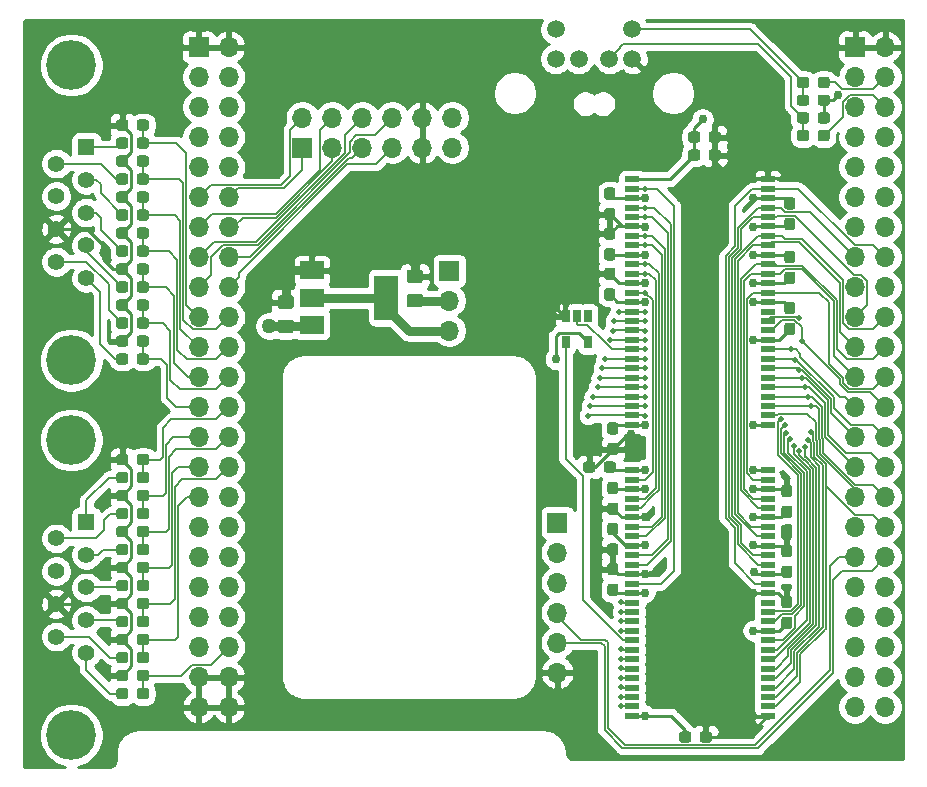
<source format=gbr>
%TF.GenerationSoftware,KiCad,Pcbnew,5.1.6-c6e7f7d~86~ubuntu18.04.1*%
%TF.CreationDate,2021-07-04T16:44:21-07:00*%
%TF.ProjectId,arrow_deca_retro_cape,6172726f-775f-4646-9563-615f72657472,rev?*%
%TF.SameCoordinates,Original*%
%TF.FileFunction,Copper,L1,Top*%
%TF.FilePolarity,Positive*%
%FSLAX46Y46*%
G04 Gerber Fmt 4.6, Leading zero omitted, Abs format (unit mm)*
G04 Created by KiCad (PCBNEW 5.1.6-c6e7f7d~86~ubuntu18.04.1) date 2021-07-04 16:44:21*
%MOMM*%
%LPD*%
G01*
G04 APERTURE LIST*
%TA.AperFunction,ComponentPad*%
%ADD10O,1.700000X1.700000*%
%TD*%
%TA.AperFunction,ComponentPad*%
%ADD11R,1.700000X1.700000*%
%TD*%
%TA.AperFunction,SMDPad,CuDef*%
%ADD12R,2.000000X1.500000*%
%TD*%
%TA.AperFunction,SMDPad,CuDef*%
%ADD13R,2.000000X3.800000*%
%TD*%
%TA.AperFunction,ComponentPad*%
%ADD14C,4.216000*%
%TD*%
%TA.AperFunction,ComponentPad*%
%ADD15C,1.408000*%
%TD*%
%TA.AperFunction,ComponentPad*%
%ADD16R,1.408000X1.408000*%
%TD*%
%TA.AperFunction,ComponentPad*%
%ADD17C,1.498600*%
%TD*%
%TA.AperFunction,SMDPad,CuDef*%
%ADD18R,1.193800X0.508000*%
%TD*%
%TA.AperFunction,SMDPad,CuDef*%
%ADD19R,0.650000X1.060000*%
%TD*%
%TA.AperFunction,ViaPad*%
%ADD20C,0.762000*%
%TD*%
%TA.AperFunction,ViaPad*%
%ADD21C,1.270000*%
%TD*%
%TA.AperFunction,ViaPad*%
%ADD22C,1.016000*%
%TD*%
%TA.AperFunction,ViaPad*%
%ADD23C,0.508000*%
%TD*%
%TA.AperFunction,Conductor*%
%ADD24C,0.254000*%
%TD*%
%TA.AperFunction,Conductor*%
%ADD25C,0.762000*%
%TD*%
%TA.AperFunction,Conductor*%
%ADD26C,0.127000*%
%TD*%
G04 APERTURE END LIST*
D10*
%TO.P,J8,6*%
%TO.N,GND*%
X96393000Y-78359000D03*
%TO.P,J8,5*%
%TO.N,/GPIO3*%
X96393000Y-75819000D03*
%TO.P,J8,4*%
%TO.N,/GPIO2*%
X96393000Y-73279000D03*
%TO.P,J8,3*%
%TO.N,/GPIO1*%
X96393000Y-70739000D03*
%TO.P,J8,2*%
%TO.N,/GPIO0*%
X96393000Y-68199000D03*
D11*
%TO.P,J8,1*%
%TO.N,+3V3*%
X96393000Y-65659000D03*
%TD*%
%TO.P,C19,2*%
%TO.N,GND*%
%TA.AperFunction,SMDPad,CuDef*%
G36*
G01*
X84778001Y-45388000D02*
X83877999Y-45388000D01*
G75*
G02*
X83628000Y-45138001I0J249999D01*
G01*
X83628000Y-44487999D01*
G75*
G02*
X83877999Y-44238000I249999J0D01*
G01*
X84778001Y-44238000D01*
G75*
G02*
X85028000Y-44487999I0J-249999D01*
G01*
X85028000Y-45138001D01*
G75*
G02*
X84778001Y-45388000I-249999J0D01*
G01*
G37*
%TD.AperFunction*%
%TO.P,C19,1*%
%TO.N,+3V3*%
%TA.AperFunction,SMDPad,CuDef*%
G36*
G01*
X84778001Y-47438000D02*
X83877999Y-47438000D01*
G75*
G02*
X83628000Y-47188001I0J249999D01*
G01*
X83628000Y-46537999D01*
G75*
G02*
X83877999Y-46288000I249999J0D01*
G01*
X84778001Y-46288000D01*
G75*
G02*
X85028000Y-46537999I0J-249999D01*
G01*
X85028000Y-47188001D01*
G75*
G02*
X84778001Y-47438000I-249999J0D01*
G01*
G37*
%TD.AperFunction*%
%TD*%
%TO.P,C18,2*%
%TO.N,GND*%
%TA.AperFunction,SMDPad,CuDef*%
G36*
G01*
X73856001Y-47570000D02*
X72955999Y-47570000D01*
G75*
G02*
X72706000Y-47320001I0J249999D01*
G01*
X72706000Y-46669999D01*
G75*
G02*
X72955999Y-46420000I249999J0D01*
G01*
X73856001Y-46420000D01*
G75*
G02*
X74106000Y-46669999I0J-249999D01*
G01*
X74106000Y-47320001D01*
G75*
G02*
X73856001Y-47570000I-249999J0D01*
G01*
G37*
%TD.AperFunction*%
%TO.P,C18,1*%
%TO.N,+5V*%
%TA.AperFunction,SMDPad,CuDef*%
G36*
G01*
X73856001Y-49620000D02*
X72955999Y-49620000D01*
G75*
G02*
X72706000Y-49370001I0J249999D01*
G01*
X72706000Y-48719999D01*
G75*
G02*
X72955999Y-48470000I249999J0D01*
G01*
X73856001Y-48470000D01*
G75*
G02*
X74106000Y-48719999I0J-249999D01*
G01*
X74106000Y-49370001D01*
G75*
G02*
X73856001Y-49620000I-249999J0D01*
G01*
G37*
%TD.AperFunction*%
%TD*%
D12*
%TO.P,U4,1*%
%TO.N,GND*%
X75615000Y-44309000D03*
%TO.P,U4,3*%
%TO.N,+5V*%
X75615000Y-48909000D03*
%TO.P,U4,2*%
%TO.N,/3V3_LDO*%
X75615000Y-46609000D03*
D13*
X81915000Y-46609000D03*
%TD*%
D10*
%TO.P,J7,3*%
%TO.N,/3V3_LDO*%
X87249000Y-49403000D03*
%TO.P,J7,2*%
%TO.N,+3V3*%
X87249000Y-46863000D03*
D11*
%TO.P,J7,1*%
%TO.N,+3.3VP*%
X87249000Y-44323000D03*
%TD*%
D14*
%TO.P,J4,S2*%
%TO.N,N/C*%
X55245000Y-51914000D03*
%TO.P,J4,S1*%
X55245000Y-26924000D03*
D15*
%TO.P,J4,9*%
%TO.N,/JOY0_PADDLE_A*%
X53975000Y-43574000D03*
%TO.P,J4,8*%
%TO.N,GND*%
X53975000Y-40804000D03*
%TO.P,J4,7*%
%TO.N,+5V*%
X53975000Y-38034000D03*
%TO.P,J4,6*%
%TO.N,/JOY0_TRIGGER*%
X53975000Y-35264000D03*
%TO.P,J4,5*%
%TO.N,/JOY0_PADDLE_B*%
X56515000Y-44959000D03*
%TO.P,J4,4*%
%TO.N,/JOY0_RIGHT*%
X56515000Y-42189000D03*
%TO.P,J4,3*%
%TO.N,/JOY0_LEFT*%
X56515000Y-39419000D03*
%TO.P,J4,2*%
%TO.N,/JOY0_DOWN*%
X56515000Y-36649000D03*
D16*
%TO.P,J4,1*%
%TO.N,/JOY0_UP*%
X56515000Y-33879000D03*
%TD*%
%TO.P,R14,2*%
%TO.N,/JOY1_RIGHT*%
%TA.AperFunction,SMDPad,CuDef*%
G36*
G01*
X60088000Y-73803500D02*
X60088000Y-74278500D01*
G75*
G02*
X59850500Y-74516000I-237500J0D01*
G01*
X59275500Y-74516000D01*
G75*
G02*
X59038000Y-74278500I0J237500D01*
G01*
X59038000Y-73803500D01*
G75*
G02*
X59275500Y-73566000I237500J0D01*
G01*
X59850500Y-73566000D01*
G75*
G02*
X60088000Y-73803500I0J-237500D01*
G01*
G37*
%TD.AperFunction*%
%TO.P,R14,1*%
%TO.N,/J1_RIGHT*%
%TA.AperFunction,SMDPad,CuDef*%
G36*
G01*
X61838000Y-73803500D02*
X61838000Y-74278500D01*
G75*
G02*
X61600500Y-74516000I-237500J0D01*
G01*
X61025500Y-74516000D01*
G75*
G02*
X60788000Y-74278500I0J237500D01*
G01*
X60788000Y-73803500D01*
G75*
G02*
X61025500Y-73566000I237500J0D01*
G01*
X61600500Y-73566000D01*
G75*
G02*
X61838000Y-73803500I0J-237500D01*
G01*
G37*
%TD.AperFunction*%
%TD*%
D14*
%TO.P,J6,S2*%
%TO.N,N/C*%
X55245000Y-83651000D03*
%TO.P,J6,S1*%
X55245000Y-58661000D03*
D15*
%TO.P,J6,9*%
%TO.N,/JOY1_PADDLE_A*%
X53975000Y-75311000D03*
%TO.P,J6,8*%
%TO.N,GND*%
X53975000Y-72541000D03*
%TO.P,J6,7*%
%TO.N,+5V*%
X53975000Y-69771000D03*
%TO.P,J6,6*%
%TO.N,/JOY1_TRIGGER*%
X53975000Y-67001000D03*
%TO.P,J6,5*%
%TO.N,/JOY1_PADDLE_B*%
X56515000Y-76696000D03*
%TO.P,J6,4*%
%TO.N,/JOY1_RIGHT*%
X56515000Y-73926000D03*
%TO.P,J6,3*%
%TO.N,/JOY1_LEFT*%
X56515000Y-71156000D03*
%TO.P,J6,2*%
%TO.N,/JOY1_DOWN*%
X56515000Y-68386000D03*
D16*
%TO.P,J6,1*%
%TO.N,/JOY1_UP*%
X56515000Y-65616000D03*
%TD*%
%TO.P,R32,2*%
%TO.N,GND*%
%TA.AperFunction,SMDPad,CuDef*%
G36*
G01*
X60088000Y-60087500D02*
X60088000Y-60562500D01*
G75*
G02*
X59850500Y-60800000I-237500J0D01*
G01*
X59275500Y-60800000D01*
G75*
G02*
X59038000Y-60562500I0J237500D01*
G01*
X59038000Y-60087500D01*
G75*
G02*
X59275500Y-59850000I237500J0D01*
G01*
X59850500Y-59850000D01*
G75*
G02*
X60088000Y-60087500I0J-237500D01*
G01*
G37*
%TD.AperFunction*%
%TO.P,R32,1*%
%TO.N,/J1_UP*%
%TA.AperFunction,SMDPad,CuDef*%
G36*
G01*
X61838000Y-60087500D02*
X61838000Y-60562500D01*
G75*
G02*
X61600500Y-60800000I-237500J0D01*
G01*
X61025500Y-60800000D01*
G75*
G02*
X60788000Y-60562500I0J237500D01*
G01*
X60788000Y-60087500D01*
G75*
G02*
X61025500Y-59850000I237500J0D01*
G01*
X61600500Y-59850000D01*
G75*
G02*
X61838000Y-60087500I0J-237500D01*
G01*
G37*
%TD.AperFunction*%
%TD*%
%TO.P,R31,2*%
%TO.N,GND*%
%TA.AperFunction,SMDPad,CuDef*%
G36*
G01*
X60088000Y-31766500D02*
X60088000Y-32241500D01*
G75*
G02*
X59850500Y-32479000I-237500J0D01*
G01*
X59275500Y-32479000D01*
G75*
G02*
X59038000Y-32241500I0J237500D01*
G01*
X59038000Y-31766500D01*
G75*
G02*
X59275500Y-31529000I237500J0D01*
G01*
X59850500Y-31529000D01*
G75*
G02*
X60088000Y-31766500I0J-237500D01*
G01*
G37*
%TD.AperFunction*%
%TO.P,R31,1*%
%TO.N,/J0_UP*%
%TA.AperFunction,SMDPad,CuDef*%
G36*
G01*
X61838000Y-31766500D02*
X61838000Y-32241500D01*
G75*
G02*
X61600500Y-32479000I-237500J0D01*
G01*
X61025500Y-32479000D01*
G75*
G02*
X60788000Y-32241500I0J237500D01*
G01*
X60788000Y-31766500D01*
G75*
G02*
X61025500Y-31529000I237500J0D01*
G01*
X61600500Y-31529000D01*
G75*
G02*
X61838000Y-31766500I0J-237500D01*
G01*
G37*
%TD.AperFunction*%
%TD*%
%TO.P,R30,2*%
%TO.N,GND*%
%TA.AperFunction,SMDPad,CuDef*%
G36*
G01*
X60088000Y-63135500D02*
X60088000Y-63610500D01*
G75*
G02*
X59850500Y-63848000I-237500J0D01*
G01*
X59275500Y-63848000D01*
G75*
G02*
X59038000Y-63610500I0J237500D01*
G01*
X59038000Y-63135500D01*
G75*
G02*
X59275500Y-62898000I237500J0D01*
G01*
X59850500Y-62898000D01*
G75*
G02*
X60088000Y-63135500I0J-237500D01*
G01*
G37*
%TD.AperFunction*%
%TO.P,R30,1*%
%TO.N,/J1_TRIGGER*%
%TA.AperFunction,SMDPad,CuDef*%
G36*
G01*
X61838000Y-63135500D02*
X61838000Y-63610500D01*
G75*
G02*
X61600500Y-63848000I-237500J0D01*
G01*
X61025500Y-63848000D01*
G75*
G02*
X60788000Y-63610500I0J237500D01*
G01*
X60788000Y-63135500D01*
G75*
G02*
X61025500Y-62898000I237500J0D01*
G01*
X61600500Y-62898000D01*
G75*
G02*
X61838000Y-63135500I0J-237500D01*
G01*
G37*
%TD.AperFunction*%
%TD*%
%TO.P,R29,2*%
%TO.N,GND*%
%TA.AperFunction,SMDPad,CuDef*%
G36*
G01*
X60088000Y-34814500D02*
X60088000Y-35289500D01*
G75*
G02*
X59850500Y-35527000I-237500J0D01*
G01*
X59275500Y-35527000D01*
G75*
G02*
X59038000Y-35289500I0J237500D01*
G01*
X59038000Y-34814500D01*
G75*
G02*
X59275500Y-34577000I237500J0D01*
G01*
X59850500Y-34577000D01*
G75*
G02*
X60088000Y-34814500I0J-237500D01*
G01*
G37*
%TD.AperFunction*%
%TO.P,R29,1*%
%TO.N,/J0_TRIGGER*%
%TA.AperFunction,SMDPad,CuDef*%
G36*
G01*
X61838000Y-34814500D02*
X61838000Y-35289500D01*
G75*
G02*
X61600500Y-35527000I-237500J0D01*
G01*
X61025500Y-35527000D01*
G75*
G02*
X60788000Y-35289500I0J237500D01*
G01*
X60788000Y-34814500D01*
G75*
G02*
X61025500Y-34577000I237500J0D01*
G01*
X61600500Y-34577000D01*
G75*
G02*
X61838000Y-34814500I0J-237500D01*
G01*
G37*
%TD.AperFunction*%
%TD*%
%TO.P,R28,2*%
%TO.N,GND*%
%TA.AperFunction,SMDPad,CuDef*%
G36*
G01*
X60088000Y-66183500D02*
X60088000Y-66658500D01*
G75*
G02*
X59850500Y-66896000I-237500J0D01*
G01*
X59275500Y-66896000D01*
G75*
G02*
X59038000Y-66658500I0J237500D01*
G01*
X59038000Y-66183500D01*
G75*
G02*
X59275500Y-65946000I237500J0D01*
G01*
X59850500Y-65946000D01*
G75*
G02*
X60088000Y-66183500I0J-237500D01*
G01*
G37*
%TD.AperFunction*%
%TO.P,R28,1*%
%TO.N,/J1_DOWN*%
%TA.AperFunction,SMDPad,CuDef*%
G36*
G01*
X61838000Y-66183500D02*
X61838000Y-66658500D01*
G75*
G02*
X61600500Y-66896000I-237500J0D01*
G01*
X61025500Y-66896000D01*
G75*
G02*
X60788000Y-66658500I0J237500D01*
G01*
X60788000Y-66183500D01*
G75*
G02*
X61025500Y-65946000I237500J0D01*
G01*
X61600500Y-65946000D01*
G75*
G02*
X61838000Y-66183500I0J-237500D01*
G01*
G37*
%TD.AperFunction*%
%TD*%
%TO.P,R27,2*%
%TO.N,GND*%
%TA.AperFunction,SMDPad,CuDef*%
G36*
G01*
X60088000Y-37862500D02*
X60088000Y-38337500D01*
G75*
G02*
X59850500Y-38575000I-237500J0D01*
G01*
X59275500Y-38575000D01*
G75*
G02*
X59038000Y-38337500I0J237500D01*
G01*
X59038000Y-37862500D01*
G75*
G02*
X59275500Y-37625000I237500J0D01*
G01*
X59850500Y-37625000D01*
G75*
G02*
X60088000Y-37862500I0J-237500D01*
G01*
G37*
%TD.AperFunction*%
%TO.P,R27,1*%
%TO.N,/J0_DOWN*%
%TA.AperFunction,SMDPad,CuDef*%
G36*
G01*
X61838000Y-37862500D02*
X61838000Y-38337500D01*
G75*
G02*
X61600500Y-38575000I-237500J0D01*
G01*
X61025500Y-38575000D01*
G75*
G02*
X60788000Y-38337500I0J237500D01*
G01*
X60788000Y-37862500D01*
G75*
G02*
X61025500Y-37625000I237500J0D01*
G01*
X61600500Y-37625000D01*
G75*
G02*
X61838000Y-37862500I0J-237500D01*
G01*
G37*
%TD.AperFunction*%
%TD*%
%TO.P,R26,2*%
%TO.N,GND*%
%TA.AperFunction,SMDPad,CuDef*%
G36*
G01*
X60088000Y-69231500D02*
X60088000Y-69706500D01*
G75*
G02*
X59850500Y-69944000I-237500J0D01*
G01*
X59275500Y-69944000D01*
G75*
G02*
X59038000Y-69706500I0J237500D01*
G01*
X59038000Y-69231500D01*
G75*
G02*
X59275500Y-68994000I237500J0D01*
G01*
X59850500Y-68994000D01*
G75*
G02*
X60088000Y-69231500I0J-237500D01*
G01*
G37*
%TD.AperFunction*%
%TO.P,R26,1*%
%TO.N,/J1_LEFT*%
%TA.AperFunction,SMDPad,CuDef*%
G36*
G01*
X61838000Y-69231500D02*
X61838000Y-69706500D01*
G75*
G02*
X61600500Y-69944000I-237500J0D01*
G01*
X61025500Y-69944000D01*
G75*
G02*
X60788000Y-69706500I0J237500D01*
G01*
X60788000Y-69231500D01*
G75*
G02*
X61025500Y-68994000I237500J0D01*
G01*
X61600500Y-68994000D01*
G75*
G02*
X61838000Y-69231500I0J-237500D01*
G01*
G37*
%TD.AperFunction*%
%TD*%
%TO.P,R25,2*%
%TO.N,GND*%
%TA.AperFunction,SMDPad,CuDef*%
G36*
G01*
X60088000Y-40910500D02*
X60088000Y-41385500D01*
G75*
G02*
X59850500Y-41623000I-237500J0D01*
G01*
X59275500Y-41623000D01*
G75*
G02*
X59038000Y-41385500I0J237500D01*
G01*
X59038000Y-40910500D01*
G75*
G02*
X59275500Y-40673000I237500J0D01*
G01*
X59850500Y-40673000D01*
G75*
G02*
X60088000Y-40910500I0J-237500D01*
G01*
G37*
%TD.AperFunction*%
%TO.P,R25,1*%
%TO.N,/J0_LEFT*%
%TA.AperFunction,SMDPad,CuDef*%
G36*
G01*
X61838000Y-40910500D02*
X61838000Y-41385500D01*
G75*
G02*
X61600500Y-41623000I-237500J0D01*
G01*
X61025500Y-41623000D01*
G75*
G02*
X60788000Y-41385500I0J237500D01*
G01*
X60788000Y-40910500D01*
G75*
G02*
X61025500Y-40673000I237500J0D01*
G01*
X61600500Y-40673000D01*
G75*
G02*
X61838000Y-40910500I0J-237500D01*
G01*
G37*
%TD.AperFunction*%
%TD*%
%TO.P,R24,2*%
%TO.N,GND*%
%TA.AperFunction,SMDPad,CuDef*%
G36*
G01*
X60088000Y-72279500D02*
X60088000Y-72754500D01*
G75*
G02*
X59850500Y-72992000I-237500J0D01*
G01*
X59275500Y-72992000D01*
G75*
G02*
X59038000Y-72754500I0J237500D01*
G01*
X59038000Y-72279500D01*
G75*
G02*
X59275500Y-72042000I237500J0D01*
G01*
X59850500Y-72042000D01*
G75*
G02*
X60088000Y-72279500I0J-237500D01*
G01*
G37*
%TD.AperFunction*%
%TO.P,R24,1*%
%TO.N,/J1_RIGHT*%
%TA.AperFunction,SMDPad,CuDef*%
G36*
G01*
X61838000Y-72279500D02*
X61838000Y-72754500D01*
G75*
G02*
X61600500Y-72992000I-237500J0D01*
G01*
X61025500Y-72992000D01*
G75*
G02*
X60788000Y-72754500I0J237500D01*
G01*
X60788000Y-72279500D01*
G75*
G02*
X61025500Y-72042000I237500J0D01*
G01*
X61600500Y-72042000D01*
G75*
G02*
X61838000Y-72279500I0J-237500D01*
G01*
G37*
%TD.AperFunction*%
%TD*%
%TO.P,R23,2*%
%TO.N,GND*%
%TA.AperFunction,SMDPad,CuDef*%
G36*
G01*
X60088000Y-43958500D02*
X60088000Y-44433500D01*
G75*
G02*
X59850500Y-44671000I-237500J0D01*
G01*
X59275500Y-44671000D01*
G75*
G02*
X59038000Y-44433500I0J237500D01*
G01*
X59038000Y-43958500D01*
G75*
G02*
X59275500Y-43721000I237500J0D01*
G01*
X59850500Y-43721000D01*
G75*
G02*
X60088000Y-43958500I0J-237500D01*
G01*
G37*
%TD.AperFunction*%
%TO.P,R23,1*%
%TO.N,/J0_RIGHT*%
%TA.AperFunction,SMDPad,CuDef*%
G36*
G01*
X61838000Y-43958500D02*
X61838000Y-44433500D01*
G75*
G02*
X61600500Y-44671000I-237500J0D01*
G01*
X61025500Y-44671000D01*
G75*
G02*
X60788000Y-44433500I0J237500D01*
G01*
X60788000Y-43958500D01*
G75*
G02*
X61025500Y-43721000I237500J0D01*
G01*
X61600500Y-43721000D01*
G75*
G02*
X61838000Y-43958500I0J-237500D01*
G01*
G37*
%TD.AperFunction*%
%TD*%
%TO.P,R22,2*%
%TO.N,GND*%
%TA.AperFunction,SMDPad,CuDef*%
G36*
G01*
X60088000Y-75327500D02*
X60088000Y-75802500D01*
G75*
G02*
X59850500Y-76040000I-237500J0D01*
G01*
X59275500Y-76040000D01*
G75*
G02*
X59038000Y-75802500I0J237500D01*
G01*
X59038000Y-75327500D01*
G75*
G02*
X59275500Y-75090000I237500J0D01*
G01*
X59850500Y-75090000D01*
G75*
G02*
X60088000Y-75327500I0J-237500D01*
G01*
G37*
%TD.AperFunction*%
%TO.P,R22,1*%
%TO.N,/J1_PADDLE_A*%
%TA.AperFunction,SMDPad,CuDef*%
G36*
G01*
X61838000Y-75327500D02*
X61838000Y-75802500D01*
G75*
G02*
X61600500Y-76040000I-237500J0D01*
G01*
X61025500Y-76040000D01*
G75*
G02*
X60788000Y-75802500I0J237500D01*
G01*
X60788000Y-75327500D01*
G75*
G02*
X61025500Y-75090000I237500J0D01*
G01*
X61600500Y-75090000D01*
G75*
G02*
X61838000Y-75327500I0J-237500D01*
G01*
G37*
%TD.AperFunction*%
%TD*%
%TO.P,R21,2*%
%TO.N,GND*%
%TA.AperFunction,SMDPad,CuDef*%
G36*
G01*
X60088000Y-47006500D02*
X60088000Y-47481500D01*
G75*
G02*
X59850500Y-47719000I-237500J0D01*
G01*
X59275500Y-47719000D01*
G75*
G02*
X59038000Y-47481500I0J237500D01*
G01*
X59038000Y-47006500D01*
G75*
G02*
X59275500Y-46769000I237500J0D01*
G01*
X59850500Y-46769000D01*
G75*
G02*
X60088000Y-47006500I0J-237500D01*
G01*
G37*
%TD.AperFunction*%
%TO.P,R21,1*%
%TO.N,/J0_PADDLE_A*%
%TA.AperFunction,SMDPad,CuDef*%
G36*
G01*
X61838000Y-47006500D02*
X61838000Y-47481500D01*
G75*
G02*
X61600500Y-47719000I-237500J0D01*
G01*
X61025500Y-47719000D01*
G75*
G02*
X60788000Y-47481500I0J237500D01*
G01*
X60788000Y-47006500D01*
G75*
G02*
X61025500Y-46769000I237500J0D01*
G01*
X61600500Y-46769000D01*
G75*
G02*
X61838000Y-47006500I0J-237500D01*
G01*
G37*
%TD.AperFunction*%
%TD*%
%TO.P,R20,2*%
%TO.N,GND*%
%TA.AperFunction,SMDPad,CuDef*%
G36*
G01*
X60088000Y-78375500D02*
X60088000Y-78850500D01*
G75*
G02*
X59850500Y-79088000I-237500J0D01*
G01*
X59275500Y-79088000D01*
G75*
G02*
X59038000Y-78850500I0J237500D01*
G01*
X59038000Y-78375500D01*
G75*
G02*
X59275500Y-78138000I237500J0D01*
G01*
X59850500Y-78138000D01*
G75*
G02*
X60088000Y-78375500I0J-237500D01*
G01*
G37*
%TD.AperFunction*%
%TO.P,R20,1*%
%TO.N,/J1_PADDLE_B*%
%TA.AperFunction,SMDPad,CuDef*%
G36*
G01*
X61838000Y-78375500D02*
X61838000Y-78850500D01*
G75*
G02*
X61600500Y-79088000I-237500J0D01*
G01*
X61025500Y-79088000D01*
G75*
G02*
X60788000Y-78850500I0J237500D01*
G01*
X60788000Y-78375500D01*
G75*
G02*
X61025500Y-78138000I237500J0D01*
G01*
X61600500Y-78138000D01*
G75*
G02*
X61838000Y-78375500I0J-237500D01*
G01*
G37*
%TD.AperFunction*%
%TD*%
%TO.P,R19,2*%
%TO.N,GND*%
%TA.AperFunction,SMDPad,CuDef*%
G36*
G01*
X60088000Y-50054500D02*
X60088000Y-50529500D01*
G75*
G02*
X59850500Y-50767000I-237500J0D01*
G01*
X59275500Y-50767000D01*
G75*
G02*
X59038000Y-50529500I0J237500D01*
G01*
X59038000Y-50054500D01*
G75*
G02*
X59275500Y-49817000I237500J0D01*
G01*
X59850500Y-49817000D01*
G75*
G02*
X60088000Y-50054500I0J-237500D01*
G01*
G37*
%TD.AperFunction*%
%TO.P,R19,1*%
%TO.N,/J0_PADDLE_B*%
%TA.AperFunction,SMDPad,CuDef*%
G36*
G01*
X61838000Y-50054500D02*
X61838000Y-50529500D01*
G75*
G02*
X61600500Y-50767000I-237500J0D01*
G01*
X61025500Y-50767000D01*
G75*
G02*
X60788000Y-50529500I0J237500D01*
G01*
X60788000Y-50054500D01*
G75*
G02*
X61025500Y-49817000I237500J0D01*
G01*
X61600500Y-49817000D01*
G75*
G02*
X61838000Y-50054500I0J-237500D01*
G01*
G37*
%TD.AperFunction*%
%TD*%
%TO.P,R18,2*%
%TO.N,/JOY1_UP*%
%TA.AperFunction,SMDPad,CuDef*%
G36*
G01*
X60088000Y-61611500D02*
X60088000Y-62086500D01*
G75*
G02*
X59850500Y-62324000I-237500J0D01*
G01*
X59275500Y-62324000D01*
G75*
G02*
X59038000Y-62086500I0J237500D01*
G01*
X59038000Y-61611500D01*
G75*
G02*
X59275500Y-61374000I237500J0D01*
G01*
X59850500Y-61374000D01*
G75*
G02*
X60088000Y-61611500I0J-237500D01*
G01*
G37*
%TD.AperFunction*%
%TO.P,R18,1*%
%TO.N,/J1_UP*%
%TA.AperFunction,SMDPad,CuDef*%
G36*
G01*
X61838000Y-61611500D02*
X61838000Y-62086500D01*
G75*
G02*
X61600500Y-62324000I-237500J0D01*
G01*
X61025500Y-62324000D01*
G75*
G02*
X60788000Y-62086500I0J237500D01*
G01*
X60788000Y-61611500D01*
G75*
G02*
X61025500Y-61374000I237500J0D01*
G01*
X61600500Y-61374000D01*
G75*
G02*
X61838000Y-61611500I0J-237500D01*
G01*
G37*
%TD.AperFunction*%
%TD*%
%TO.P,R17,2*%
%TO.N,/JOY1_TRIGGER*%
%TA.AperFunction,SMDPad,CuDef*%
G36*
G01*
X60088000Y-64659500D02*
X60088000Y-65134500D01*
G75*
G02*
X59850500Y-65372000I-237500J0D01*
G01*
X59275500Y-65372000D01*
G75*
G02*
X59038000Y-65134500I0J237500D01*
G01*
X59038000Y-64659500D01*
G75*
G02*
X59275500Y-64422000I237500J0D01*
G01*
X59850500Y-64422000D01*
G75*
G02*
X60088000Y-64659500I0J-237500D01*
G01*
G37*
%TD.AperFunction*%
%TO.P,R17,1*%
%TO.N,/J1_TRIGGER*%
%TA.AperFunction,SMDPad,CuDef*%
G36*
G01*
X61838000Y-64659500D02*
X61838000Y-65134500D01*
G75*
G02*
X61600500Y-65372000I-237500J0D01*
G01*
X61025500Y-65372000D01*
G75*
G02*
X60788000Y-65134500I0J237500D01*
G01*
X60788000Y-64659500D01*
G75*
G02*
X61025500Y-64422000I237500J0D01*
G01*
X61600500Y-64422000D01*
G75*
G02*
X61838000Y-64659500I0J-237500D01*
G01*
G37*
%TD.AperFunction*%
%TD*%
%TO.P,R16,2*%
%TO.N,/JOY1_DOWN*%
%TA.AperFunction,SMDPad,CuDef*%
G36*
G01*
X60088000Y-67707500D02*
X60088000Y-68182500D01*
G75*
G02*
X59850500Y-68420000I-237500J0D01*
G01*
X59275500Y-68420000D01*
G75*
G02*
X59038000Y-68182500I0J237500D01*
G01*
X59038000Y-67707500D01*
G75*
G02*
X59275500Y-67470000I237500J0D01*
G01*
X59850500Y-67470000D01*
G75*
G02*
X60088000Y-67707500I0J-237500D01*
G01*
G37*
%TD.AperFunction*%
%TO.P,R16,1*%
%TO.N,/J1_DOWN*%
%TA.AperFunction,SMDPad,CuDef*%
G36*
G01*
X61838000Y-67707500D02*
X61838000Y-68182500D01*
G75*
G02*
X61600500Y-68420000I-237500J0D01*
G01*
X61025500Y-68420000D01*
G75*
G02*
X60788000Y-68182500I0J237500D01*
G01*
X60788000Y-67707500D01*
G75*
G02*
X61025500Y-67470000I237500J0D01*
G01*
X61600500Y-67470000D01*
G75*
G02*
X61838000Y-67707500I0J-237500D01*
G01*
G37*
%TD.AperFunction*%
%TD*%
%TO.P,R15,2*%
%TO.N,/JOY1_LEFT*%
%TA.AperFunction,SMDPad,CuDef*%
G36*
G01*
X60088000Y-70755500D02*
X60088000Y-71230500D01*
G75*
G02*
X59850500Y-71468000I-237500J0D01*
G01*
X59275500Y-71468000D01*
G75*
G02*
X59038000Y-71230500I0J237500D01*
G01*
X59038000Y-70755500D01*
G75*
G02*
X59275500Y-70518000I237500J0D01*
G01*
X59850500Y-70518000D01*
G75*
G02*
X60088000Y-70755500I0J-237500D01*
G01*
G37*
%TD.AperFunction*%
%TO.P,R15,1*%
%TO.N,/J1_LEFT*%
%TA.AperFunction,SMDPad,CuDef*%
G36*
G01*
X61838000Y-70755500D02*
X61838000Y-71230500D01*
G75*
G02*
X61600500Y-71468000I-237500J0D01*
G01*
X61025500Y-71468000D01*
G75*
G02*
X60788000Y-71230500I0J237500D01*
G01*
X60788000Y-70755500D01*
G75*
G02*
X61025500Y-70518000I237500J0D01*
G01*
X61600500Y-70518000D01*
G75*
G02*
X61838000Y-70755500I0J-237500D01*
G01*
G37*
%TD.AperFunction*%
%TD*%
%TO.P,R13,2*%
%TO.N,/JOY1_PADDLE_A*%
%TA.AperFunction,SMDPad,CuDef*%
G36*
G01*
X60088000Y-76851500D02*
X60088000Y-77326500D01*
G75*
G02*
X59850500Y-77564000I-237500J0D01*
G01*
X59275500Y-77564000D01*
G75*
G02*
X59038000Y-77326500I0J237500D01*
G01*
X59038000Y-76851500D01*
G75*
G02*
X59275500Y-76614000I237500J0D01*
G01*
X59850500Y-76614000D01*
G75*
G02*
X60088000Y-76851500I0J-237500D01*
G01*
G37*
%TD.AperFunction*%
%TO.P,R13,1*%
%TO.N,/J1_PADDLE_A*%
%TA.AperFunction,SMDPad,CuDef*%
G36*
G01*
X61838000Y-76851500D02*
X61838000Y-77326500D01*
G75*
G02*
X61600500Y-77564000I-237500J0D01*
G01*
X61025500Y-77564000D01*
G75*
G02*
X60788000Y-77326500I0J237500D01*
G01*
X60788000Y-76851500D01*
G75*
G02*
X61025500Y-76614000I237500J0D01*
G01*
X61600500Y-76614000D01*
G75*
G02*
X61838000Y-76851500I0J-237500D01*
G01*
G37*
%TD.AperFunction*%
%TD*%
%TO.P,R12,2*%
%TO.N,/JOY1_PADDLE_B*%
%TA.AperFunction,SMDPad,CuDef*%
G36*
G01*
X60088000Y-79899500D02*
X60088000Y-80374500D01*
G75*
G02*
X59850500Y-80612000I-237500J0D01*
G01*
X59275500Y-80612000D01*
G75*
G02*
X59038000Y-80374500I0J237500D01*
G01*
X59038000Y-79899500D01*
G75*
G02*
X59275500Y-79662000I237500J0D01*
G01*
X59850500Y-79662000D01*
G75*
G02*
X60088000Y-79899500I0J-237500D01*
G01*
G37*
%TD.AperFunction*%
%TO.P,R12,1*%
%TO.N,/J1_PADDLE_B*%
%TA.AperFunction,SMDPad,CuDef*%
G36*
G01*
X61838000Y-79899500D02*
X61838000Y-80374500D01*
G75*
G02*
X61600500Y-80612000I-237500J0D01*
G01*
X61025500Y-80612000D01*
G75*
G02*
X60788000Y-80374500I0J237500D01*
G01*
X60788000Y-79899500D01*
G75*
G02*
X61025500Y-79662000I237500J0D01*
G01*
X61600500Y-79662000D01*
G75*
G02*
X61838000Y-79899500I0J-237500D01*
G01*
G37*
%TD.AperFunction*%
%TD*%
%TO.P,R11,2*%
%TO.N,/JOY0_UP*%
%TA.AperFunction,SMDPad,CuDef*%
G36*
G01*
X60088000Y-33290500D02*
X60088000Y-33765500D01*
G75*
G02*
X59850500Y-34003000I-237500J0D01*
G01*
X59275500Y-34003000D01*
G75*
G02*
X59038000Y-33765500I0J237500D01*
G01*
X59038000Y-33290500D01*
G75*
G02*
X59275500Y-33053000I237500J0D01*
G01*
X59850500Y-33053000D01*
G75*
G02*
X60088000Y-33290500I0J-237500D01*
G01*
G37*
%TD.AperFunction*%
%TO.P,R11,1*%
%TO.N,/J0_UP*%
%TA.AperFunction,SMDPad,CuDef*%
G36*
G01*
X61838000Y-33290500D02*
X61838000Y-33765500D01*
G75*
G02*
X61600500Y-34003000I-237500J0D01*
G01*
X61025500Y-34003000D01*
G75*
G02*
X60788000Y-33765500I0J237500D01*
G01*
X60788000Y-33290500D01*
G75*
G02*
X61025500Y-33053000I237500J0D01*
G01*
X61600500Y-33053000D01*
G75*
G02*
X61838000Y-33290500I0J-237500D01*
G01*
G37*
%TD.AperFunction*%
%TD*%
%TO.P,R10,2*%
%TO.N,/JOY0_TRIGGER*%
%TA.AperFunction,SMDPad,CuDef*%
G36*
G01*
X60088000Y-36338500D02*
X60088000Y-36813500D01*
G75*
G02*
X59850500Y-37051000I-237500J0D01*
G01*
X59275500Y-37051000D01*
G75*
G02*
X59038000Y-36813500I0J237500D01*
G01*
X59038000Y-36338500D01*
G75*
G02*
X59275500Y-36101000I237500J0D01*
G01*
X59850500Y-36101000D01*
G75*
G02*
X60088000Y-36338500I0J-237500D01*
G01*
G37*
%TD.AperFunction*%
%TO.P,R10,1*%
%TO.N,/J0_TRIGGER*%
%TA.AperFunction,SMDPad,CuDef*%
G36*
G01*
X61838000Y-36338500D02*
X61838000Y-36813500D01*
G75*
G02*
X61600500Y-37051000I-237500J0D01*
G01*
X61025500Y-37051000D01*
G75*
G02*
X60788000Y-36813500I0J237500D01*
G01*
X60788000Y-36338500D01*
G75*
G02*
X61025500Y-36101000I237500J0D01*
G01*
X61600500Y-36101000D01*
G75*
G02*
X61838000Y-36338500I0J-237500D01*
G01*
G37*
%TD.AperFunction*%
%TD*%
%TO.P,R9,2*%
%TO.N,/JOY0_DOWN*%
%TA.AperFunction,SMDPad,CuDef*%
G36*
G01*
X60088000Y-39386500D02*
X60088000Y-39861500D01*
G75*
G02*
X59850500Y-40099000I-237500J0D01*
G01*
X59275500Y-40099000D01*
G75*
G02*
X59038000Y-39861500I0J237500D01*
G01*
X59038000Y-39386500D01*
G75*
G02*
X59275500Y-39149000I237500J0D01*
G01*
X59850500Y-39149000D01*
G75*
G02*
X60088000Y-39386500I0J-237500D01*
G01*
G37*
%TD.AperFunction*%
%TO.P,R9,1*%
%TO.N,/J0_DOWN*%
%TA.AperFunction,SMDPad,CuDef*%
G36*
G01*
X61838000Y-39386500D02*
X61838000Y-39861500D01*
G75*
G02*
X61600500Y-40099000I-237500J0D01*
G01*
X61025500Y-40099000D01*
G75*
G02*
X60788000Y-39861500I0J237500D01*
G01*
X60788000Y-39386500D01*
G75*
G02*
X61025500Y-39149000I237500J0D01*
G01*
X61600500Y-39149000D01*
G75*
G02*
X61838000Y-39386500I0J-237500D01*
G01*
G37*
%TD.AperFunction*%
%TD*%
%TO.P,R8,2*%
%TO.N,/JOY0_LEFT*%
%TA.AperFunction,SMDPad,CuDef*%
G36*
G01*
X60088000Y-42434500D02*
X60088000Y-42909500D01*
G75*
G02*
X59850500Y-43147000I-237500J0D01*
G01*
X59275500Y-43147000D01*
G75*
G02*
X59038000Y-42909500I0J237500D01*
G01*
X59038000Y-42434500D01*
G75*
G02*
X59275500Y-42197000I237500J0D01*
G01*
X59850500Y-42197000D01*
G75*
G02*
X60088000Y-42434500I0J-237500D01*
G01*
G37*
%TD.AperFunction*%
%TO.P,R8,1*%
%TO.N,/J0_LEFT*%
%TA.AperFunction,SMDPad,CuDef*%
G36*
G01*
X61838000Y-42434500D02*
X61838000Y-42909500D01*
G75*
G02*
X61600500Y-43147000I-237500J0D01*
G01*
X61025500Y-43147000D01*
G75*
G02*
X60788000Y-42909500I0J237500D01*
G01*
X60788000Y-42434500D01*
G75*
G02*
X61025500Y-42197000I237500J0D01*
G01*
X61600500Y-42197000D01*
G75*
G02*
X61838000Y-42434500I0J-237500D01*
G01*
G37*
%TD.AperFunction*%
%TD*%
%TO.P,R7,2*%
%TO.N,/JOY0_RIGHT*%
%TA.AperFunction,SMDPad,CuDef*%
G36*
G01*
X60088000Y-45482500D02*
X60088000Y-45957500D01*
G75*
G02*
X59850500Y-46195000I-237500J0D01*
G01*
X59275500Y-46195000D01*
G75*
G02*
X59038000Y-45957500I0J237500D01*
G01*
X59038000Y-45482500D01*
G75*
G02*
X59275500Y-45245000I237500J0D01*
G01*
X59850500Y-45245000D01*
G75*
G02*
X60088000Y-45482500I0J-237500D01*
G01*
G37*
%TD.AperFunction*%
%TO.P,R7,1*%
%TO.N,/J0_RIGHT*%
%TA.AperFunction,SMDPad,CuDef*%
G36*
G01*
X61838000Y-45482500D02*
X61838000Y-45957500D01*
G75*
G02*
X61600500Y-46195000I-237500J0D01*
G01*
X61025500Y-46195000D01*
G75*
G02*
X60788000Y-45957500I0J237500D01*
G01*
X60788000Y-45482500D01*
G75*
G02*
X61025500Y-45245000I237500J0D01*
G01*
X61600500Y-45245000D01*
G75*
G02*
X61838000Y-45482500I0J-237500D01*
G01*
G37*
%TD.AperFunction*%
%TD*%
%TO.P,R6,2*%
%TO.N,/JOY0_PADDLE_A*%
%TA.AperFunction,SMDPad,CuDef*%
G36*
G01*
X60088000Y-48530500D02*
X60088000Y-49005500D01*
G75*
G02*
X59850500Y-49243000I-237500J0D01*
G01*
X59275500Y-49243000D01*
G75*
G02*
X59038000Y-49005500I0J237500D01*
G01*
X59038000Y-48530500D01*
G75*
G02*
X59275500Y-48293000I237500J0D01*
G01*
X59850500Y-48293000D01*
G75*
G02*
X60088000Y-48530500I0J-237500D01*
G01*
G37*
%TD.AperFunction*%
%TO.P,R6,1*%
%TO.N,/J0_PADDLE_A*%
%TA.AperFunction,SMDPad,CuDef*%
G36*
G01*
X61838000Y-48530500D02*
X61838000Y-49005500D01*
G75*
G02*
X61600500Y-49243000I-237500J0D01*
G01*
X61025500Y-49243000D01*
G75*
G02*
X60788000Y-49005500I0J237500D01*
G01*
X60788000Y-48530500D01*
G75*
G02*
X61025500Y-48293000I237500J0D01*
G01*
X61600500Y-48293000D01*
G75*
G02*
X61838000Y-48530500I0J-237500D01*
G01*
G37*
%TD.AperFunction*%
%TD*%
%TO.P,R5,2*%
%TO.N,/JOY0_PADDLE_B*%
%TA.AperFunction,SMDPad,CuDef*%
G36*
G01*
X60088000Y-51578500D02*
X60088000Y-52053500D01*
G75*
G02*
X59850500Y-52291000I-237500J0D01*
G01*
X59275500Y-52291000D01*
G75*
G02*
X59038000Y-52053500I0J237500D01*
G01*
X59038000Y-51578500D01*
G75*
G02*
X59275500Y-51341000I237500J0D01*
G01*
X59850500Y-51341000D01*
G75*
G02*
X60088000Y-51578500I0J-237500D01*
G01*
G37*
%TD.AperFunction*%
%TO.P,R5,1*%
%TO.N,/J0_PADDLE_B*%
%TA.AperFunction,SMDPad,CuDef*%
G36*
G01*
X61838000Y-51578500D02*
X61838000Y-52053500D01*
G75*
G02*
X61600500Y-52291000I-237500J0D01*
G01*
X61025500Y-52291000D01*
G75*
G02*
X60788000Y-52053500I0J237500D01*
G01*
X60788000Y-51578500D01*
G75*
G02*
X61025500Y-51341000I237500J0D01*
G01*
X61600500Y-51341000D01*
G75*
G02*
X61838000Y-51578500I0J-237500D01*
G01*
G37*
%TD.AperFunction*%
%TD*%
%TO.P,R4,2*%
%TO.N,/PS2_CLK_5V*%
%TA.AperFunction,SMDPad,CuDef*%
G36*
G01*
X117725000Y-29662500D02*
X117725000Y-30137500D01*
G75*
G02*
X117487500Y-30375000I-237500J0D01*
G01*
X116912500Y-30375000D01*
G75*
G02*
X116675000Y-30137500I0J237500D01*
G01*
X116675000Y-29662500D01*
G75*
G02*
X116912500Y-29425000I237500J0D01*
G01*
X117487500Y-29425000D01*
G75*
G02*
X117725000Y-29662500I0J-237500D01*
G01*
G37*
%TD.AperFunction*%
%TO.P,R4,1*%
%TO.N,+3V3*%
%TA.AperFunction,SMDPad,CuDef*%
G36*
G01*
X119475000Y-29662500D02*
X119475000Y-30137500D01*
G75*
G02*
X119237500Y-30375000I-237500J0D01*
G01*
X118662500Y-30375000D01*
G75*
G02*
X118425000Y-30137500I0J237500D01*
G01*
X118425000Y-29662500D01*
G75*
G02*
X118662500Y-29425000I237500J0D01*
G01*
X119237500Y-29425000D01*
G75*
G02*
X119475000Y-29662500I0J-237500D01*
G01*
G37*
%TD.AperFunction*%
%TD*%
%TO.P,R3,2*%
%TO.N,/PS2_DATA_5V*%
%TA.AperFunction,SMDPad,CuDef*%
G36*
G01*
X117725000Y-31162500D02*
X117725000Y-31637500D01*
G75*
G02*
X117487500Y-31875000I-237500J0D01*
G01*
X116912500Y-31875000D01*
G75*
G02*
X116675000Y-31637500I0J237500D01*
G01*
X116675000Y-31162500D01*
G75*
G02*
X116912500Y-30925000I237500J0D01*
G01*
X117487500Y-30925000D01*
G75*
G02*
X117725000Y-31162500I0J-237500D01*
G01*
G37*
%TD.AperFunction*%
%TO.P,R3,1*%
%TO.N,+3V3*%
%TA.AperFunction,SMDPad,CuDef*%
G36*
G01*
X119475000Y-31162500D02*
X119475000Y-31637500D01*
G75*
G02*
X119237500Y-31875000I-237500J0D01*
G01*
X118662500Y-31875000D01*
G75*
G02*
X118425000Y-31637500I0J237500D01*
G01*
X118425000Y-31162500D01*
G75*
G02*
X118662500Y-30925000I237500J0D01*
G01*
X119237500Y-30925000D01*
G75*
G02*
X119475000Y-31162500I0J-237500D01*
G01*
G37*
%TD.AperFunction*%
%TD*%
%TO.P,R2,2*%
%TO.N,/PS2_CLK*%
%TA.AperFunction,SMDPad,CuDef*%
G36*
G01*
X118425000Y-28637500D02*
X118425000Y-28162500D01*
G75*
G02*
X118662500Y-27925000I237500J0D01*
G01*
X119237500Y-27925000D01*
G75*
G02*
X119475000Y-28162500I0J-237500D01*
G01*
X119475000Y-28637500D01*
G75*
G02*
X119237500Y-28875000I-237500J0D01*
G01*
X118662500Y-28875000D01*
G75*
G02*
X118425000Y-28637500I0J237500D01*
G01*
G37*
%TD.AperFunction*%
%TO.P,R2,1*%
%TO.N,/PS2_CLK_5V*%
%TA.AperFunction,SMDPad,CuDef*%
G36*
G01*
X116675000Y-28637500D02*
X116675000Y-28162500D01*
G75*
G02*
X116912500Y-27925000I237500J0D01*
G01*
X117487500Y-27925000D01*
G75*
G02*
X117725000Y-28162500I0J-237500D01*
G01*
X117725000Y-28637500D01*
G75*
G02*
X117487500Y-28875000I-237500J0D01*
G01*
X116912500Y-28875000D01*
G75*
G02*
X116675000Y-28637500I0J237500D01*
G01*
G37*
%TD.AperFunction*%
%TD*%
%TO.P,R1,2*%
%TO.N,/PS2_DATA*%
%TA.AperFunction,SMDPad,CuDef*%
G36*
G01*
X118425000Y-33137500D02*
X118425000Y-32662500D01*
G75*
G02*
X118662500Y-32425000I237500J0D01*
G01*
X119237500Y-32425000D01*
G75*
G02*
X119475000Y-32662500I0J-237500D01*
G01*
X119475000Y-33137500D01*
G75*
G02*
X119237500Y-33375000I-237500J0D01*
G01*
X118662500Y-33375000D01*
G75*
G02*
X118425000Y-33137500I0J237500D01*
G01*
G37*
%TD.AperFunction*%
%TO.P,R1,1*%
%TO.N,/PS2_DATA_5V*%
%TA.AperFunction,SMDPad,CuDef*%
G36*
G01*
X116675000Y-33137500D02*
X116675000Y-32662500D01*
G75*
G02*
X116912500Y-32425000I237500J0D01*
G01*
X117487500Y-32425000D01*
G75*
G02*
X117725000Y-32662500I0J-237500D01*
G01*
X117725000Y-33137500D01*
G75*
G02*
X117487500Y-33375000I-237500J0D01*
G01*
X116912500Y-33375000D01*
G75*
G02*
X116675000Y-33137500I0J237500D01*
G01*
G37*
%TD.AperFunction*%
%TD*%
D17*
%TO.P,J5,8*%
%TO.N,N/C*%
X96250002Y-23900001D03*
%TO.P,J5,6*%
%TO.N,/PS2_CLK_5V*%
X102750001Y-23900001D03*
%TO.P,J5,5*%
%TO.N,GND*%
X102750070Y-26400001D03*
%TO.P,J5,3*%
%TO.N,N/C*%
X96250070Y-26400001D03*
%TO.P,J5,2*%
%TO.N,+5V*%
X98200000Y-26400001D03*
%TO.P,J5,1*%
%TO.N,/PS2_DATA_5V*%
X100800000Y-26400001D03*
%TD*%
D18*
%TO.P,U2,54*%
%TO.N,GND*%
X114198400Y-61228000D03*
%TO.P,U2,53*%
%TO.N,/DQ8*%
X114198400Y-62028001D03*
%TO.P,U2,52*%
%TO.N,GND*%
X114198400Y-62828002D03*
%TO.P,U2,51*%
%TO.N,/DQ9*%
X114198400Y-63628001D03*
%TO.P,U2,50*%
%TO.N,/DQ10*%
X114198400Y-64428002D03*
%TO.P,U2,49*%
%TO.N,+3V3*%
X114198400Y-65228000D03*
%TO.P,U2,48*%
%TO.N,/DQ11*%
X114198400Y-66028001D03*
%TO.P,U2,47*%
%TO.N,/DQ12*%
X114198400Y-66828002D03*
%TO.P,U2,46*%
%TO.N,GND*%
X114198400Y-67628000D03*
%TO.P,U2,45*%
%TO.N,/DQ13*%
X114198400Y-68428001D03*
%TO.P,U2,44*%
%TO.N,/DQ14*%
X114198400Y-69228000D03*
%TO.P,U2,43*%
%TO.N,+3V3*%
X114198400Y-70028001D03*
%TO.P,U2,42*%
%TO.N,/DQ15*%
X114198400Y-70828002D03*
%TO.P,U2,41*%
%TO.N,GND*%
X114198400Y-71628000D03*
%TO.P,U2,40*%
%TO.N,N/C*%
X114198400Y-72428001D03*
%TO.P,U2,39*%
%TO.N,/UDQM*%
X114198400Y-73227999D03*
%TO.P,U2,38*%
%TO.N,/CLK*%
X114198400Y-74028000D03*
%TO.P,U2,37*%
%TO.N,+3V3*%
X114198400Y-74828001D03*
%TO.P,U2,36*%
%TO.N,/A12*%
X114198400Y-75628000D03*
%TO.P,U2,35*%
%TO.N,/A11*%
X114198400Y-76428001D03*
%TO.P,U2,34*%
%TO.N,/A9*%
X114198400Y-77227999D03*
%TO.P,U2,33*%
%TO.N,/A8*%
X114198400Y-78028000D03*
%TO.P,U2,32*%
%TO.N,/A7*%
X114198400Y-78828001D03*
%TO.P,U2,31*%
%TO.N,/A6*%
X114198400Y-79627999D03*
%TO.P,U2,30*%
%TO.N,/A5*%
X114198400Y-80428000D03*
%TO.P,U2,29*%
%TO.N,/A4*%
X114198400Y-81227999D03*
%TO.P,U2,28*%
%TO.N,GND*%
X114198400Y-82028000D03*
%TO.P,U2,27*%
%TO.N,+3V3*%
X102717600Y-82028000D03*
%TO.P,U2,26*%
%TO.N,/A3*%
X102717600Y-81227999D03*
%TO.P,U2,25*%
%TO.N,/A2*%
X102717600Y-80427998D03*
%TO.P,U2,24*%
%TO.N,/A1*%
X102717600Y-79627999D03*
%TO.P,U2,23*%
%TO.N,/A0*%
X102717600Y-78827998D03*
%TO.P,U2,22*%
%TO.N,/A10*%
X102717600Y-78028000D03*
%TO.P,U2,21*%
%TO.N,/BA1*%
X102717600Y-77227999D03*
%TO.P,U2,20*%
%TO.N,/BA0*%
X102717600Y-76427998D03*
%TO.P,U2,19*%
%TO.N,/nCS1*%
X102717600Y-75628000D03*
%TO.P,U2,18*%
%TO.N,/nRAS*%
X102717600Y-74827999D03*
%TO.P,U2,17*%
%TO.N,/nCAS*%
X102717600Y-74028000D03*
%TO.P,U2,16*%
%TO.N,/nWE*%
X102717600Y-73227999D03*
%TO.P,U2,15*%
%TO.N,/LDQM*%
X102717600Y-72427998D03*
%TO.P,U2,14*%
%TO.N,+3V3*%
X102717600Y-71628000D03*
%TO.P,U2,13*%
%TO.N,/DQ0*%
X102717600Y-70827999D03*
%TO.P,U2,12*%
%TO.N,GND*%
X102717600Y-70028001D03*
%TO.P,U2,11*%
%TO.N,/DQ1*%
X102717600Y-69228000D03*
%TO.P,U2,10*%
%TO.N,/DQ2*%
X102717600Y-68427999D03*
%TO.P,U2,9*%
%TO.N,+3V3*%
X102717600Y-67628000D03*
%TO.P,U2,8*%
%TO.N,/DQ3*%
X102717600Y-66827999D03*
%TO.P,U2,7*%
%TO.N,/DQ4*%
X102717600Y-66028001D03*
%TO.P,U2,6*%
%TO.N,GND*%
X102717600Y-65228000D03*
%TO.P,U2,5*%
%TO.N,/DQ5*%
X102717600Y-64427999D03*
%TO.P,U2,4*%
%TO.N,/DQ6*%
X102717600Y-63628001D03*
%TO.P,U2,3*%
%TO.N,+3V3*%
X102717600Y-62828000D03*
%TO.P,U2,2*%
%TO.N,/DQ7*%
X102717600Y-62028001D03*
%TO.P,U2,1*%
%TO.N,+3V3*%
X102717600Y-61228000D03*
%TD*%
%TO.P,U1,54*%
%TO.N,GND*%
X114198400Y-36590000D03*
%TO.P,U1,53*%
%TO.N,/DQ15*%
X114198400Y-37390001D03*
%TO.P,U1,52*%
%TO.N,GND*%
X114198400Y-38190002D03*
%TO.P,U1,51*%
%TO.N,/DQ14*%
X114198400Y-38990001D03*
%TO.P,U1,50*%
%TO.N,/DQ13*%
X114198400Y-39790002D03*
%TO.P,U1,49*%
%TO.N,+3V3*%
X114198400Y-40590000D03*
%TO.P,U1,48*%
%TO.N,/DQ12*%
X114198400Y-41390001D03*
%TO.P,U1,47*%
%TO.N,/DQ11*%
X114198400Y-42190002D03*
%TO.P,U1,46*%
%TO.N,GND*%
X114198400Y-42990000D03*
%TO.P,U1,45*%
%TO.N,/DQ10*%
X114198400Y-43790001D03*
%TO.P,U1,44*%
%TO.N,/DQ9*%
X114198400Y-44590000D03*
%TO.P,U1,43*%
%TO.N,+3V3*%
X114198400Y-45390001D03*
%TO.P,U1,42*%
%TO.N,/DQ8*%
X114198400Y-46190002D03*
%TO.P,U1,41*%
%TO.N,GND*%
X114198400Y-46990000D03*
%TO.P,U1,40*%
%TO.N,N/C*%
X114198400Y-47790001D03*
%TO.P,U1,39*%
%TO.N,/UDQM*%
X114198400Y-48589999D03*
%TO.P,U1,38*%
%TO.N,/CLK*%
X114198400Y-49390000D03*
%TO.P,U1,37*%
%TO.N,+3V3*%
X114198400Y-50190001D03*
%TO.P,U1,36*%
%TO.N,/A12*%
X114198400Y-50990000D03*
%TO.P,U1,35*%
%TO.N,/A11*%
X114198400Y-51790001D03*
%TO.P,U1,34*%
%TO.N,/A9*%
X114198400Y-52589999D03*
%TO.P,U1,33*%
%TO.N,/A8*%
X114198400Y-53390000D03*
%TO.P,U1,32*%
%TO.N,/A7*%
X114198400Y-54190001D03*
%TO.P,U1,31*%
%TO.N,/A6*%
X114198400Y-54989999D03*
%TO.P,U1,30*%
%TO.N,/A5*%
X114198400Y-55790000D03*
%TO.P,U1,29*%
%TO.N,/A4*%
X114198400Y-56589999D03*
%TO.P,U1,28*%
%TO.N,GND*%
X114198400Y-57390000D03*
%TO.P,U1,27*%
%TO.N,+3V3*%
X102717600Y-57390000D03*
%TO.P,U1,26*%
%TO.N,/A3*%
X102717600Y-56589999D03*
%TO.P,U1,25*%
%TO.N,/A2*%
X102717600Y-55789998D03*
%TO.P,U1,24*%
%TO.N,/A1*%
X102717600Y-54989999D03*
%TO.P,U1,23*%
%TO.N,/A0*%
X102717600Y-54189998D03*
%TO.P,U1,22*%
%TO.N,/A10*%
X102717600Y-53390000D03*
%TO.P,U1,21*%
%TO.N,/BA1*%
X102717600Y-52589999D03*
%TO.P,U1,20*%
%TO.N,/BA0*%
X102717600Y-51789998D03*
%TO.P,U1,19*%
%TO.N,/nCS0*%
X102717600Y-50990000D03*
%TO.P,U1,18*%
%TO.N,/nRAS*%
X102717600Y-50189999D03*
%TO.P,U1,17*%
%TO.N,/nCAS*%
X102717600Y-49390000D03*
%TO.P,U1,16*%
%TO.N,/nWE*%
X102717600Y-48589999D03*
%TO.P,U1,15*%
%TO.N,/LDQM*%
X102717600Y-47789998D03*
%TO.P,U1,14*%
%TO.N,+3V3*%
X102717600Y-46990000D03*
%TO.P,U1,13*%
%TO.N,/DQ7*%
X102717600Y-46189999D03*
%TO.P,U1,12*%
%TO.N,GND*%
X102717600Y-45390001D03*
%TO.P,U1,11*%
%TO.N,/DQ6*%
X102717600Y-44590000D03*
%TO.P,U1,10*%
%TO.N,/DQ5*%
X102717600Y-43789999D03*
%TO.P,U1,9*%
%TO.N,+3V3*%
X102717600Y-42990000D03*
%TO.P,U1,8*%
%TO.N,/DQ4*%
X102717600Y-42189999D03*
%TO.P,U1,7*%
%TO.N,/DQ3*%
X102717600Y-41390001D03*
%TO.P,U1,6*%
%TO.N,GND*%
X102717600Y-40590000D03*
%TO.P,U1,5*%
%TO.N,/DQ2*%
X102717600Y-39789999D03*
%TO.P,U1,4*%
%TO.N,/DQ1*%
X102717600Y-38990001D03*
%TO.P,U1,3*%
%TO.N,+3V3*%
X102717600Y-38190000D03*
%TO.P,U1,2*%
%TO.N,/DQ0*%
X102717600Y-37390001D03*
%TO.P,U1,1*%
%TO.N,+3V3*%
X102717600Y-36590000D03*
%TD*%
%TO.P,C5,2*%
%TO.N,GND*%
%TA.AperFunction,SMDPad,CuDef*%
G36*
G01*
X100854500Y-67425000D02*
X101329500Y-67425000D01*
G75*
G02*
X101567000Y-67662500I0J-237500D01*
G01*
X101567000Y-68237500D01*
G75*
G02*
X101329500Y-68475000I-237500J0D01*
G01*
X100854500Y-68475000D01*
G75*
G02*
X100617000Y-68237500I0J237500D01*
G01*
X100617000Y-67662500D01*
G75*
G02*
X100854500Y-67425000I237500J0D01*
G01*
G37*
%TD.AperFunction*%
%TO.P,C5,1*%
%TO.N,+3V3*%
%TA.AperFunction,SMDPad,CuDef*%
G36*
G01*
X100854500Y-65675000D02*
X101329500Y-65675000D01*
G75*
G02*
X101567000Y-65912500I0J-237500D01*
G01*
X101567000Y-66487500D01*
G75*
G02*
X101329500Y-66725000I-237500J0D01*
G01*
X100854500Y-66725000D01*
G75*
G02*
X100617000Y-66487500I0J237500D01*
G01*
X100617000Y-65912500D01*
G75*
G02*
X100854500Y-65675000I237500J0D01*
G01*
G37*
%TD.AperFunction*%
%TD*%
D19*
%TO.P,U3,5*%
%TO.N,+3V3*%
X98994000Y-50376000D03*
%TO.P,U3,4*%
%TO.N,/nCS1*%
X97094000Y-50376000D03*
%TO.P,U3,3*%
%TO.N,GND*%
X97094000Y-48176000D03*
%TO.P,U3,2*%
%TO.N,/nCS0*%
X98044000Y-48176000D03*
%TO.P,U3,1*%
%TO.N,N/C*%
X98994000Y-48176000D03*
%TD*%
%TO.P,C17,2*%
%TO.N,GND*%
%TA.AperFunction,SMDPad,CuDef*%
G36*
G01*
X99613000Y-60722500D02*
X99613000Y-61197500D01*
G75*
G02*
X99375500Y-61435000I-237500J0D01*
G01*
X98800500Y-61435000D01*
G75*
G02*
X98563000Y-61197500I0J237500D01*
G01*
X98563000Y-60722500D01*
G75*
G02*
X98800500Y-60485000I237500J0D01*
G01*
X99375500Y-60485000D01*
G75*
G02*
X99613000Y-60722500I0J-237500D01*
G01*
G37*
%TD.AperFunction*%
%TO.P,C17,1*%
%TO.N,+3V3*%
%TA.AperFunction,SMDPad,CuDef*%
G36*
G01*
X101363000Y-60722500D02*
X101363000Y-61197500D01*
G75*
G02*
X101125500Y-61435000I-237500J0D01*
G01*
X100550500Y-61435000D01*
G75*
G02*
X100313000Y-61197500I0J237500D01*
G01*
X100313000Y-60722500D01*
G75*
G02*
X100550500Y-60485000I237500J0D01*
G01*
X101125500Y-60485000D01*
G75*
G02*
X101363000Y-60722500I0J-237500D01*
G01*
G37*
%TD.AperFunction*%
%TD*%
%TO.P,C16,2*%
%TO.N,GND*%
%TA.AperFunction,SMDPad,CuDef*%
G36*
G01*
X116315500Y-48023000D02*
X115840500Y-48023000D01*
G75*
G02*
X115603000Y-47785500I0J237500D01*
G01*
X115603000Y-47210500D01*
G75*
G02*
X115840500Y-46973000I237500J0D01*
G01*
X116315500Y-46973000D01*
G75*
G02*
X116553000Y-47210500I0J-237500D01*
G01*
X116553000Y-47785500D01*
G75*
G02*
X116315500Y-48023000I-237500J0D01*
G01*
G37*
%TD.AperFunction*%
%TO.P,C16,1*%
%TO.N,+3V3*%
%TA.AperFunction,SMDPad,CuDef*%
G36*
G01*
X116315500Y-49773000D02*
X115840500Y-49773000D01*
G75*
G02*
X115603000Y-49535500I0J237500D01*
G01*
X115603000Y-48960500D01*
G75*
G02*
X115840500Y-48723000I237500J0D01*
G01*
X116315500Y-48723000D01*
G75*
G02*
X116553000Y-48960500I0J-237500D01*
G01*
X116553000Y-49535500D01*
G75*
G02*
X116315500Y-49773000I-237500J0D01*
G01*
G37*
%TD.AperFunction*%
%TD*%
%TO.P,C15,2*%
%TO.N,GND*%
%TA.AperFunction,SMDPad,CuDef*%
G36*
G01*
X109203000Y-33257500D02*
X109203000Y-32782500D01*
G75*
G02*
X109440500Y-32545000I237500J0D01*
G01*
X110015500Y-32545000D01*
G75*
G02*
X110253000Y-32782500I0J-237500D01*
G01*
X110253000Y-33257500D01*
G75*
G02*
X110015500Y-33495000I-237500J0D01*
G01*
X109440500Y-33495000D01*
G75*
G02*
X109203000Y-33257500I0J237500D01*
G01*
G37*
%TD.AperFunction*%
%TO.P,C15,1*%
%TO.N,+3V3*%
%TA.AperFunction,SMDPad,CuDef*%
G36*
G01*
X107453000Y-33257500D02*
X107453000Y-32782500D01*
G75*
G02*
X107690500Y-32545000I237500J0D01*
G01*
X108265500Y-32545000D01*
G75*
G02*
X108503000Y-32782500I0J-237500D01*
G01*
X108503000Y-33257500D01*
G75*
G02*
X108265500Y-33495000I-237500J0D01*
G01*
X107690500Y-33495000D01*
G75*
G02*
X107453000Y-33257500I0J237500D01*
G01*
G37*
%TD.AperFunction*%
%TD*%
D10*
%TO.P,J2,46*%
%TO.N,/A3*%
X124140000Y-81280000D03*
%TO.P,J2,45*%
%TO.N,/A2*%
X121600000Y-81280000D03*
%TO.P,J2,44*%
%TO.N,/A1*%
X124140000Y-78740000D03*
%TO.P,J2,43*%
%TO.N,/A0*%
X121600000Y-78740000D03*
%TO.P,J2,42*%
%TO.N,/A10*%
X124140000Y-76200000D03*
%TO.P,J2,41*%
%TO.N,/BA1*%
X121600000Y-76200000D03*
%TO.P,J2,40*%
%TO.N,/BA0*%
X124140000Y-73660000D03*
%TO.P,J2,39*%
%TO.N,/nCS0*%
X121600000Y-73660000D03*
%TO.P,J2,38*%
%TO.N,/nRAS*%
X124140000Y-71120000D03*
%TO.P,J2,37*%
%TO.N,/nCAS*%
X121600000Y-71120000D03*
%TO.P,J2,36*%
%TO.N,/GPIO3*%
X124140000Y-68580000D03*
%TO.P,J2,35*%
%TO.N,/GPIO2*%
X121600000Y-68580000D03*
%TO.P,J2,34*%
%TO.N,/A4*%
X124140000Y-66040000D03*
%TO.P,J2,33*%
%TO.N,/nWE*%
X121600000Y-66040000D03*
%TO.P,J2,32*%
%TO.N,/A6*%
X124140000Y-63500000D03*
%TO.P,J2,31*%
%TO.N,/A5*%
X121600000Y-63500000D03*
%TO.P,J2,30*%
%TO.N,/A8*%
X124140000Y-60960000D03*
%TO.P,J2,29*%
%TO.N,/A7*%
X121600000Y-60960000D03*
%TO.P,J2,28*%
%TO.N,/A11*%
X124140000Y-58420000D03*
%TO.P,J2,27*%
%TO.N,/A9*%
X121600000Y-58420000D03*
%TO.P,J2,26*%
%TO.N,/CLK*%
X124140000Y-55880000D03*
%TO.P,J2,25*%
%TO.N,/A12*%
X121600000Y-55880000D03*
%TO.P,J2,24*%
%TO.N,/DQ8*%
X124140000Y-53340000D03*
%TO.P,J2,23*%
%TO.N,/DQ9*%
X121600000Y-53340000D03*
%TO.P,J2,22*%
%TO.N,/DQ10*%
X124140000Y-50800000D03*
%TO.P,J2,21*%
%TO.N,/DQ11*%
X121600000Y-50800000D03*
%TO.P,J2,20*%
%TO.N,/DQ12*%
X124140000Y-48260000D03*
%TO.P,J2,19*%
%TO.N,/DQ13*%
X121600000Y-48260000D03*
%TO.P,J2,18*%
%TO.N,/UDQM*%
X124140000Y-45720000D03*
%TO.P,J2,17*%
%TO.N,/LDQM*%
X121600000Y-45720000D03*
%TO.P,J2,16*%
%TO.N,/DQ15*%
X124140000Y-43180000D03*
%TO.P,J2,15*%
%TO.N,/DQ14*%
X121600000Y-43180000D03*
%TO.P,J2,14*%
%TO.N,/DQ7*%
X124140000Y-40640000D03*
%TO.P,J2,13*%
%TO.N,/DQ6*%
X121600000Y-40640000D03*
%TO.P,J2,12*%
%TO.N,/DQ5*%
X124140000Y-38100000D03*
%TO.P,J2,11*%
%TO.N,/DQ4*%
X121600000Y-38100000D03*
%TO.P,J2,10*%
%TO.N,/DQ3*%
X124140000Y-35560000D03*
%TO.P,J2,9*%
%TO.N,/DQ2*%
X121600000Y-35560000D03*
%TO.P,J2,8*%
%TO.N,/DQ1*%
X124140000Y-33020000D03*
%TO.P,J2,7*%
%TO.N,/DQ0*%
X121600000Y-33020000D03*
%TO.P,J2,6*%
%TO.N,/PS2_DATA*%
X124140000Y-30480000D03*
%TO.P,J2,5*%
%TO.N,/GPIO1*%
X121600000Y-30480000D03*
%TO.P,J2,4*%
%TO.N,/PS2_CLK*%
X124140000Y-27940000D03*
%TO.P,J2,3*%
%TO.N,/GPIO0*%
X121600000Y-27940000D03*
%TO.P,J2,2*%
%TO.N,GND*%
X124140000Y-25400000D03*
D11*
%TO.P,J2,1*%
X121600000Y-25400000D03*
%TD*%
%TO.P,C14,2*%
%TO.N,GND*%
%TA.AperFunction,SMDPad,CuDef*%
G36*
G01*
X116061500Y-68597000D02*
X115586500Y-68597000D01*
G75*
G02*
X115349000Y-68359500I0J237500D01*
G01*
X115349000Y-67784500D01*
G75*
G02*
X115586500Y-67547000I237500J0D01*
G01*
X116061500Y-67547000D01*
G75*
G02*
X116299000Y-67784500I0J-237500D01*
G01*
X116299000Y-68359500D01*
G75*
G02*
X116061500Y-68597000I-237500J0D01*
G01*
G37*
%TD.AperFunction*%
%TO.P,C14,1*%
%TO.N,+3V3*%
%TA.AperFunction,SMDPad,CuDef*%
G36*
G01*
X116061500Y-70347000D02*
X115586500Y-70347000D01*
G75*
G02*
X115349000Y-70109500I0J237500D01*
G01*
X115349000Y-69534500D01*
G75*
G02*
X115586500Y-69297000I237500J0D01*
G01*
X116061500Y-69297000D01*
G75*
G02*
X116299000Y-69534500I0J-237500D01*
G01*
X116299000Y-70109500D01*
G75*
G02*
X116061500Y-70347000I-237500J0D01*
G01*
G37*
%TD.AperFunction*%
%TD*%
%TO.P,C13,2*%
%TO.N,GND*%
%TA.AperFunction,SMDPad,CuDef*%
G36*
G01*
X116315500Y-39161000D02*
X115840500Y-39161000D01*
G75*
G02*
X115603000Y-38923500I0J237500D01*
G01*
X115603000Y-38348500D01*
G75*
G02*
X115840500Y-38111000I237500J0D01*
G01*
X116315500Y-38111000D01*
G75*
G02*
X116553000Y-38348500I0J-237500D01*
G01*
X116553000Y-38923500D01*
G75*
G02*
X116315500Y-39161000I-237500J0D01*
G01*
G37*
%TD.AperFunction*%
%TO.P,C13,1*%
%TO.N,+3V3*%
%TA.AperFunction,SMDPad,CuDef*%
G36*
G01*
X116315500Y-40911000D02*
X115840500Y-40911000D01*
G75*
G02*
X115603000Y-40673500I0J237500D01*
G01*
X115603000Y-40098500D01*
G75*
G02*
X115840500Y-39861000I237500J0D01*
G01*
X116315500Y-39861000D01*
G75*
G02*
X116553000Y-40098500I0J-237500D01*
G01*
X116553000Y-40673500D01*
G75*
G02*
X116315500Y-40911000I-237500J0D01*
G01*
G37*
%TD.AperFunction*%
%TD*%
%TO.P,C12,2*%
%TO.N,GND*%
%TA.AperFunction,SMDPad,CuDef*%
G36*
G01*
X116315500Y-43705000D02*
X115840500Y-43705000D01*
G75*
G02*
X115603000Y-43467500I0J237500D01*
G01*
X115603000Y-42892500D01*
G75*
G02*
X115840500Y-42655000I237500J0D01*
G01*
X116315500Y-42655000D01*
G75*
G02*
X116553000Y-42892500I0J-237500D01*
G01*
X116553000Y-43467500D01*
G75*
G02*
X116315500Y-43705000I-237500J0D01*
G01*
G37*
%TD.AperFunction*%
%TO.P,C12,1*%
%TO.N,+3V3*%
%TA.AperFunction,SMDPad,CuDef*%
G36*
G01*
X116315500Y-45455000D02*
X115840500Y-45455000D01*
G75*
G02*
X115603000Y-45217500I0J237500D01*
G01*
X115603000Y-44642500D01*
G75*
G02*
X115840500Y-44405000I237500J0D01*
G01*
X116315500Y-44405000D01*
G75*
G02*
X116553000Y-44642500I0J-237500D01*
G01*
X116553000Y-45217500D01*
G75*
G02*
X116315500Y-45455000I-237500J0D01*
G01*
G37*
%TD.AperFunction*%
%TD*%
%TO.P,C11,2*%
%TO.N,GND*%
%TA.AperFunction,SMDPad,CuDef*%
G36*
G01*
X100600500Y-39025000D02*
X101075500Y-39025000D01*
G75*
G02*
X101313000Y-39262500I0J-237500D01*
G01*
X101313000Y-39837500D01*
G75*
G02*
X101075500Y-40075000I-237500J0D01*
G01*
X100600500Y-40075000D01*
G75*
G02*
X100363000Y-39837500I0J237500D01*
G01*
X100363000Y-39262500D01*
G75*
G02*
X100600500Y-39025000I237500J0D01*
G01*
G37*
%TD.AperFunction*%
%TO.P,C11,1*%
%TO.N,+3V3*%
%TA.AperFunction,SMDPad,CuDef*%
G36*
G01*
X100600500Y-37275000D02*
X101075500Y-37275000D01*
G75*
G02*
X101313000Y-37512500I0J-237500D01*
G01*
X101313000Y-38087500D01*
G75*
G02*
X101075500Y-38325000I-237500J0D01*
G01*
X100600500Y-38325000D01*
G75*
G02*
X100363000Y-38087500I0J237500D01*
G01*
X100363000Y-37512500D01*
G75*
G02*
X100600500Y-37275000I237500J0D01*
G01*
G37*
%TD.AperFunction*%
%TD*%
%TO.P,C10,2*%
%TO.N,GND*%
%TA.AperFunction,SMDPad,CuDef*%
G36*
G01*
X101075500Y-45125000D02*
X100600500Y-45125000D01*
G75*
G02*
X100363000Y-44887500I0J237500D01*
G01*
X100363000Y-44312500D01*
G75*
G02*
X100600500Y-44075000I237500J0D01*
G01*
X101075500Y-44075000D01*
G75*
G02*
X101313000Y-44312500I0J-237500D01*
G01*
X101313000Y-44887500D01*
G75*
G02*
X101075500Y-45125000I-237500J0D01*
G01*
G37*
%TD.AperFunction*%
%TO.P,C10,1*%
%TO.N,+3V3*%
%TA.AperFunction,SMDPad,CuDef*%
G36*
G01*
X101075500Y-46875000D02*
X100600500Y-46875000D01*
G75*
G02*
X100363000Y-46637500I0J237500D01*
G01*
X100363000Y-46062500D01*
G75*
G02*
X100600500Y-45825000I237500J0D01*
G01*
X101075500Y-45825000D01*
G75*
G02*
X101313000Y-46062500I0J-237500D01*
G01*
X101313000Y-46637500D01*
G75*
G02*
X101075500Y-46875000I-237500J0D01*
G01*
G37*
%TD.AperFunction*%
%TD*%
%TO.P,C9,2*%
%TO.N,GND*%
%TA.AperFunction,SMDPad,CuDef*%
G36*
G01*
X100854500Y-58911000D02*
X101329500Y-58911000D01*
G75*
G02*
X101567000Y-59148500I0J-237500D01*
G01*
X101567000Y-59723500D01*
G75*
G02*
X101329500Y-59961000I-237500J0D01*
G01*
X100854500Y-59961000D01*
G75*
G02*
X100617000Y-59723500I0J237500D01*
G01*
X100617000Y-59148500D01*
G75*
G02*
X100854500Y-58911000I237500J0D01*
G01*
G37*
%TD.AperFunction*%
%TO.P,C9,1*%
%TO.N,+3V3*%
%TA.AperFunction,SMDPad,CuDef*%
G36*
G01*
X100854500Y-57161000D02*
X101329500Y-57161000D01*
G75*
G02*
X101567000Y-57398500I0J-237500D01*
G01*
X101567000Y-57973500D01*
G75*
G02*
X101329500Y-58211000I-237500J0D01*
G01*
X100854500Y-58211000D01*
G75*
G02*
X100617000Y-57973500I0J237500D01*
G01*
X100617000Y-57398500D01*
G75*
G02*
X100854500Y-57161000I237500J0D01*
G01*
G37*
%TD.AperFunction*%
%TD*%
%TO.P,C8,2*%
%TO.N,GND*%
%TA.AperFunction,SMDPad,CuDef*%
G36*
G01*
X109203000Y-34781500D02*
X109203000Y-34306500D01*
G75*
G02*
X109440500Y-34069000I237500J0D01*
G01*
X110015500Y-34069000D01*
G75*
G02*
X110253000Y-34306500I0J-237500D01*
G01*
X110253000Y-34781500D01*
G75*
G02*
X110015500Y-35019000I-237500J0D01*
G01*
X109440500Y-35019000D01*
G75*
G02*
X109203000Y-34781500I0J237500D01*
G01*
G37*
%TD.AperFunction*%
%TO.P,C8,1*%
%TO.N,+3V3*%
%TA.AperFunction,SMDPad,CuDef*%
G36*
G01*
X107453000Y-34781500D02*
X107453000Y-34306500D01*
G75*
G02*
X107690500Y-34069000I237500J0D01*
G01*
X108265500Y-34069000D01*
G75*
G02*
X108503000Y-34306500I0J-237500D01*
G01*
X108503000Y-34781500D01*
G75*
G02*
X108265500Y-35019000I-237500J0D01*
G01*
X107690500Y-35019000D01*
G75*
G02*
X107453000Y-34781500I0J237500D01*
G01*
G37*
%TD.AperFunction*%
%TD*%
%TO.P,C7,2*%
%TO.N,GND*%
%TA.AperFunction,SMDPad,CuDef*%
G36*
G01*
X100854500Y-63963000D02*
X101329500Y-63963000D01*
G75*
G02*
X101567000Y-64200500I0J-237500D01*
G01*
X101567000Y-64775500D01*
G75*
G02*
X101329500Y-65013000I-237500J0D01*
G01*
X100854500Y-65013000D01*
G75*
G02*
X100617000Y-64775500I0J237500D01*
G01*
X100617000Y-64200500D01*
G75*
G02*
X100854500Y-63963000I237500J0D01*
G01*
G37*
%TD.AperFunction*%
%TO.P,C7,1*%
%TO.N,+3V3*%
%TA.AperFunction,SMDPad,CuDef*%
G36*
G01*
X100854500Y-62213000D02*
X101329500Y-62213000D01*
G75*
G02*
X101567000Y-62450500I0J-237500D01*
G01*
X101567000Y-63025500D01*
G75*
G02*
X101329500Y-63263000I-237500J0D01*
G01*
X100854500Y-63263000D01*
G75*
G02*
X100617000Y-63025500I0J237500D01*
G01*
X100617000Y-62450500D01*
G75*
G02*
X100854500Y-62213000I237500J0D01*
G01*
G37*
%TD.AperFunction*%
%TD*%
%TO.P,C6,2*%
%TO.N,GND*%
%TA.AperFunction,SMDPad,CuDef*%
G36*
G01*
X101075500Y-41725000D02*
X100600500Y-41725000D01*
G75*
G02*
X100363000Y-41487500I0J237500D01*
G01*
X100363000Y-40912500D01*
G75*
G02*
X100600500Y-40675000I237500J0D01*
G01*
X101075500Y-40675000D01*
G75*
G02*
X101313000Y-40912500I0J-237500D01*
G01*
X101313000Y-41487500D01*
G75*
G02*
X101075500Y-41725000I-237500J0D01*
G01*
G37*
%TD.AperFunction*%
%TO.P,C6,1*%
%TO.N,+3V3*%
%TA.AperFunction,SMDPad,CuDef*%
G36*
G01*
X101075500Y-43475000D02*
X100600500Y-43475000D01*
G75*
G02*
X100363000Y-43237500I0J237500D01*
G01*
X100363000Y-42662500D01*
G75*
G02*
X100600500Y-42425000I237500J0D01*
G01*
X101075500Y-42425000D01*
G75*
G02*
X101313000Y-42662500I0J-237500D01*
G01*
X101313000Y-43237500D01*
G75*
G02*
X101075500Y-43475000I-237500J0D01*
G01*
G37*
%TD.AperFunction*%
%TD*%
%TO.P,C4,2*%
%TO.N,GND*%
%TA.AperFunction,SMDPad,CuDef*%
G36*
G01*
X101329500Y-70125000D02*
X100854500Y-70125000D01*
G75*
G02*
X100617000Y-69887500I0J237500D01*
G01*
X100617000Y-69312500D01*
G75*
G02*
X100854500Y-69075000I237500J0D01*
G01*
X101329500Y-69075000D01*
G75*
G02*
X101567000Y-69312500I0J-237500D01*
G01*
X101567000Y-69887500D01*
G75*
G02*
X101329500Y-70125000I-237500J0D01*
G01*
G37*
%TD.AperFunction*%
%TO.P,C4,1*%
%TO.N,+3V3*%
%TA.AperFunction,SMDPad,CuDef*%
G36*
G01*
X101329500Y-71875000D02*
X100854500Y-71875000D01*
G75*
G02*
X100617000Y-71637500I0J237500D01*
G01*
X100617000Y-71062500D01*
G75*
G02*
X100854500Y-70825000I237500J0D01*
G01*
X101329500Y-70825000D01*
G75*
G02*
X101567000Y-71062500I0J-237500D01*
G01*
X101567000Y-71637500D01*
G75*
G02*
X101329500Y-71875000I-237500J0D01*
G01*
G37*
%TD.AperFunction*%
%TD*%
%TO.P,C3,2*%
%TO.N,GND*%
%TA.AperFunction,SMDPad,CuDef*%
G36*
G01*
X108441000Y-84057500D02*
X108441000Y-83582500D01*
G75*
G02*
X108678500Y-83345000I237500J0D01*
G01*
X109253500Y-83345000D01*
G75*
G02*
X109491000Y-83582500I0J-237500D01*
G01*
X109491000Y-84057500D01*
G75*
G02*
X109253500Y-84295000I-237500J0D01*
G01*
X108678500Y-84295000D01*
G75*
G02*
X108441000Y-84057500I0J237500D01*
G01*
G37*
%TD.AperFunction*%
%TO.P,C3,1*%
%TO.N,+3V3*%
%TA.AperFunction,SMDPad,CuDef*%
G36*
G01*
X106691000Y-84057500D02*
X106691000Y-83582500D01*
G75*
G02*
X106928500Y-83345000I237500J0D01*
G01*
X107503500Y-83345000D01*
G75*
G02*
X107741000Y-83582500I0J-237500D01*
G01*
X107741000Y-84057500D01*
G75*
G02*
X107503500Y-84295000I-237500J0D01*
G01*
X106928500Y-84295000D01*
G75*
G02*
X106691000Y-84057500I0J237500D01*
G01*
G37*
%TD.AperFunction*%
%TD*%
%TO.P,C2,2*%
%TO.N,GND*%
%TA.AperFunction,SMDPad,CuDef*%
G36*
G01*
X116061500Y-63517000D02*
X115586500Y-63517000D01*
G75*
G02*
X115349000Y-63279500I0J237500D01*
G01*
X115349000Y-62704500D01*
G75*
G02*
X115586500Y-62467000I237500J0D01*
G01*
X116061500Y-62467000D01*
G75*
G02*
X116299000Y-62704500I0J-237500D01*
G01*
X116299000Y-63279500D01*
G75*
G02*
X116061500Y-63517000I-237500J0D01*
G01*
G37*
%TD.AperFunction*%
%TO.P,C2,1*%
%TO.N,+3V3*%
%TA.AperFunction,SMDPad,CuDef*%
G36*
G01*
X116061500Y-65267000D02*
X115586500Y-65267000D01*
G75*
G02*
X115349000Y-65029500I0J237500D01*
G01*
X115349000Y-64454500D01*
G75*
G02*
X115586500Y-64217000I237500J0D01*
G01*
X116061500Y-64217000D01*
G75*
G02*
X116299000Y-64454500I0J-237500D01*
G01*
X116299000Y-65029500D01*
G75*
G02*
X116061500Y-65267000I-237500J0D01*
G01*
G37*
%TD.AperFunction*%
%TD*%
%TO.P,C1,2*%
%TO.N,GND*%
%TA.AperFunction,SMDPad,CuDef*%
G36*
G01*
X116061500Y-72915000D02*
X115586500Y-72915000D01*
G75*
G02*
X115349000Y-72677500I0J237500D01*
G01*
X115349000Y-72102500D01*
G75*
G02*
X115586500Y-71865000I237500J0D01*
G01*
X116061500Y-71865000D01*
G75*
G02*
X116299000Y-72102500I0J-237500D01*
G01*
X116299000Y-72677500D01*
G75*
G02*
X116061500Y-72915000I-237500J0D01*
G01*
G37*
%TD.AperFunction*%
%TO.P,C1,1*%
%TO.N,+3V3*%
%TA.AperFunction,SMDPad,CuDef*%
G36*
G01*
X116061500Y-74665000D02*
X115586500Y-74665000D01*
G75*
G02*
X115349000Y-74427500I0J237500D01*
G01*
X115349000Y-73852500D01*
G75*
G02*
X115586500Y-73615000I237500J0D01*
G01*
X116061500Y-73615000D01*
G75*
G02*
X116299000Y-73852500I0J-237500D01*
G01*
X116299000Y-74427500D01*
G75*
G02*
X116061500Y-74665000I-237500J0D01*
G01*
G37*
%TD.AperFunction*%
%TD*%
D10*
%TO.P,J3,46*%
%TO.N,GND*%
X68580000Y-81280000D03*
%TO.P,J3,45*%
X66040000Y-81280000D03*
%TO.P,J3,44*%
X68580000Y-78740000D03*
%TO.P,J3,43*%
X66040000Y-78740000D03*
%TO.P,J3,42*%
%TO.N,/J1_PADDLE_B*%
X68580000Y-76200000D03*
%TO.P,J3,41*%
%TO.N,N/C*%
X66040000Y-76200000D03*
%TO.P,J3,40*%
X68580000Y-73660000D03*
%TO.P,J3,39*%
X66040000Y-73660000D03*
%TO.P,J3,38*%
X68580000Y-71120000D03*
%TO.P,J3,37*%
X66040000Y-71120000D03*
%TO.P,J3,36*%
X68580000Y-68580000D03*
%TO.P,J3,35*%
X66040000Y-68580000D03*
%TO.P,J3,34*%
X68580000Y-66040000D03*
%TO.P,J3,33*%
X66040000Y-66040000D03*
%TO.P,J3,32*%
X68580000Y-63500000D03*
%TO.P,J3,31*%
%TO.N,/J1_PADDLE_A*%
X66040000Y-63500000D03*
%TO.P,J3,30*%
%TO.N,/J1_RIGHT*%
X68580000Y-60960000D03*
%TO.P,J3,29*%
%TO.N,/J1_LEFT*%
X66040000Y-60960000D03*
%TO.P,J3,28*%
%TO.N,/J1_DOWN*%
X68580000Y-58420000D03*
%TO.P,J3,27*%
%TO.N,/J1_TRIGGER*%
X66040000Y-58420000D03*
%TO.P,J3,26*%
%TO.N,/J1_UP*%
X68580000Y-55880000D03*
%TO.P,J3,25*%
%TO.N,/J0_PADDLE_B*%
X66040000Y-55880000D03*
%TO.P,J3,24*%
%TO.N,/J0_PADDLE_A*%
X68580000Y-53340000D03*
%TO.P,J3,23*%
%TO.N,/J0_RIGHT*%
X66040000Y-53340000D03*
%TO.P,J3,22*%
%TO.N,/J0_LEFT*%
X68580000Y-50800000D03*
%TO.P,J3,21*%
%TO.N,/J0_DOWN*%
X66040000Y-50800000D03*
%TO.P,J3,20*%
%TO.N,/J0_TRIGGER*%
X68580000Y-48260000D03*
%TO.P,J3,19*%
%TO.N,/J0_UP*%
X66040000Y-48260000D03*
%TO.P,J3,18*%
%TO.N,/PMOD_D1*%
X68580000Y-45720000D03*
%TO.P,J3,17*%
%TO.N,/PMOD_D0*%
X66040000Y-45720000D03*
%TO.P,J3,16*%
%TO.N,/PMOD_D3*%
X68580000Y-43180000D03*
%TO.P,J3,15*%
%TO.N,/PMOD_D2*%
X66040000Y-43180000D03*
%TO.P,J3,14*%
%TO.N,/PMOD_D5*%
X68580000Y-40640000D03*
%TO.P,J3,13*%
%TO.N,/PMOD_D4*%
X66040000Y-40640000D03*
%TO.P,J3,12*%
%TO.N,/PMOD_D7*%
X68580000Y-38100000D03*
%TO.P,J3,11*%
%TO.N,/PMOD_D6*%
X66040000Y-38100000D03*
%TO.P,J3,10*%
%TO.N,N/C*%
X68580000Y-35560000D03*
%TO.P,J3,9*%
X66040000Y-35560000D03*
%TO.P,J3,8*%
%TO.N,+5V*%
X68580000Y-33020000D03*
%TO.P,J3,7*%
X66040000Y-33020000D03*
%TO.P,J3,6*%
X68580000Y-30480000D03*
%TO.P,J3,5*%
X66040000Y-30480000D03*
%TO.P,J3,4*%
%TO.N,+3.3VP*%
X68580000Y-27940000D03*
%TO.P,J3,3*%
X66040000Y-27940000D03*
%TO.P,J3,2*%
%TO.N,GND*%
X68580000Y-25400000D03*
D11*
%TO.P,J3,1*%
X66040000Y-25400000D03*
%TD*%
D10*
%TO.P,J1,2*%
%TO.N,/PMOD_D5*%
X77343000Y-33909000D03*
%TO.P,J1,3*%
%TO.N,/PMOD_D3*%
X79883000Y-33909000D03*
D11*
%TO.P,J1,1*%
%TO.N,/PMOD_D7*%
X74803000Y-33909000D03*
D10*
%TO.P,J1,12*%
%TO.N,+3V3*%
X87503000Y-31369000D03*
%TO.P,J1,11*%
%TO.N,GND*%
X84963000Y-31369000D03*
%TO.P,J1,7*%
%TO.N,/PMOD_D6*%
X74803000Y-31369000D03*
%TO.P,J1,6*%
%TO.N,+3V3*%
X87503000Y-33909000D03*
%TO.P,J1,9*%
%TO.N,/PMOD_D2*%
X79883000Y-31369000D03*
%TO.P,J1,10*%
%TO.N,/PMOD_D0*%
X82423000Y-31369000D03*
%TO.P,J1,5*%
%TO.N,GND*%
X84963000Y-33909000D03*
%TO.P,J1,4*%
%TO.N,/PMOD_D1*%
X82423000Y-33909000D03*
%TO.P,J1,8*%
%TO.N,/PMOD_D4*%
X77343000Y-31369000D03*
%TD*%
D20*
%TO.N,GND*%
X102673184Y-58181645D03*
X96266000Y-47498000D03*
X103800000Y-70000000D03*
X103800000Y-65200000D03*
X103808909Y-45382853D03*
X103800000Y-40600000D03*
X113000000Y-82000000D03*
X113000000Y-71600000D03*
X113000000Y-67600000D03*
X113000000Y-62800000D03*
X113000000Y-61200000D03*
X113000000Y-57400000D03*
X113000000Y-36600000D03*
X113000000Y-38200000D03*
X113000000Y-43000000D03*
X113000000Y-47000000D03*
X110998000Y-32804910D03*
D21*
X84328000Y-43434000D03*
D22*
X73406000Y-44450000D03*
D21*
%TO.N,+5V*%
X72009000Y-49022000D03*
D20*
%TO.N,+3V3*%
X113030000Y-69850000D03*
X108712000Y-31496000D03*
X96266000Y-51816000D03*
X103828000Y-82028000D03*
X103800000Y-71600000D03*
X103800000Y-67600000D03*
X103800000Y-62800000D03*
X103800000Y-61200000D03*
X103795881Y-47004119D03*
X103800000Y-43000000D03*
X103800000Y-38200000D03*
X103800000Y-57400000D03*
X113000000Y-74800000D03*
X113000000Y-65200000D03*
X113000000Y-40600000D03*
X113000000Y-45400000D03*
X113000000Y-50200000D03*
X120142000Y-29464000D03*
D23*
%TO.N,/A3*%
X101800000Y-81200000D03*
X99000000Y-56600000D03*
X103800000Y-56600000D03*
%TO.N,/A2*%
X101800000Y-80400000D03*
X99200000Y-55800000D03*
X103800000Y-55800000D03*
%TO.N,/A1*%
X101800000Y-79600000D03*
X99400000Y-55000000D03*
X103800000Y-55000000D03*
%TO.N,/A0*%
X99800000Y-54200000D03*
X101800000Y-78800000D03*
X103800000Y-54200000D03*
%TO.N,/A10*%
X101800000Y-78000000D03*
X100000000Y-53400000D03*
X103800000Y-53400000D03*
%TO.N,/BA1*%
X101800000Y-77200000D03*
X100200000Y-52600000D03*
X103800000Y-52600000D03*
%TO.N,/BA0*%
X101800000Y-76400000D03*
X100400000Y-51800000D03*
X103800000Y-51800000D03*
%TO.N,/nCS0*%
X103800000Y-51000000D03*
%TO.N,/nRAS*%
X101800000Y-74800000D03*
X100847455Y-50200000D03*
X103800000Y-50200000D03*
%TO.N,/nCAS*%
X101800000Y-74000000D03*
X101101436Y-49400000D03*
X103800000Y-49400000D03*
%TO.N,/UDQM*%
X115316000Y-56896000D03*
X116900000Y-48300000D03*
%TO.N,/LDQM*%
X101600000Y-47800000D03*
X101800000Y-72400000D03*
X103800000Y-47800000D03*
%TO.N,/nWE*%
X103800000Y-48600000D03*
X101799149Y-73235011D03*
X101200000Y-48600000D03*
%TO.N,/A6*%
X117589382Y-55000000D03*
X117589368Y-58634912D03*
%TO.N,/A5*%
X117843371Y-58000000D03*
X117843372Y-55800000D03*
%TO.N,/A8*%
X117081346Y-53400000D03*
X116857063Y-59642938D03*
%TO.N,/A7*%
X117335361Y-54200000D03*
X117400000Y-59300000D03*
%TO.N,/A11*%
X116100000Y-58600000D03*
X116544510Y-51864916D03*
%TO.N,/A9*%
X116400831Y-59199170D03*
X116865185Y-52734815D03*
%TO.N,/CLK*%
X117094000Y-50292000D03*
X115676721Y-57418608D03*
%TO.N,/A12*%
X116210000Y-50990000D03*
X115760512Y-58063355D03*
%TO.N,/DQ7*%
X103800000Y-46200000D03*
%TO.N,/DQ6*%
X103800000Y-44600000D03*
%TO.N,/DQ5*%
X103800000Y-43800000D03*
%TO.N,/DQ4*%
X103800000Y-42200000D03*
%TO.N,/DQ3*%
X103800000Y-41400000D03*
%TO.N,/DQ2*%
X103800000Y-39800000D03*
%TO.N,/DQ1*%
X103800000Y-39000000D03*
%TO.N,/DQ0*%
X103800000Y-37400000D03*
%TD*%
D24*
%TO.N,GND*%
X115570000Y-46990000D02*
X114198400Y-46990000D01*
X116078000Y-47498000D02*
X115570000Y-46990000D01*
X102158000Y-40590000D02*
X102717600Y-40590000D01*
X102717600Y-70028001D02*
X103707999Y-70028001D01*
X112406400Y-83820000D02*
X114198400Y-82028000D01*
X108966000Y-83820000D02*
X112406400Y-83820000D01*
X115660002Y-62828002D02*
X115824000Y-62992000D01*
X114198400Y-62828002D02*
X115660002Y-62828002D01*
X115062000Y-71628000D02*
X114198400Y-71628000D01*
X115824000Y-72390000D02*
X115062000Y-71628000D01*
X115632002Y-38190002D02*
X116078000Y-38636000D01*
X114198400Y-38190002D02*
X115632002Y-38190002D01*
X115888000Y-42990000D02*
X116078000Y-43180000D01*
X114198400Y-42990000D02*
X115888000Y-42990000D01*
X115380000Y-67628000D02*
X115824000Y-68072000D01*
X114198400Y-67628000D02*
X115380000Y-67628000D01*
X101832000Y-65228000D02*
X101092000Y-64488000D01*
X102717600Y-65228000D02*
X101832000Y-65228000D01*
X109728000Y-33020000D02*
X109728000Y-34544000D01*
X102346355Y-58181645D02*
X102673184Y-58181645D01*
X101092000Y-59436000D02*
X102346355Y-58181645D01*
X99568000Y-60960000D02*
X101092000Y-59436000D01*
X99455000Y-60960000D02*
X99568000Y-60960000D01*
X96944000Y-48176000D02*
X96266000Y-47498000D01*
X97094000Y-48176000D02*
X96944000Y-48176000D01*
X101520001Y-70028001D02*
X101092000Y-69600000D01*
X102717600Y-70028001D02*
X101520001Y-70028001D01*
X101092000Y-69600000D02*
X101092000Y-67950000D01*
X101628001Y-45390001D02*
X100838000Y-44600000D01*
X102717600Y-45390001D02*
X101628001Y-45390001D01*
X101448000Y-40590000D02*
X100838000Y-41200000D01*
X102717600Y-40590000D02*
X101448000Y-40590000D01*
X101878000Y-40590000D02*
X100838000Y-39550000D01*
X102717600Y-40590000D02*
X101878000Y-40590000D01*
X103771999Y-70028001D02*
X103800000Y-70000000D01*
X103707999Y-70028001D02*
X103771999Y-70028001D01*
X102745600Y-65200000D02*
X102717600Y-65228000D01*
X103800000Y-65200000D02*
X102745600Y-65200000D01*
X103801761Y-45390001D02*
X103808909Y-45382853D01*
X102717600Y-45390001D02*
X103801761Y-45390001D01*
X103790000Y-40590000D02*
X103800000Y-40600000D01*
X102717600Y-40590000D02*
X103790000Y-40590000D01*
X113028000Y-82028000D02*
X113000000Y-82000000D01*
X114198400Y-82028000D02*
X113028000Y-82028000D01*
X113028000Y-71628000D02*
X113000000Y-71600000D01*
X114198400Y-71628000D02*
X113028000Y-71628000D01*
X114198400Y-67628000D02*
X113028000Y-67628000D01*
X113028000Y-67628000D02*
X113000000Y-67600000D01*
X113028002Y-62828002D02*
X113000000Y-62800000D01*
X114198400Y-62828002D02*
X113028002Y-62828002D01*
X114198400Y-61228000D02*
X113028000Y-61228000D01*
X113028000Y-61228000D02*
X113000000Y-61200000D01*
X113010000Y-57390000D02*
X113000000Y-57400000D01*
X114198400Y-57390000D02*
X113010000Y-57390000D01*
X113010000Y-36590000D02*
X113000000Y-36600000D01*
X114198400Y-36590000D02*
X113010000Y-36590000D01*
X109728000Y-34544000D02*
X109728000Y-35128000D01*
X111200000Y-36600000D02*
X113000000Y-36600000D01*
X109728000Y-35128000D02*
X111200000Y-36600000D01*
X113009998Y-38190002D02*
X113000000Y-38200000D01*
X114198400Y-38190002D02*
X113009998Y-38190002D01*
X114198400Y-42990000D02*
X113010000Y-42990000D01*
X113010000Y-42990000D02*
X113000000Y-43000000D01*
X113010000Y-46990000D02*
X113000000Y-47000000D01*
X114198400Y-46990000D02*
X113010000Y-46990000D01*
X109728000Y-33020000D02*
X110782910Y-33020000D01*
X110782910Y-33020000D02*
X110998000Y-32804910D01*
X60342010Y-34272990D02*
X59563000Y-35052000D01*
X60342010Y-32783010D02*
X60342010Y-34272990D01*
X59563000Y-32004000D02*
X60342010Y-32783010D01*
X60342010Y-37320990D02*
X59563000Y-38100000D01*
X60342010Y-35831010D02*
X60342010Y-37320990D01*
X59563000Y-35052000D02*
X60342010Y-35831010D01*
X60342010Y-40368990D02*
X59563000Y-41148000D01*
X60342010Y-38879010D02*
X60342010Y-40368990D01*
X59563000Y-38100000D02*
X60342010Y-38879010D01*
X60342010Y-43416990D02*
X59563000Y-44196000D01*
X60342010Y-41927010D02*
X60342010Y-43416990D01*
X59563000Y-41148000D02*
X60342010Y-41927010D01*
X60342010Y-46464990D02*
X59563000Y-47244000D01*
X60342010Y-44975010D02*
X60342010Y-46464990D01*
X59563000Y-44196000D02*
X60342010Y-44975010D01*
X60342010Y-49512990D02*
X59563000Y-50292000D01*
X60342010Y-48023010D02*
X60342010Y-49512990D01*
X59563000Y-47244000D02*
X60342010Y-48023010D01*
X60342010Y-62593990D02*
X59563000Y-63373000D01*
X60342010Y-61104010D02*
X60342010Y-62593990D01*
X59563000Y-60325000D02*
X60342010Y-61104010D01*
X60342010Y-65641990D02*
X59563000Y-66421000D01*
X60342010Y-64152010D02*
X60342010Y-65641990D01*
X59563000Y-63373000D02*
X60342010Y-64152010D01*
X60342010Y-68689990D02*
X59563000Y-69469000D01*
X60342010Y-67200010D02*
X60342010Y-68689990D01*
X59563000Y-66421000D02*
X60342010Y-67200010D01*
X60342010Y-71737990D02*
X59563000Y-72517000D01*
X60342010Y-70248010D02*
X60342010Y-71737990D01*
X59563000Y-69469000D02*
X60342010Y-70248010D01*
X60342010Y-74785990D02*
X59563000Y-75565000D01*
X60342010Y-73296010D02*
X60342010Y-74785990D01*
X59563000Y-72517000D02*
X60342010Y-73296010D01*
X60342010Y-77833990D02*
X59563000Y-78613000D01*
X60342010Y-76344010D02*
X60342010Y-77833990D01*
X59563000Y-75565000D02*
X60342010Y-76344010D01*
X59539000Y-72541000D02*
X59563000Y-72517000D01*
X53975000Y-72541000D02*
X59539000Y-72541000D01*
X53975000Y-40804000D02*
X56552000Y-40804000D01*
X56552000Y-40804000D02*
X57912000Y-42164000D01*
X57912000Y-42164000D02*
X57912000Y-43307000D01*
X58801000Y-44196000D02*
X59563000Y-44196000D01*
X57912000Y-43307000D02*
X58801000Y-44196000D01*
X73406000Y-46995000D02*
X73406000Y-46518000D01*
D25*
X84328000Y-44813000D02*
X84328000Y-43434000D01*
X73406000Y-46995000D02*
X73406000Y-44450000D01*
D24*
X73547000Y-44309000D02*
X73406000Y-44450000D01*
D25*
X75615000Y-44309000D02*
X73547000Y-44309000D01*
D26*
%TO.N,/PMOD_D7*%
X74803000Y-33909000D02*
X74803000Y-35792224D01*
X73257224Y-37338000D02*
X74803000Y-35792224D01*
X69342000Y-37338000D02*
X73257224Y-37338000D01*
X68580000Y-38100000D02*
X69342000Y-37338000D01*
%TO.N,/PMOD_D6*%
X73762499Y-32409501D02*
X74803000Y-31369000D01*
X73000499Y-37059499D02*
X73762499Y-36297499D01*
X73762499Y-36297499D02*
X73762499Y-32409501D01*
X67080501Y-37059499D02*
X73000499Y-37059499D01*
X66040000Y-38100000D02*
X67080501Y-37059499D01*
%TO.N,/PMOD_D5*%
X77343000Y-33909000D02*
X77343000Y-35089718D01*
X72599359Y-39833359D02*
X69767641Y-39833359D01*
X77343000Y-35089718D02*
X72599359Y-39833359D01*
X68961000Y-40640000D02*
X68580000Y-40640000D01*
X69767641Y-39833359D02*
X68961000Y-40640000D01*
%TO.N,/PMOD_D4*%
X76302499Y-32409501D02*
X76302499Y-35770995D01*
X77343000Y-31369000D02*
X76302499Y-32409501D01*
X76302499Y-35770995D02*
X72576494Y-39497000D01*
X67183000Y-39497000D02*
X66040000Y-40640000D01*
X72576494Y-39497000D02*
X67183000Y-39497000D01*
%TO.N,/PMOD_D3*%
X70354349Y-43180000D02*
X68580000Y-43180000D01*
X78775350Y-34758999D02*
X70354349Y-43180000D01*
X79033001Y-34758999D02*
X78775350Y-34758999D01*
X79883000Y-33909000D02*
X79033001Y-34758999D01*
%TO.N,/PMOD_D2*%
X67334512Y-41885488D02*
X66040000Y-43180000D01*
X70906454Y-41885488D02*
X67334512Y-41885488D01*
X78383501Y-34408441D02*
X70906454Y-41885488D01*
X78383501Y-32868499D02*
X78383501Y-34408441D01*
X79883000Y-31369000D02*
X78383501Y-32868499D01*
%TO.N,/PMOD_D1*%
X69429999Y-44870001D02*
X68580000Y-45720000D01*
X69429999Y-44489001D02*
X69429999Y-44870001D01*
X78613000Y-35306000D02*
X69429999Y-44489001D01*
X81026000Y-35306000D02*
X78613000Y-35306000D01*
X82423000Y-33909000D02*
X81026000Y-35306000D01*
%TO.N,/PMOD_D0*%
X67080501Y-44679499D02*
X66040000Y-45720000D01*
X68080560Y-42139499D02*
X67080501Y-43139558D01*
X67080501Y-43139558D02*
X67080501Y-44679499D01*
X71011668Y-42139499D02*
X68080560Y-42139499D01*
X78842499Y-33409559D02*
X78842499Y-34308668D01*
X80923501Y-32868499D02*
X79383559Y-32868499D01*
X78842499Y-34308668D02*
X71011668Y-42139499D01*
X79383559Y-32868499D02*
X78842499Y-33409559D01*
X82423000Y-31369000D02*
X80923501Y-32868499D01*
D24*
%TO.N,+5V*%
X73383000Y-49022000D02*
X73406000Y-49045000D01*
D25*
X72009000Y-49022000D02*
X73383000Y-49022000D01*
D24*
X75479000Y-49045000D02*
X75615000Y-48909000D01*
D25*
X73406000Y-49045000D02*
X75479000Y-49045000D01*
D24*
%TO.N,+3V3*%
X115135999Y-50190001D02*
X116078000Y-49248000D01*
X114198400Y-50190001D02*
X115135999Y-50190001D01*
X105932000Y-36590000D02*
X107978000Y-34544000D01*
X102717600Y-36590000D02*
X105932000Y-36590000D01*
X113208001Y-70028001D02*
X113030000Y-69850000D01*
X114198400Y-70028001D02*
X113208001Y-70028001D01*
X115338000Y-65228000D02*
X115824000Y-64742000D01*
X114198400Y-65228000D02*
X115338000Y-65228000D01*
X115135999Y-74828001D02*
X114198400Y-74828001D01*
X115824000Y-74140000D02*
X115135999Y-74828001D01*
X115874000Y-40590000D02*
X116078000Y-40386000D01*
X114198400Y-40590000D02*
X115874000Y-40590000D01*
X115617999Y-45390001D02*
X116078000Y-44930000D01*
X114198400Y-45390001D02*
X115617999Y-45390001D01*
X115617999Y-70028001D02*
X115824000Y-69822000D01*
X114198400Y-70028001D02*
X115617999Y-70028001D01*
X101182000Y-62828000D02*
X101092000Y-62738000D01*
X102717600Y-62828000D02*
X101182000Y-62828000D01*
X101388000Y-57390000D02*
X101092000Y-57686000D01*
X107978000Y-33020000D02*
X107978000Y-34544000D01*
X107978000Y-32230000D02*
X108712000Y-31496000D01*
X107978000Y-33020000D02*
X107978000Y-32230000D01*
X102717600Y-57390000D02*
X101388000Y-57390000D01*
X96266000Y-49891798D02*
X96266000Y-51816000D01*
X98209999Y-49591999D02*
X96565799Y-49591999D01*
X96565799Y-49591999D02*
X96266000Y-49891798D01*
X98994000Y-50376000D02*
X98209999Y-49591999D01*
X101370000Y-71628000D02*
X101092000Y-71350000D01*
X102717600Y-71628000D02*
X101370000Y-71628000D01*
X101092000Y-66510501D02*
X101092000Y-66200000D01*
X102209499Y-67628000D02*
X101092000Y-66510501D01*
X102717600Y-67628000D02*
X102209499Y-67628000D01*
X101478000Y-46990000D02*
X100838000Y-46350000D01*
X102717600Y-46990000D02*
X101478000Y-46990000D01*
X100878000Y-42990000D02*
X100838000Y-42950000D01*
X102717600Y-42990000D02*
X100878000Y-42990000D01*
X101228000Y-38190000D02*
X100838000Y-37800000D01*
X102717600Y-38190000D02*
X101228000Y-38190000D01*
X104172000Y-82028000D02*
X104200000Y-82000000D01*
X107216000Y-83820000D02*
X107216000Y-83216000D01*
X106000000Y-82000000D02*
X104200000Y-82000000D01*
X107216000Y-83216000D02*
X106000000Y-82000000D01*
X103828000Y-82028000D02*
X104172000Y-82028000D01*
X102717600Y-82028000D02*
X103828000Y-82028000D01*
X102745600Y-71600000D02*
X102717600Y-71628000D01*
X103800000Y-71600000D02*
X102745600Y-71600000D01*
X102745600Y-67600000D02*
X102717600Y-67628000D01*
X103800000Y-67600000D02*
X102745600Y-67600000D01*
X102745600Y-62800000D02*
X102717600Y-62828000D01*
X103800000Y-62800000D02*
X102745600Y-62800000D01*
X102745600Y-61200000D02*
X102717600Y-61228000D01*
X103800000Y-61200000D02*
X102745600Y-61200000D01*
X101106000Y-61228000D02*
X100838000Y-60960000D01*
X102717600Y-61228000D02*
X101106000Y-61228000D01*
X102717600Y-46990000D02*
X103781762Y-46990000D01*
X103781762Y-46990000D02*
X103795881Y-47004119D01*
X103790000Y-42990000D02*
X103800000Y-43000000D01*
X102717600Y-42990000D02*
X103790000Y-42990000D01*
X103790000Y-38190000D02*
X103800000Y-38200000D01*
X102717600Y-38190000D02*
X103790000Y-38190000D01*
X103790000Y-57390000D02*
X103800000Y-57400000D01*
X102717600Y-57390000D02*
X103790000Y-57390000D01*
X113028001Y-74828001D02*
X113000000Y-74800000D01*
X114198400Y-74828001D02*
X113028001Y-74828001D01*
X113028000Y-65228000D02*
X113000000Y-65200000D01*
X114198400Y-65228000D02*
X113028000Y-65228000D01*
X113010000Y-40590000D02*
X113000000Y-40600000D01*
X114198400Y-40590000D02*
X113010000Y-40590000D01*
X114198400Y-45390001D02*
X113009999Y-45390001D01*
X113009999Y-45390001D02*
X113000000Y-45400000D01*
X113009999Y-50190001D02*
X113000000Y-50200000D01*
X114198400Y-50190001D02*
X113009999Y-50190001D01*
X118950000Y-29900000D02*
X118950000Y-31400000D01*
X118950000Y-31400000D02*
X118900000Y-31400000D01*
X118950000Y-31400000D02*
X118816688Y-31400000D01*
X119706000Y-29900000D02*
X120142000Y-29464000D01*
X118950000Y-29900000D02*
X119706000Y-29900000D01*
D25*
X84328000Y-46863000D02*
X87249000Y-46863000D01*
D26*
%TO.N,/A3*%
X102665599Y-81280000D02*
X102717600Y-81227999D01*
X102717600Y-56589999D02*
X103599550Y-56589999D01*
X101827999Y-81227999D02*
X101800000Y-81200000D01*
X102717600Y-81227999D02*
X101827999Y-81227999D01*
X99010001Y-56589999D02*
X99000000Y-56600000D01*
X102717600Y-56589999D02*
X99010001Y-56589999D01*
X103789999Y-56589999D02*
X103800000Y-56600000D01*
X103599550Y-56589999D02*
X103789999Y-56589999D01*
%TO.N,/A2*%
X102717600Y-55789998D02*
X103541998Y-55789998D01*
X103541998Y-55789998D02*
X103795998Y-55789998D01*
X101827998Y-80427998D02*
X101800000Y-80400000D01*
X102717600Y-80427998D02*
X101827998Y-80427998D01*
X99210002Y-55789998D02*
X99200000Y-55800000D01*
X102717600Y-55789998D02*
X99210002Y-55789998D01*
X103795998Y-55795998D02*
X103800000Y-55800000D01*
X103795998Y-55789998D02*
X103795998Y-55795998D01*
%TO.N,/A1*%
X102717600Y-54989999D02*
X103757999Y-54989999D01*
X102591601Y-79502000D02*
X102717600Y-79627999D01*
X101827999Y-79627999D02*
X101800000Y-79600000D01*
X102717600Y-79627999D02*
X101827999Y-79627999D01*
X99410001Y-54989999D02*
X99400000Y-55000000D01*
X102717600Y-54989999D02*
X99410001Y-54989999D01*
X103789999Y-54989999D02*
X103800000Y-55000000D01*
X103757999Y-54989999D02*
X103789999Y-54989999D01*
%TO.N,/A0*%
X102717600Y-54189998D02*
X103719998Y-54189998D01*
X99810002Y-54189998D02*
X99800000Y-54200000D01*
X102717600Y-54189998D02*
X99810002Y-54189998D01*
X102689602Y-78800000D02*
X102717600Y-78827998D01*
X101800000Y-78800000D02*
X102689602Y-78800000D01*
X103789998Y-54189998D02*
X103800000Y-54200000D01*
X103719998Y-54189998D02*
X103789998Y-54189998D01*
%TO.N,/A10*%
X102717600Y-53390000D02*
X103682000Y-53390000D01*
X101828000Y-78028000D02*
X101800000Y-78000000D01*
X102717600Y-78028000D02*
X101828000Y-78028000D01*
X100010000Y-53390000D02*
X100000000Y-53400000D01*
X102717600Y-53390000D02*
X100010000Y-53390000D01*
X103790000Y-53390000D02*
X103800000Y-53400000D01*
X103682000Y-53390000D02*
X103790000Y-53390000D01*
%TO.N,/BA1*%
X102717600Y-52589999D02*
X103620001Y-52589999D01*
X101827999Y-77227999D02*
X101800000Y-77200000D01*
X102717600Y-77227999D02*
X101827999Y-77227999D01*
X100210001Y-52589999D02*
X100200000Y-52600000D01*
X102717600Y-52589999D02*
X100210001Y-52589999D01*
X103789999Y-52589999D02*
X103800000Y-52600000D01*
X103620001Y-52589999D02*
X103789999Y-52589999D01*
%TO.N,/BA0*%
X101827998Y-76427998D02*
X101800000Y-76400000D01*
X102717600Y-76427998D02*
X101827998Y-76427998D01*
X100410002Y-51789998D02*
X100400000Y-51800000D01*
X102717600Y-51789998D02*
X100410002Y-51789998D01*
X103789998Y-51789998D02*
X103800000Y-51800000D01*
X102717600Y-51789998D02*
X103789998Y-51789998D01*
%TO.N,/nCS0*%
X102717600Y-50990000D02*
X101028000Y-50990000D01*
X98107501Y-48896501D02*
X98044000Y-48833000D01*
X98934501Y-48896501D02*
X98107501Y-48896501D01*
X98044000Y-48833000D02*
X98044000Y-48176000D01*
X100989196Y-50990000D02*
X102717600Y-50990000D01*
X100402968Y-50403772D02*
X100989196Y-50990000D01*
X100402968Y-50364968D02*
X100402968Y-50403772D01*
X98934501Y-48896501D02*
X100402968Y-50364968D01*
X103790000Y-50990000D02*
X103800000Y-51000000D01*
X102717600Y-50990000D02*
X103790000Y-50990000D01*
%TO.N,/nRAS*%
X102717600Y-50189999D02*
X103783999Y-50189999D01*
X102717600Y-74827999D02*
X102150118Y-74827999D01*
X101827999Y-74827999D02*
X101800000Y-74800000D01*
X102717600Y-74827999D02*
X101827999Y-74827999D01*
X100857456Y-50189999D02*
X100847455Y-50200000D01*
X102717600Y-50189999D02*
X100857456Y-50189999D01*
X103789999Y-50189999D02*
X103800000Y-50200000D01*
X103783999Y-50189999D02*
X103789999Y-50189999D01*
%TO.N,/nCAS*%
X102717600Y-49390000D02*
X103746000Y-49390000D01*
X102717600Y-49390000D02*
X102577600Y-49530000D01*
X102717600Y-74028000D02*
X102374700Y-74028000D01*
X102717600Y-74028000D02*
X102267729Y-74028000D01*
X102717600Y-74028000D02*
X102150116Y-74028000D01*
X101828000Y-74028000D02*
X101800000Y-74000000D01*
X102717600Y-74028000D02*
X101828000Y-74028000D01*
X102707600Y-49400000D02*
X102717600Y-49390000D01*
X102717600Y-49390000D02*
X101111436Y-49390000D01*
X101111436Y-49390000D02*
X101101436Y-49400000D01*
X103790000Y-49390000D02*
X103800000Y-49400000D01*
X103746000Y-49390000D02*
X103790000Y-49390000D01*
%TO.N,/UDQM*%
X114528410Y-48259989D02*
X114198400Y-48589999D01*
X115062001Y-57149999D02*
X115316000Y-56896000D01*
X115062001Y-59913415D02*
X115062001Y-57149999D01*
X116800000Y-61651414D02*
X115062001Y-59913415D01*
X116800000Y-72544300D02*
X116800000Y-61651414D01*
X116192300Y-73152000D02*
X116800000Y-72544300D01*
X114274399Y-73152000D02*
X116192300Y-73152000D01*
X114198400Y-73227999D02*
X114274399Y-73152000D01*
X116859989Y-48259989D02*
X116900000Y-48300000D01*
X114528410Y-48259989D02*
X116859989Y-48259989D01*
%TO.N,/LDQM*%
X102367726Y-72427998D02*
X102235100Y-72295372D01*
X102717600Y-72427998D02*
X102367726Y-72427998D01*
X101610002Y-47789998D02*
X101600000Y-47800000D01*
X102717600Y-47789998D02*
X101610002Y-47789998D01*
X102717600Y-72427998D02*
X101827998Y-72427998D01*
X101827998Y-72427998D02*
X101800000Y-72400000D01*
X103789998Y-47789998D02*
X103800000Y-47800000D01*
X102717600Y-47789998D02*
X103789998Y-47789998D01*
%TO.N,/A4*%
X124140000Y-66040000D02*
X123099499Y-64999499D01*
X123099499Y-64999499D02*
X121559557Y-64999499D01*
X119000000Y-74759227D02*
X119119529Y-74639698D01*
X119000000Y-74800000D02*
X119000000Y-74759227D01*
X116975150Y-76824850D02*
X119000000Y-74800000D01*
X116975150Y-79175150D02*
X116975150Y-76824850D01*
X114922300Y-81227999D02*
X116975150Y-79175150D01*
X114198400Y-81227999D02*
X114922300Y-81227999D01*
X119979000Y-63439942D02*
X119119529Y-62580471D01*
X119119529Y-74639698D02*
X119119529Y-62580471D01*
X120000000Y-63439942D02*
X121559557Y-64999499D01*
X119979000Y-63439942D02*
X120000000Y-63439942D01*
X114964139Y-56589999D02*
X114198400Y-56589999D01*
X115102639Y-56451499D02*
X114964139Y-56589999D01*
X117551499Y-56451499D02*
X115102639Y-56451499D01*
X118287881Y-57187881D02*
X117551499Y-56451499D01*
X118287881Y-58684006D02*
X118287881Y-57187881D01*
X118383956Y-58780081D02*
X118287881Y-58684006D01*
X118383956Y-59961632D02*
X118383956Y-58780081D01*
X119119529Y-60697204D02*
X118383956Y-59961632D01*
X119119529Y-62580471D02*
X119119529Y-60697204D01*
%TO.N,/nWE*%
X102895601Y-48768000D02*
X102717600Y-48589999D01*
X102717600Y-73227999D02*
X102267730Y-73227999D01*
X103789999Y-48589999D02*
X103800000Y-48600000D01*
X102717600Y-48589999D02*
X103789999Y-48589999D01*
X101806161Y-73227999D02*
X101799149Y-73235011D01*
X102717600Y-73227999D02*
X101806161Y-73227999D01*
X101210001Y-48589999D02*
X101200000Y-48600000D01*
X102717600Y-48589999D02*
X101210001Y-48589999D01*
%TO.N,/A6*%
X114198400Y-54989999D02*
X117579381Y-54989999D01*
X117579381Y-54989999D02*
X117589382Y-55000000D01*
X118578076Y-74462699D02*
X118578076Y-60874202D01*
X117845989Y-58960564D02*
X117589368Y-58703943D01*
X114922300Y-79627999D02*
X116467128Y-78083171D01*
X114198400Y-79627999D02*
X114922300Y-79627999D01*
X116467128Y-76573647D02*
X118578076Y-74462699D01*
X118578076Y-60874202D02*
X117845989Y-60142112D01*
X117589368Y-58703943D02*
X117589368Y-58634912D01*
X117845989Y-60142112D02*
X117845989Y-58960564D01*
X116467128Y-78083171D02*
X116467128Y-76573647D01*
X118891978Y-58569653D02*
X118808020Y-58485695D01*
X118891978Y-59751204D02*
X118891978Y-58569653D01*
X117948592Y-55000000D02*
X117589382Y-55000000D01*
X118808020Y-55859428D02*
X117948592Y-55000000D01*
X118808020Y-58485695D02*
X118808020Y-55859428D01*
X121600275Y-62459499D02*
X118891978Y-59751204D01*
X123099499Y-62459499D02*
X121600275Y-62459499D01*
X124140000Y-63500000D02*
X123099499Y-62459499D01*
%TO.N,/A5*%
X121600000Y-63500000D02*
X121600000Y-62846201D01*
X118033870Y-58789220D02*
X118033870Y-58190499D01*
X118865519Y-74534484D02*
X118865518Y-60802419D01*
X118865518Y-60802419D02*
X118129945Y-60066846D01*
X116721139Y-76678864D02*
X118865519Y-74534484D01*
X114922300Y-80428000D02*
X116721139Y-78629161D01*
X118129945Y-58885295D02*
X118033870Y-58789220D01*
X114198400Y-80428000D02*
X114922300Y-80428000D01*
X118033870Y-58190499D02*
X117843371Y-58000000D01*
X116721139Y-78629161D02*
X116721139Y-76678864D01*
X118129945Y-60066846D02*
X118129945Y-58885295D01*
X117833372Y-55790000D02*
X117843372Y-55800000D01*
X114198400Y-55790000D02*
X117833372Y-55790000D01*
X118637967Y-59856418D02*
X121600000Y-62818450D01*
X118554009Y-57094785D02*
X118554009Y-58590909D01*
X118637967Y-58674867D02*
X118637967Y-59856418D01*
X121600000Y-62818450D02*
X121600000Y-63500000D01*
X118554009Y-58590909D02*
X118637967Y-58674867D01*
X118554009Y-57094785D02*
X118554009Y-56054009D01*
X118300000Y-55800000D02*
X117843372Y-55800000D01*
X118554009Y-56054009D02*
X118300000Y-55800000D01*
%TO.N,/A8*%
X117071346Y-53390000D02*
X117081346Y-53400000D01*
X114198400Y-53390000D02*
X117071346Y-53390000D01*
X118070054Y-61112380D02*
X117335379Y-60377705D01*
X118070054Y-74252273D02*
X118070054Y-61112380D01*
X115959106Y-76991194D02*
X115959106Y-76363221D01*
X115959106Y-76363221D02*
X118070054Y-74252273D01*
X114922300Y-78028000D02*
X115959106Y-76991194D01*
X114198400Y-78028000D02*
X114922300Y-78028000D01*
X117335379Y-60377705D02*
X117322412Y-60377705D01*
X116857063Y-59912356D02*
X116857063Y-59642938D01*
X117322412Y-60377705D02*
X116857063Y-59912356D01*
X122980000Y-59800000D02*
X124140000Y-60960000D01*
X117081346Y-53400000D02*
X117440556Y-53400000D01*
X119316042Y-58275267D02*
X120840775Y-59800000D01*
X120840775Y-59800000D02*
X122980000Y-59800000D01*
X117440556Y-53400000D02*
X119316042Y-55275486D01*
X119316042Y-55275486D02*
X119316042Y-58275267D01*
%TO.N,/A7*%
X121600000Y-60960000D02*
X121600000Y-60262648D01*
X114198400Y-54190001D02*
X117325362Y-54190001D01*
X117325362Y-54190001D02*
X117335361Y-54200000D01*
X114922300Y-78828001D02*
X114198400Y-78828001D01*
X116213117Y-77537184D02*
X114922300Y-78828001D01*
X118324065Y-74357486D02*
X116213117Y-76468434D01*
X118324065Y-61007165D02*
X118324065Y-74357486D01*
X116213117Y-76468434D02*
X116213117Y-77537184D01*
X117400000Y-60096069D02*
X117400000Y-59300000D01*
X117412969Y-60096069D02*
X118324065Y-61007165D01*
X119062031Y-55567460D02*
X117694571Y-54200000D01*
X120750001Y-60110001D02*
X120750001Y-60068451D01*
X119062031Y-58380481D02*
X119062031Y-55567460D01*
X121600000Y-60960000D02*
X120750001Y-60110001D01*
X117694571Y-54200000D02*
X117335361Y-54200000D01*
X120750001Y-60068451D02*
X119062031Y-58380481D01*
%TO.N,/A11*%
X115025524Y-76428001D02*
X117562032Y-73891493D01*
X117562031Y-61335771D02*
X115955499Y-59729240D01*
X115955499Y-59729240D02*
X115955499Y-58744501D01*
X117562032Y-73891493D02*
X117562031Y-61335771D01*
X115955499Y-58744501D02*
X116100000Y-58600000D01*
X114198400Y-76428001D02*
X115025524Y-76428001D01*
X114198400Y-51790001D02*
X116469595Y-51790001D01*
X116469595Y-51790001D02*
X116544510Y-51864916D01*
X116636282Y-51864916D02*
X116544510Y-51864916D01*
X123099499Y-57379499D02*
X121220275Y-57379499D01*
X124140000Y-58420000D02*
X123099499Y-57379499D01*
X119824064Y-55983288D02*
X119824064Y-55052698D01*
X121220275Y-57379499D02*
X119824064Y-55983288D01*
X119824064Y-55052698D02*
X116636282Y-51864916D01*
%TO.N,/A9*%
X116400831Y-59815348D02*
X117816043Y-61230560D01*
X114735104Y-77227999D02*
X114198400Y-77227999D01*
X117816043Y-61230560D02*
X117816043Y-74147060D01*
X116400831Y-59199170D02*
X116400831Y-59815348D01*
X117816043Y-74147060D02*
X114735104Y-77227999D01*
X116720369Y-52589999D02*
X116865185Y-52734815D01*
X114198400Y-52589999D02*
X116720369Y-52589999D01*
X121600000Y-58420000D02*
X119570053Y-56390053D01*
X117134595Y-52734815D02*
X116865185Y-52734815D01*
X119570053Y-56390053D02*
X119570053Y-55170273D01*
X119570053Y-55170273D02*
X117134595Y-52734815D01*
%TO.N,/CLK*%
X122894512Y-54634512D02*
X120995345Y-54634512D01*
X124140000Y-55880000D02*
X122894512Y-54634512D01*
X114541300Y-49390000D02*
X115417300Y-48514000D01*
X114198400Y-49390000D02*
X114541300Y-49390000D01*
X117094000Y-49133700D02*
X117094000Y-50292000D01*
X116474300Y-48514000D02*
X117094000Y-49133700D01*
X115417300Y-48514000D02*
X116474300Y-48514000D01*
X120305488Y-53944655D02*
X120305488Y-53503488D01*
X120305488Y-53503488D02*
X117094000Y-50292000D01*
X120995345Y-54634512D02*
X120305488Y-53944655D01*
X114198400Y-74028000D02*
X114805700Y-74028000D01*
X114805700Y-74028000D02*
X115427689Y-73406011D01*
X116078011Y-73406011D02*
X116078000Y-73406011D01*
X115427689Y-73406011D02*
X116078011Y-73406011D01*
X115669886Y-57418608D02*
X115676721Y-57418608D01*
X115570000Y-57518494D02*
X115669886Y-57418608D01*
X116078011Y-73406011D02*
X116297513Y-73406010D01*
X115316011Y-59808200D02*
X115316011Y-57779318D01*
X116297513Y-73406010D02*
X117054009Y-72649515D01*
X115316011Y-57779318D02*
X115676721Y-57418608D01*
X117054009Y-72649515D02*
X117054009Y-61546199D01*
X117054009Y-61546199D02*
X115316011Y-59808200D01*
%TO.N,/A12*%
X121600000Y-55880000D02*
X121600000Y-55708779D01*
X114198400Y-50990000D02*
X116210000Y-50990000D01*
X116510601Y-73552147D02*
X117308020Y-72754729D01*
X116510601Y-74583700D02*
X116510601Y-73552147D01*
X115601488Y-59734453D02*
X115601488Y-58222379D01*
X114198400Y-75628000D02*
X115466301Y-75628000D01*
X115601488Y-58222379D02*
X115760512Y-58063355D01*
X117308020Y-72754729D02*
X117308020Y-61440985D01*
X115466301Y-75628000D02*
X116510601Y-74583700D01*
X117308020Y-61440985D02*
X115601488Y-59734453D01*
X120330001Y-55030001D02*
X116984246Y-51684246D01*
X120750001Y-55030001D02*
X120330001Y-55030001D01*
X116984246Y-51405036D02*
X116569210Y-50990000D01*
X116569210Y-50990000D02*
X116210000Y-50990000D01*
X116984246Y-51684246D02*
X116984246Y-51405036D01*
X121600000Y-55880000D02*
X120750001Y-55030001D01*
%TO.N,/DQ9*%
X119797468Y-51537468D02*
X121600000Y-53340000D01*
X114198400Y-44590000D02*
X115287700Y-44590000D01*
X119797468Y-46899468D02*
X119797468Y-51537468D01*
X117112490Y-44214490D02*
X119797468Y-46899468D01*
X115663210Y-44214490D02*
X117112490Y-44214490D01*
X115287700Y-44590000D02*
X115663210Y-44214490D01*
X112764176Y-44590000D02*
X114198400Y-44590000D01*
X112174487Y-45179689D02*
X112764176Y-44590000D01*
X114198400Y-63628001D02*
X112982177Y-63628001D01*
X112982177Y-63628001D02*
X112174487Y-62820311D01*
X112174487Y-62820311D02*
X112174487Y-45179689D01*
%TO.N,/DQ10*%
X114922300Y-43790001D02*
X114198400Y-43790001D01*
X123099499Y-51840501D02*
X124140000Y-50800000D01*
X120928501Y-51840501D02*
X123099499Y-51840501D01*
X117152734Y-43895510D02*
X120051479Y-46794254D01*
X120051479Y-50963479D02*
X120928501Y-51840501D01*
X120051479Y-46794254D02*
X120051479Y-50963479D01*
X114303909Y-43895510D02*
X117152734Y-43895510D01*
X114198400Y-43790001D02*
X114303909Y-43895510D01*
X113422953Y-64428002D02*
X114198400Y-64428002D01*
X111920476Y-62925525D02*
X113422953Y-64428002D01*
X111920476Y-45074475D02*
X111920476Y-62925525D01*
X113204950Y-43790001D02*
X111920476Y-45074475D01*
X114198400Y-43790001D02*
X113204950Y-43790001D01*
%TO.N,/DQ11*%
X120305488Y-49505488D02*
X121600000Y-50800000D01*
X120305488Y-45375488D02*
X120305488Y-49505488D01*
X116840000Y-41910000D02*
X120305488Y-45375488D01*
X114478402Y-41910000D02*
X116840000Y-41910000D01*
X114198400Y-42190002D02*
X114478402Y-41910000D01*
X112982177Y-66028001D02*
X114198400Y-66028001D01*
X112828001Y-66028001D02*
X112982177Y-66028001D01*
X111666465Y-64866465D02*
X112828001Y-66028001D01*
X111666465Y-43487711D02*
X111666465Y-64866465D01*
X112964174Y-42190002D02*
X111666465Y-43487711D01*
X114198400Y-42190002D02*
X112964174Y-42190002D01*
%TO.N,/DQ12*%
X123099499Y-49300501D02*
X124140000Y-48260000D01*
X120559499Y-48759441D02*
X121100559Y-49300501D01*
X120559499Y-45121499D02*
X120559499Y-48759441D01*
X115675225Y-41656000D02*
X117094000Y-41656000D01*
X117094000Y-41656000D02*
X120559499Y-45121499D01*
X114198400Y-41390001D02*
X115409226Y-41390001D01*
X115409226Y-41390001D02*
X115675225Y-41656000D01*
X121100559Y-49300501D02*
X123099499Y-49300501D01*
X111412454Y-64971679D02*
X113268777Y-66828002D01*
X113404950Y-41390001D02*
X111412454Y-43382497D01*
X113268777Y-66828002D02*
X114198400Y-66828002D01*
X114198400Y-41390001D02*
X113404950Y-41390001D01*
X111412454Y-43382497D02*
X111412454Y-64971679D01*
%TO.N,/DQ13*%
X122640501Y-45220559D02*
X122099441Y-44679499D01*
X121600000Y-48260000D02*
X122640501Y-47219499D01*
X122640501Y-47219499D02*
X122640501Y-45220559D01*
X114922300Y-39790002D02*
X114198400Y-39790002D01*
X122099441Y-44679499D02*
X121492724Y-44679499D01*
X121492724Y-44670424D02*
X121492724Y-44679499D01*
X116492790Y-39670490D02*
X121492724Y-44670424D01*
X115041812Y-39670490D02*
X116492790Y-39670490D01*
X114922300Y-39790002D02*
X115041812Y-39670490D01*
X112964174Y-39790002D02*
X114198400Y-39790002D01*
X111950476Y-67396300D02*
X111950476Y-65868925D01*
X111158443Y-43277283D02*
X111950476Y-42485250D01*
X111950476Y-40803700D02*
X112964174Y-39790002D01*
X111158443Y-65076893D02*
X111158443Y-43277283D01*
X111950476Y-65868925D02*
X111158443Y-65076893D01*
X111950476Y-42485250D02*
X111950476Y-40803700D01*
X112982177Y-68428001D02*
X111950476Y-67396300D01*
X114198400Y-68428001D02*
X112982177Y-68428001D01*
%TO.N,/DQ15*%
X121559557Y-42139499D02*
X116810059Y-37390001D01*
X116810059Y-37390001D02*
X114198400Y-37390001D01*
X123099499Y-42139499D02*
X121559557Y-42139499D01*
X124140000Y-43180000D02*
X123099499Y-42139499D01*
X110650421Y-65287321D02*
X110650421Y-43066855D01*
X114198400Y-70828002D02*
X113162178Y-70828002D01*
X113162178Y-70828002D02*
X111442454Y-69108278D01*
X111442454Y-66079353D02*
X110650421Y-65287321D01*
X110650421Y-43066855D02*
X111442454Y-42274822D01*
X111442454Y-38841722D02*
X112894175Y-37390001D01*
X112894175Y-37390001D02*
X114198400Y-37390001D01*
X111442454Y-69108278D02*
X111442454Y-66079353D01*
X111442454Y-42274822D02*
X111442454Y-38841722D01*
%TO.N,/DQ14*%
X117771510Y-39351510D02*
X121600000Y-43180000D01*
X115663210Y-39351510D02*
X117771510Y-39351510D01*
X115301701Y-38990001D02*
X115663210Y-39351510D01*
X114198400Y-38990001D02*
X115301701Y-38990001D01*
X113404950Y-38990001D02*
X111696465Y-40698486D01*
X111696465Y-65974140D02*
X111696465Y-67501514D01*
X111696465Y-42380036D02*
X110904432Y-43172069D01*
X110904432Y-43172069D02*
X110904432Y-65182107D01*
X111696465Y-67501514D02*
X113422951Y-69228000D01*
X113422951Y-69228000D02*
X114198400Y-69228000D01*
X111696465Y-40698486D02*
X111696465Y-42380036D01*
X110904432Y-65182107D02*
X111696465Y-65974140D01*
X114198400Y-38990001D02*
X113404950Y-38990001D01*
%TO.N,/DQ7*%
X103817821Y-62028001D02*
X104457502Y-61388320D01*
X102717600Y-62028001D02*
X103817821Y-62028001D01*
X102717600Y-46189999D02*
X103789999Y-46189999D01*
X103789999Y-46189999D02*
X103800000Y-46200000D01*
X104457502Y-46857502D02*
X103800000Y-46200000D01*
X104457502Y-61388320D02*
X104457502Y-46942498D01*
X104457502Y-46942498D02*
X104457502Y-46857502D01*
%TO.N,/DQ6*%
X103790000Y-44590000D02*
X103800000Y-44600000D01*
X102717600Y-44590000D02*
X103790000Y-44590000D01*
X102717600Y-63628001D02*
X103841823Y-63628001D01*
X104200000Y-44600000D02*
X104711513Y-45111513D01*
X103800000Y-44600000D02*
X104200000Y-44600000D01*
X104711513Y-45111513D02*
X104711513Y-62758311D01*
X104711513Y-62758311D02*
X103841823Y-63628001D01*
%TO.N,/DQ5*%
X103789999Y-43789999D02*
X103800000Y-43800000D01*
X102717600Y-43789999D02*
X103789999Y-43789999D01*
X102717600Y-64427999D02*
X103441500Y-64427999D01*
X104965524Y-62903974D02*
X104434749Y-63434749D01*
X104200000Y-43800000D02*
X104965524Y-44565524D01*
X103800000Y-43800000D02*
X104200000Y-43800000D01*
X104965524Y-44565524D02*
X104965524Y-62903974D01*
X103441500Y-64427999D02*
X104434749Y-63434749D01*
%TO.N,/DQ4*%
X103789999Y-42189999D02*
X103800000Y-42200000D01*
X102717600Y-42189999D02*
X103789999Y-42189999D01*
X104371999Y-66028001D02*
X102717600Y-66028001D01*
X105219535Y-43019535D02*
X105219535Y-65180465D01*
X105219535Y-65180465D02*
X104371999Y-66028001D01*
X104400000Y-42200000D02*
X105219535Y-43019535D01*
X103800000Y-42200000D02*
X104400000Y-42200000D01*
%TO.N,/DQ3*%
X103790001Y-41390001D02*
X103800000Y-41400000D01*
X102717600Y-41390001D02*
X103790001Y-41390001D01*
X105473546Y-42473546D02*
X105473546Y-65285679D01*
X103800000Y-41400000D02*
X104400000Y-41400000D01*
X103931226Y-66827999D02*
X102717600Y-66827999D01*
X104400000Y-41400000D02*
X105473546Y-42473546D01*
X105473546Y-65285679D02*
X103931226Y-66827999D01*
%TO.N,/DQ2*%
X102717600Y-39789999D02*
X102789999Y-39789999D01*
X102800000Y-39800000D02*
X103800000Y-39800000D01*
X102789999Y-39789999D02*
X102800000Y-39800000D01*
X104371660Y-68427999D02*
X102717600Y-68427999D01*
X105727557Y-67072102D02*
X104371660Y-68427999D01*
X105727557Y-41127557D02*
X105727557Y-67072102D01*
X104400000Y-39800000D02*
X105727557Y-41127557D01*
X103800000Y-39800000D02*
X104400000Y-39800000D01*
%TO.N,/DQ1*%
X102717600Y-38990001D02*
X103441500Y-38990001D01*
X103790001Y-38990001D02*
X103800000Y-39000000D01*
X103441500Y-38990001D02*
X103790001Y-38990001D01*
X102717600Y-69228000D02*
X103441500Y-69228000D01*
X103972000Y-69228000D02*
X102717600Y-69228000D01*
X105981568Y-67218432D02*
X103972000Y-69228000D01*
X105981568Y-40381568D02*
X105981568Y-67218432D01*
X104600000Y-39000000D02*
X105981568Y-40381568D01*
X103800000Y-39000000D02*
X104600000Y-39000000D01*
%TO.N,/DQ0*%
X103790001Y-37390001D02*
X103800000Y-37400000D01*
X102717600Y-37390001D02*
X103790001Y-37390001D01*
X102717600Y-70827999D02*
X103817825Y-70827999D01*
X105172001Y-70827999D02*
X102717600Y-70827999D01*
X106235579Y-69764421D02*
X105172001Y-70827999D01*
X106235579Y-38835579D02*
X106235579Y-69764421D01*
X104800000Y-37400000D02*
X106235579Y-38835579D01*
X103800000Y-37400000D02*
X104800000Y-37400000D01*
%TO.N,/DQ8*%
X124140000Y-53340000D02*
X123099499Y-54380501D01*
X123099499Y-54380501D02*
X121100559Y-54380501D01*
X120559499Y-53839441D02*
X120559499Y-53398274D01*
X118580002Y-46190002D02*
X114198400Y-46190002D01*
X119380000Y-52218776D02*
X119380000Y-46990000D01*
X120559499Y-53398274D02*
X119380000Y-52218776D01*
X121100559Y-54380501D02*
X120559499Y-53839441D01*
X119380000Y-46990000D02*
X118580002Y-46190002D01*
X112964174Y-46190002D02*
X114198400Y-46190002D01*
X112428498Y-46725678D02*
X112964174Y-46190002D01*
X112998177Y-62028001D02*
X112428498Y-61458322D01*
X114198400Y-62028001D02*
X112998177Y-62028001D01*
X112428498Y-61458322D02*
X112428498Y-46725678D01*
%TO.N,/nCS1*%
X102717600Y-75628000D02*
X102708795Y-75636805D01*
X97094000Y-60264000D02*
X97094000Y-51033000D01*
X98552000Y-61722000D02*
X97094000Y-60264000D01*
X97094000Y-51033000D02*
X97094000Y-50376000D01*
X101932000Y-75628000D02*
X98552000Y-72248000D01*
X102717600Y-75628000D02*
X101932000Y-75628000D01*
X98552000Y-72248000D02*
X98552000Y-61722000D01*
%TO.N,/PS2_DATA*%
X118950000Y-32900000D02*
X120559499Y-31290501D01*
X120559499Y-30019325D02*
X121139325Y-29439499D01*
X120559499Y-31290501D02*
X120559499Y-30019325D01*
X121139325Y-29439499D02*
X123099499Y-29439499D01*
X123099499Y-29439499D02*
X124140000Y-30480000D01*
%TO.N,/PS2_CLK*%
X119923824Y-28400000D02*
X120504325Y-28980501D01*
X123099499Y-28980501D02*
X124140000Y-27940000D01*
X118950000Y-28400000D02*
X119923824Y-28400000D01*
X120504325Y-28980501D02*
X123099499Y-28980501D01*
%TO.N,/PS2_CLK_5V*%
X117200000Y-28400000D02*
X117200000Y-29900000D01*
X117200000Y-28400000D02*
X112700001Y-23900001D01*
X112700001Y-23900001D02*
X102750001Y-23900001D01*
%TO.N,/PS2_DATA_5V*%
X117200000Y-31400000D02*
X117200000Y-32900000D01*
X116205000Y-30405000D02*
X117200000Y-31400000D01*
X113411000Y-25146000D02*
X116205000Y-27940000D01*
X116205000Y-27940000D02*
X116205000Y-30405000D01*
X101981000Y-25146000D02*
X113411000Y-25146000D01*
X101739801Y-25387199D02*
X101981000Y-25146000D01*
X101739801Y-25460200D02*
X101739801Y-25387199D01*
X100800000Y-26400001D02*
X101739801Y-25460200D01*
%TO.N,/J1_TRIGGER*%
X61313000Y-63373000D02*
X61313000Y-64897000D01*
X61313000Y-63373000D02*
X61722000Y-63373000D01*
X66040000Y-59055000D02*
X66040000Y-58420000D01*
X61313000Y-63373000D02*
X62992000Y-63373000D01*
X62992000Y-63373000D02*
X63246000Y-63119000D01*
X63246000Y-63119000D02*
X63246000Y-59055000D01*
X63881000Y-58420000D02*
X66040000Y-58420000D01*
X63246000Y-59055000D02*
X63881000Y-58420000D01*
%TO.N,/J1_DOWN*%
X61313000Y-66421000D02*
X61313000Y-67945000D01*
X67539499Y-59460501D02*
X68580000Y-58420000D01*
X64110499Y-59460501D02*
X67539499Y-59460501D01*
X63500000Y-60071000D02*
X64110499Y-59460501D01*
X63246000Y-66421000D02*
X63500000Y-66167000D01*
X63500000Y-66167000D02*
X63500000Y-60071000D01*
X61313000Y-66421000D02*
X63246000Y-66421000D01*
%TO.N,/J1_UP*%
X61313000Y-60325000D02*
X61313000Y-61849000D01*
X67539499Y-56920501D02*
X68580000Y-55880000D01*
X63729499Y-56920501D02*
X67539499Y-56920501D01*
X61313000Y-60325000D02*
X62738000Y-60325000D01*
X62738000Y-60325000D02*
X62992000Y-60071000D01*
X62992000Y-60071000D02*
X62992000Y-57658000D01*
X62992000Y-57658000D02*
X63729499Y-56920501D01*
%TO.N,/J1_LEFT*%
X61313000Y-69469000D02*
X61313000Y-70993000D01*
X64262000Y-60960000D02*
X66040000Y-60960000D01*
X63754000Y-61468000D02*
X64262000Y-60960000D01*
X63754000Y-69215000D02*
X63754000Y-61468000D01*
X63500000Y-69469000D02*
X63754000Y-69215000D01*
X61313000Y-69469000D02*
X63500000Y-69469000D01*
%TO.N,/J1_RIGHT*%
X61313000Y-74041000D02*
X61313000Y-72517000D01*
X64618499Y-62000501D02*
X67539499Y-62000501D01*
X64008000Y-62611000D02*
X64618499Y-62000501D01*
X64008000Y-72136000D02*
X64008000Y-62611000D01*
X63627000Y-72517000D02*
X64008000Y-72136000D01*
X67539499Y-62000501D02*
X68580000Y-60960000D01*
X61313000Y-72517000D02*
X63627000Y-72517000D01*
%TO.N,/J1_PADDLE_A*%
X61313000Y-77089000D02*
X61313000Y-75565000D01*
X61313000Y-75565000D02*
X64008000Y-75565000D01*
X64008000Y-75565000D02*
X64262000Y-75311000D01*
X64262000Y-75311000D02*
X64262000Y-72644000D01*
X65024000Y-63500000D02*
X66040000Y-63500000D01*
X64262000Y-64262000D02*
X65024000Y-63500000D01*
X64262000Y-72616000D02*
X64262000Y-64262000D01*
%TO.N,/J1_PADDLE_B*%
X61313000Y-80137000D02*
X61313000Y-78613000D01*
X67080501Y-77699499D02*
X68580000Y-76200000D01*
X65429501Y-77699499D02*
X67080501Y-77699499D01*
X64516000Y-78613000D02*
X65429501Y-77699499D01*
X61313000Y-78613000D02*
X64516000Y-78613000D01*
%TO.N,/J0_TRIGGER*%
X61313000Y-36576000D02*
X61313000Y-35052000D01*
X67539499Y-49300501D02*
X68580000Y-48260000D01*
X65540559Y-49300501D02*
X67539499Y-49300501D01*
X64745488Y-48505430D02*
X65540559Y-49300501D01*
X64745488Y-36932488D02*
X64745488Y-48505430D01*
X64389000Y-36576000D02*
X64745488Y-36932488D01*
X61313000Y-36576000D02*
X64389000Y-36576000D01*
%TO.N,/J0_DOWN*%
X61313000Y-39624000D02*
X61313000Y-38100000D01*
X64008000Y-39624000D02*
X61313000Y-39624000D01*
X64491477Y-49251477D02*
X64491477Y-40107477D01*
X64491477Y-40107477D02*
X64008000Y-39624000D01*
X66040000Y-50800000D02*
X64491477Y-49251477D01*
%TO.N,/J0_UP*%
X61313000Y-33528000D02*
X61313000Y-32004000D01*
X64999499Y-47219499D02*
X66040000Y-48260000D01*
X64999499Y-34392499D02*
X64999499Y-47219499D01*
X64135000Y-33528000D02*
X64999499Y-34392499D01*
X61313000Y-33528000D02*
X64135000Y-33528000D01*
%TO.N,/J0_LEFT*%
X61313000Y-42672000D02*
X61313000Y-41148000D01*
X61313000Y-42672000D02*
X63500000Y-42672000D01*
X64237466Y-43409466D02*
X64237466Y-51029466D01*
X63500000Y-42672000D02*
X64237466Y-43409466D01*
X65048501Y-51840501D02*
X67539499Y-51840501D01*
X67539499Y-51840501D02*
X68580000Y-50800000D01*
X64237466Y-51029466D02*
X65048501Y-51840501D01*
%TO.N,/J0_RIGHT*%
X61313000Y-45720000D02*
X61313000Y-44196000D01*
X65151000Y-53340000D02*
X66040000Y-53340000D01*
X63983455Y-52172455D02*
X65151000Y-53340000D01*
X63983455Y-46457455D02*
X63983455Y-52172455D01*
X63246000Y-45720000D02*
X63983455Y-46457455D01*
X61313000Y-45720000D02*
X63246000Y-45720000D01*
%TO.N,/J0_PADDLE_A*%
X61313000Y-48768000D02*
X61313000Y-47244000D01*
X67539499Y-54380501D02*
X68580000Y-53340000D01*
X64413501Y-54380501D02*
X67539499Y-54380501D01*
X63627000Y-53594000D02*
X64413501Y-54380501D01*
X62992000Y-48768000D02*
X63627000Y-49403000D01*
X63627000Y-49403000D02*
X63627000Y-53594000D01*
X61313000Y-48768000D02*
X62992000Y-48768000D01*
%TO.N,/J0_PADDLE_B*%
X61313000Y-51816000D02*
X61313000Y-50292000D01*
X64135000Y-55880000D02*
X66040000Y-55880000D01*
X63373000Y-55118000D02*
X64135000Y-55880000D01*
X62865000Y-51816000D02*
X63373000Y-52324000D01*
X63373000Y-52324000D02*
X63373000Y-55118000D01*
X61313000Y-51816000D02*
X62865000Y-51816000D01*
%TO.N,/JOY0_PADDLE_A*%
X53975000Y-43574000D02*
X56528000Y-43574000D01*
X56528000Y-43574000D02*
X58420000Y-45466000D01*
X58420000Y-47625000D02*
X59563000Y-48768000D01*
X58420000Y-45466000D02*
X58420000Y-47625000D01*
%TO.N,/JOY0_TRIGGER*%
X53975000Y-35264000D02*
X57743000Y-35264000D01*
X59055000Y-36576000D02*
X59563000Y-36576000D01*
X57743000Y-35264000D02*
X59055000Y-36576000D01*
%TO.N,/JOY0_PADDLE_B*%
X56515000Y-44959000D02*
X57657000Y-46101000D01*
X57657000Y-46101000D02*
X57657000Y-50545000D01*
X58928000Y-51816000D02*
X59563000Y-51816000D01*
X57657000Y-50545000D02*
X58928000Y-51816000D01*
%TO.N,/JOY0_RIGHT*%
X56515000Y-42672000D02*
X59563000Y-45720000D01*
X56515000Y-42189000D02*
X56515000Y-42672000D01*
%TO.N,/JOY0_LEFT*%
X56515000Y-39419000D02*
X57326000Y-39419000D01*
X57326000Y-39419000D02*
X57785000Y-39878000D01*
X57785000Y-40894000D02*
X59563000Y-42672000D01*
X57785000Y-39878000D02*
X57785000Y-40894000D01*
%TO.N,/JOY0_DOWN*%
X57731000Y-37792000D02*
X59563000Y-39624000D01*
X57369000Y-36649000D02*
X57731000Y-37011000D01*
X56515000Y-36649000D02*
X57369000Y-36649000D01*
X57731000Y-37011000D02*
X57731000Y-37792000D01*
%TO.N,/JOY0_UP*%
X59212000Y-33879000D02*
X59563000Y-33528000D01*
X56515000Y-33879000D02*
X59212000Y-33879000D01*
%TO.N,/JOY1_PADDLE_A*%
X54102000Y-75438000D02*
X53975000Y-75311000D01*
X53975000Y-75311000D02*
X56769000Y-75311000D01*
X58547000Y-77089000D02*
X59563000Y-77089000D01*
X56769000Y-75311000D02*
X58547000Y-77089000D01*
%TO.N,/JOY1_TRIGGER*%
X54030000Y-67056000D02*
X53975000Y-67001000D01*
X58547000Y-64897000D02*
X59563000Y-64897000D01*
X58039000Y-65405000D02*
X58547000Y-64897000D01*
X58039000Y-66294000D02*
X58039000Y-65405000D01*
X57332000Y-67001000D02*
X58039000Y-66294000D01*
X53975000Y-67001000D02*
X57332000Y-67001000D01*
%TO.N,/JOY1_PADDLE_B*%
X56515000Y-76696000D02*
X56515000Y-78105000D01*
X58547000Y-80137000D02*
X59563000Y-80137000D01*
X56515000Y-78105000D02*
X58547000Y-80137000D01*
%TO.N,/JOY1_RIGHT*%
X59448000Y-73926000D02*
X59563000Y-74041000D01*
X56515000Y-73926000D02*
X59448000Y-73926000D01*
%TO.N,/JOY1_LEFT*%
X59400000Y-71156000D02*
X59563000Y-70993000D01*
X56515000Y-71156000D02*
X59400000Y-71156000D01*
%TO.N,/JOY1_DOWN*%
X56515000Y-68386000D02*
X57471000Y-68386000D01*
X57912000Y-67945000D02*
X59563000Y-67945000D01*
X57471000Y-68386000D02*
X57912000Y-67945000D01*
%TO.N,/JOY1_UP*%
X56515000Y-65616000D02*
X56515000Y-63754000D01*
X58420000Y-61849000D02*
X59563000Y-61849000D01*
X56515000Y-63754000D02*
X58420000Y-61849000D01*
D25*
%TO.N,/3V3_LDO*%
X75615000Y-46609000D02*
X81915000Y-46609000D01*
D24*
X81915000Y-46609000D02*
X81915000Y-47498000D01*
D25*
X83820000Y-49403000D02*
X87249000Y-49403000D01*
X81915000Y-47498000D02*
X83820000Y-49403000D01*
D26*
%TO.N,/GPIO3*%
X124140000Y-68580000D02*
X122997000Y-69723000D01*
X122997000Y-69723000D02*
X120523000Y-69723000D01*
X120523000Y-69723000D02*
X119761000Y-70485000D01*
X119761000Y-70485000D02*
X119761000Y-78359000D01*
X113380479Y-84739521D02*
X119761000Y-78359000D01*
X101884521Y-84739521D02*
X113380479Y-84739521D01*
X96393000Y-75819000D02*
X100076000Y-75819000D01*
X100393500Y-76136500D02*
X100393500Y-83248500D01*
X100076000Y-75819000D02*
X100393500Y-76136500D01*
X100393500Y-83248500D02*
X101884521Y-84739521D01*
%TO.N,/GPIO2*%
X113148265Y-84485510D02*
X102116735Y-84485510D01*
X96393000Y-73533000D02*
X96393000Y-73279000D01*
X98425000Y-75565000D02*
X96393000Y-73533000D01*
X100700113Y-83068887D02*
X100700113Y-75808113D01*
X102116735Y-84485510D02*
X100700113Y-83068887D01*
X119506989Y-78126786D02*
X113148265Y-84485510D01*
X119506989Y-69342011D02*
X119506989Y-78126786D01*
X100457000Y-75565000D02*
X98425000Y-75565000D01*
X120269000Y-68580000D02*
X119506989Y-69342011D01*
X100700113Y-75808113D02*
X100457000Y-75565000D01*
X121600000Y-68580000D02*
X120269000Y-68580000D01*
%TD*%
D24*
%TO.N,GND*%
G36*
X95023251Y-23244289D02*
G01*
X94918900Y-23496216D01*
X94865702Y-23763659D01*
X94865702Y-24036343D01*
X94918900Y-24303786D01*
X95023251Y-24555713D01*
X95174746Y-24782441D01*
X95367562Y-24975257D01*
X95594290Y-25126752D01*
X95650452Y-25150015D01*
X95594358Y-25173250D01*
X95367630Y-25324745D01*
X95174814Y-25517561D01*
X95023319Y-25744289D01*
X94918968Y-25996216D01*
X94865770Y-26263659D01*
X94865770Y-26536343D01*
X94918968Y-26803786D01*
X95023319Y-27055713D01*
X95174814Y-27282441D01*
X95367630Y-27475257D01*
X95594358Y-27626752D01*
X95846285Y-27731103D01*
X96113728Y-27784301D01*
X96386412Y-27784301D01*
X96653855Y-27731103D01*
X96905782Y-27626752D01*
X97132510Y-27475257D01*
X97225035Y-27382732D01*
X97317560Y-27475257D01*
X97544288Y-27626752D01*
X97796215Y-27731103D01*
X98063658Y-27784301D01*
X98336342Y-27784301D01*
X98603785Y-27731103D01*
X98855712Y-27626752D01*
X99082440Y-27475257D01*
X99275256Y-27282441D01*
X99426751Y-27055713D01*
X99500000Y-26878873D01*
X99573249Y-27055713D01*
X99724744Y-27282441D01*
X99917560Y-27475257D01*
X100144288Y-27626752D01*
X100396215Y-27731103D01*
X100663658Y-27784301D01*
X100936342Y-27784301D01*
X101203785Y-27731103D01*
X101455712Y-27626752D01*
X101682440Y-27475257D01*
X101770733Y-27386964D01*
X101856724Y-27472955D01*
X101973183Y-27356496D01*
X102038622Y-27595291D01*
X102285482Y-27711121D01*
X102550196Y-27776565D01*
X102822591Y-27789108D01*
X103092199Y-27748269D01*
X103348659Y-27655616D01*
X103461518Y-27595291D01*
X103526958Y-27356494D01*
X102750070Y-26579606D01*
X102735928Y-26593749D01*
X102556323Y-26414144D01*
X102570465Y-26400001D01*
X102556323Y-26385859D01*
X102735928Y-26206254D01*
X102750070Y-26220396D01*
X102764213Y-26206254D01*
X102943818Y-26385859D01*
X102929675Y-26400001D01*
X103706563Y-27176889D01*
X103945360Y-27111449D01*
X104061190Y-26864589D01*
X104126634Y-26599875D01*
X104139177Y-26327480D01*
X104098338Y-26057872D01*
X104021252Y-25844500D01*
X113121673Y-25844500D01*
X115506500Y-28229328D01*
X115506501Y-30370692D01*
X115503122Y-30405000D01*
X115506501Y-30439308D01*
X115506501Y-30439309D01*
X115516608Y-30541930D01*
X115530772Y-30588623D01*
X115556549Y-30673598D01*
X115621409Y-30794943D01*
X115686826Y-30874653D01*
X115686830Y-30874657D01*
X115708698Y-30901303D01*
X115735344Y-30923171D01*
X116036928Y-31224755D01*
X116036928Y-31637500D01*
X116053752Y-31808316D01*
X116103577Y-31972567D01*
X116184488Y-32123942D01*
X116205873Y-32150000D01*
X116184488Y-32176058D01*
X116103577Y-32327433D01*
X116053752Y-32491684D01*
X116036928Y-32662500D01*
X116036928Y-33137500D01*
X116053752Y-33308316D01*
X116103577Y-33472567D01*
X116184488Y-33623942D01*
X116293377Y-33756623D01*
X116426058Y-33865512D01*
X116577433Y-33946423D01*
X116741684Y-33996248D01*
X116912500Y-34013072D01*
X117487500Y-34013072D01*
X117658316Y-33996248D01*
X117822567Y-33946423D01*
X117973942Y-33865512D01*
X118075000Y-33782575D01*
X118176058Y-33865512D01*
X118327433Y-33946423D01*
X118491684Y-33996248D01*
X118662500Y-34013072D01*
X119237500Y-34013072D01*
X119408316Y-33996248D01*
X119572567Y-33946423D01*
X119723942Y-33865512D01*
X119856623Y-33756623D01*
X119965512Y-33623942D01*
X120046423Y-33472567D01*
X120096248Y-33308316D01*
X120113072Y-33137500D01*
X120113072Y-32724755D01*
X120152472Y-32685355D01*
X120115000Y-32873740D01*
X120115000Y-33166260D01*
X120172068Y-33453158D01*
X120284010Y-33723411D01*
X120446525Y-33966632D01*
X120653368Y-34173475D01*
X120827760Y-34290000D01*
X120653368Y-34406525D01*
X120446525Y-34613368D01*
X120284010Y-34856589D01*
X120172068Y-35126842D01*
X120115000Y-35413740D01*
X120115000Y-35706260D01*
X120172068Y-35993158D01*
X120284010Y-36263411D01*
X120446525Y-36506632D01*
X120653368Y-36713475D01*
X120827760Y-36830000D01*
X120653368Y-36946525D01*
X120446525Y-37153368D01*
X120284010Y-37396589D01*
X120172068Y-37666842D01*
X120115000Y-37953740D01*
X120115000Y-38246260D01*
X120172068Y-38533158D01*
X120284010Y-38803411D01*
X120446525Y-39046632D01*
X120653368Y-39253475D01*
X120827760Y-39370000D01*
X120653368Y-39486525D01*
X120446525Y-39693368D01*
X120308229Y-39900343D01*
X117328234Y-36920349D01*
X117306362Y-36893698D01*
X117200002Y-36806410D01*
X117078656Y-36741549D01*
X116946989Y-36701608D01*
X116844368Y-36691501D01*
X116844357Y-36691501D01*
X116810059Y-36688123D01*
X116775761Y-36691501D01*
X115251971Y-36691501D01*
X115246485Y-36684816D01*
X115149794Y-36605464D01*
X115039480Y-36546499D01*
X114919782Y-36510189D01*
X114795300Y-36497929D01*
X113601500Y-36497929D01*
X113477018Y-36510189D01*
X113357320Y-36546499D01*
X113247006Y-36605464D01*
X113150315Y-36684816D01*
X113144829Y-36691501D01*
X112928473Y-36691501D01*
X112894175Y-36688123D01*
X112859877Y-36691501D01*
X112859866Y-36691501D01*
X112757245Y-36701608D01*
X112625578Y-36741549D01*
X112527822Y-36793801D01*
X112504232Y-36806410D01*
X112424521Y-36871827D01*
X112424518Y-36871830D01*
X112397872Y-36893698D01*
X112376004Y-36920344D01*
X110972798Y-38323551D01*
X110946152Y-38345419D01*
X110924284Y-38372065D01*
X110924280Y-38372069D01*
X110858863Y-38451779D01*
X110794003Y-38573124D01*
X110793755Y-38573942D01*
X110754062Y-38704792D01*
X110745828Y-38788392D01*
X110740576Y-38841722D01*
X110743955Y-38876030D01*
X110743954Y-41985494D01*
X110180764Y-42548684D01*
X110154119Y-42570552D01*
X110132251Y-42597198D01*
X110132247Y-42597202D01*
X110066830Y-42676912D01*
X110001970Y-42798257D01*
X109989532Y-42839259D01*
X109962029Y-42929925D01*
X109954589Y-43005464D01*
X109948543Y-43066855D01*
X109951922Y-43101163D01*
X109951921Y-65253023D01*
X109948543Y-65287321D01*
X109951921Y-65321619D01*
X109951921Y-65321629D01*
X109962028Y-65424250D01*
X110001472Y-65554277D01*
X110001970Y-65555919D01*
X110066830Y-65677264D01*
X110132248Y-65756975D01*
X110154118Y-65783623D01*
X110180765Y-65805492D01*
X110743955Y-66368682D01*
X110743954Y-69073980D01*
X110740576Y-69108278D01*
X110743954Y-69142576D01*
X110743954Y-69142586D01*
X110754061Y-69245207D01*
X110794002Y-69376874D01*
X110794003Y-69376876D01*
X110858863Y-69498221D01*
X110924280Y-69577931D01*
X110924283Y-69577934D01*
X110946151Y-69604580D01*
X110972798Y-69626449D01*
X112644007Y-71297659D01*
X112665875Y-71324305D01*
X112692521Y-71346173D01*
X112692524Y-71346176D01*
X112772234Y-71411593D01*
X112893575Y-71476451D01*
X112893581Y-71476454D01*
X113025248Y-71516395D01*
X113127869Y-71526502D01*
X113127879Y-71526502D01*
X113146319Y-71528318D01*
X113150315Y-71533187D01*
X113247006Y-71612539D01*
X113275934Y-71628002D01*
X113247006Y-71643464D01*
X113150315Y-71722816D01*
X113117735Y-71762515D01*
X112966500Y-71913750D01*
X112977943Y-72017326D01*
X112981813Y-72029328D01*
X112975688Y-72049519D01*
X112963428Y-72174001D01*
X112963428Y-72682001D01*
X112975688Y-72806483D01*
X112982215Y-72828000D01*
X112975688Y-72849517D01*
X112963428Y-72973999D01*
X112963428Y-73481999D01*
X112975688Y-73606481D01*
X112982216Y-73628000D01*
X112975688Y-73649518D01*
X112963428Y-73774000D01*
X112963428Y-73784000D01*
X112899933Y-73784000D01*
X112703644Y-73823044D01*
X112518744Y-73899632D01*
X112352338Y-74010821D01*
X112210821Y-74152338D01*
X112099632Y-74318744D01*
X112023044Y-74503644D01*
X111984000Y-74699933D01*
X111984000Y-74900067D01*
X112023044Y-75096356D01*
X112099632Y-75281256D01*
X112210821Y-75447662D01*
X112352338Y-75589179D01*
X112518744Y-75700368D01*
X112703644Y-75776956D01*
X112899933Y-75816000D01*
X112963428Y-75816000D01*
X112963428Y-75882000D01*
X112975688Y-76006482D01*
X112982216Y-76028001D01*
X112975688Y-76049519D01*
X112963428Y-76174001D01*
X112963428Y-76682001D01*
X112975688Y-76806483D01*
X112982215Y-76828000D01*
X112975688Y-76849517D01*
X112963428Y-76973999D01*
X112963428Y-77481999D01*
X112975688Y-77606481D01*
X112982216Y-77628000D01*
X112975688Y-77649518D01*
X112963428Y-77774000D01*
X112963428Y-78282000D01*
X112975688Y-78406482D01*
X112982216Y-78428000D01*
X112975688Y-78449519D01*
X112963428Y-78574001D01*
X112963428Y-79082001D01*
X112975688Y-79206483D01*
X112982215Y-79228000D01*
X112975688Y-79249517D01*
X112963428Y-79373999D01*
X112963428Y-79881999D01*
X112975688Y-80006481D01*
X112982216Y-80027999D01*
X112975688Y-80049518D01*
X112963428Y-80174000D01*
X112963428Y-80682000D01*
X112975688Y-80806482D01*
X112982215Y-80827999D01*
X112975688Y-80849517D01*
X112963428Y-80973999D01*
X112963428Y-81481999D01*
X112975688Y-81606481D01*
X112981813Y-81626672D01*
X112977943Y-81638674D01*
X112966500Y-81742250D01*
X113117735Y-81893485D01*
X113150315Y-81933184D01*
X113247006Y-82012536D01*
X113357320Y-82071501D01*
X113477018Y-82107811D01*
X113601500Y-82120071D01*
X114345400Y-82120071D01*
X114345400Y-82155000D01*
X114325400Y-82155000D01*
X114325400Y-82175000D01*
X114071400Y-82175000D01*
X114071400Y-82155000D01*
X113125250Y-82155000D01*
X112966500Y-82313750D01*
X112977943Y-82417326D01*
X113016326Y-82536376D01*
X113077196Y-82645650D01*
X113158215Y-82740949D01*
X113256269Y-82818611D01*
X113367590Y-82875651D01*
X113487900Y-82909878D01*
X113612576Y-82919976D01*
X113727108Y-82918840D01*
X112858938Y-83787010D01*
X110126000Y-83787010D01*
X110126000Y-83692998D01*
X109967252Y-83692998D01*
X110126000Y-83534250D01*
X110129072Y-83345000D01*
X110116812Y-83220518D01*
X110080502Y-83100820D01*
X110021537Y-82990506D01*
X109942185Y-82893815D01*
X109845494Y-82814463D01*
X109735180Y-82755498D01*
X109615482Y-82719188D01*
X109491000Y-82706928D01*
X109251750Y-82710000D01*
X109093000Y-82868750D01*
X109093000Y-83693000D01*
X109113000Y-83693000D01*
X109113000Y-83787010D01*
X108819000Y-83787010D01*
X108819000Y-83693000D01*
X108839000Y-83693000D01*
X108839000Y-82868750D01*
X108680250Y-82710000D01*
X108441000Y-82706928D01*
X108316518Y-82719188D01*
X108196820Y-82755498D01*
X108086506Y-82814463D01*
X108013839Y-82874099D01*
X107989942Y-82854488D01*
X107838748Y-82773674D01*
X107803173Y-82730326D01*
X107757422Y-82674578D01*
X107728346Y-82650716D01*
X106565284Y-81487654D01*
X106541422Y-81458578D01*
X106425392Y-81363355D01*
X106293015Y-81292598D01*
X106149378Y-81249026D01*
X106037426Y-81238000D01*
X106037423Y-81238000D01*
X106000000Y-81234314D01*
X105962577Y-81238000D01*
X104474433Y-81238000D01*
X104309256Y-81127632D01*
X104124356Y-81051044D01*
X103952572Y-81016874D01*
X103952572Y-80973999D01*
X103940312Y-80849517D01*
X103933784Y-80827998D01*
X103940312Y-80806480D01*
X103952572Y-80681998D01*
X103952572Y-80173998D01*
X103940312Y-80049516D01*
X103933785Y-80027999D01*
X103940312Y-80006481D01*
X103952572Y-79881999D01*
X103952572Y-79373999D01*
X103940312Y-79249517D01*
X103933784Y-79227999D01*
X103940312Y-79206480D01*
X103952572Y-79081998D01*
X103952572Y-78573998D01*
X103940312Y-78449516D01*
X103933785Y-78427999D01*
X103940312Y-78406482D01*
X103952572Y-78282000D01*
X103952572Y-77774000D01*
X103940312Y-77649518D01*
X103933784Y-77628000D01*
X103940312Y-77606481D01*
X103952572Y-77481999D01*
X103952572Y-76973999D01*
X103940312Y-76849517D01*
X103933784Y-76827999D01*
X103940312Y-76806480D01*
X103952572Y-76681998D01*
X103952572Y-76173998D01*
X103940312Y-76049516D01*
X103933785Y-76027999D01*
X103940312Y-76006482D01*
X103952572Y-75882000D01*
X103952572Y-75374000D01*
X103940312Y-75249518D01*
X103933784Y-75228000D01*
X103940312Y-75206481D01*
X103952572Y-75081999D01*
X103952572Y-74573999D01*
X103940312Y-74449517D01*
X103933785Y-74428000D01*
X103940312Y-74406482D01*
X103952572Y-74282000D01*
X103952572Y-73774000D01*
X103940312Y-73649518D01*
X103933784Y-73628000D01*
X103940312Y-73606481D01*
X103952572Y-73481999D01*
X103952572Y-72973999D01*
X103940312Y-72849517D01*
X103933784Y-72827999D01*
X103940312Y-72806480D01*
X103952572Y-72681998D01*
X103952572Y-72605556D01*
X104096356Y-72576956D01*
X104281256Y-72500368D01*
X104447662Y-72389179D01*
X104589179Y-72247662D01*
X104700368Y-72081256D01*
X104776956Y-71896356D01*
X104816000Y-71700067D01*
X104816000Y-71526499D01*
X105137703Y-71526499D01*
X105172001Y-71529877D01*
X105206299Y-71526499D01*
X105206310Y-71526499D01*
X105308931Y-71516392D01*
X105440598Y-71476451D01*
X105561944Y-71411590D01*
X105668304Y-71324302D01*
X105690176Y-71297651D01*
X106705236Y-70282592D01*
X106731882Y-70260724D01*
X106753752Y-70234076D01*
X106819170Y-70154365D01*
X106884030Y-70033020D01*
X106884824Y-70030403D01*
X106923972Y-69901351D01*
X106934079Y-69798730D01*
X106934079Y-69798720D01*
X106937457Y-69764422D01*
X106934079Y-69730124D01*
X106934079Y-38869876D01*
X106937457Y-38835578D01*
X106934079Y-38801280D01*
X106934079Y-38801270D01*
X106923972Y-38698649D01*
X106884031Y-38566982D01*
X106863062Y-38527752D01*
X106819170Y-38445635D01*
X106753753Y-38365924D01*
X106753741Y-38365912D01*
X106731881Y-38339276D01*
X106705246Y-38317417D01*
X105739828Y-37352000D01*
X105894577Y-37352000D01*
X105932000Y-37355686D01*
X105969423Y-37352000D01*
X105969426Y-37352000D01*
X106081378Y-37340974D01*
X106225015Y-37297402D01*
X106357392Y-37226645D01*
X106473422Y-37131422D01*
X106497284Y-37102346D01*
X107295380Y-36304250D01*
X112966500Y-36304250D01*
X113125250Y-36463000D01*
X114071400Y-36463000D01*
X114071400Y-35859750D01*
X114325400Y-35859750D01*
X114325400Y-36463000D01*
X115271550Y-36463000D01*
X115430300Y-36304250D01*
X115418857Y-36200674D01*
X115380474Y-36081624D01*
X115319604Y-35972350D01*
X115238585Y-35877051D01*
X115140531Y-35799389D01*
X115029210Y-35742349D01*
X114908900Y-35708122D01*
X114784224Y-35698024D01*
X114484150Y-35701000D01*
X114325400Y-35859750D01*
X114071400Y-35859750D01*
X113912650Y-35701000D01*
X113612576Y-35698024D01*
X113487900Y-35708122D01*
X113367590Y-35742349D01*
X113256269Y-35799389D01*
X113158215Y-35877051D01*
X113077196Y-35972350D01*
X113016326Y-36081624D01*
X112977943Y-36200674D01*
X112966500Y-36304250D01*
X107295380Y-36304250D01*
X107942559Y-35657072D01*
X108265500Y-35657072D01*
X108436316Y-35640248D01*
X108600567Y-35590423D01*
X108751942Y-35509512D01*
X108775839Y-35489901D01*
X108848506Y-35549537D01*
X108958820Y-35608502D01*
X109078518Y-35644812D01*
X109203000Y-35657072D01*
X109442250Y-35654000D01*
X109601000Y-35495250D01*
X109601000Y-34671000D01*
X109855000Y-34671000D01*
X109855000Y-35495250D01*
X110013750Y-35654000D01*
X110253000Y-35657072D01*
X110377482Y-35644812D01*
X110497180Y-35608502D01*
X110607494Y-35549537D01*
X110704185Y-35470185D01*
X110783537Y-35373494D01*
X110842502Y-35263180D01*
X110878812Y-35143482D01*
X110891072Y-35019000D01*
X110888000Y-34829750D01*
X110729250Y-34671000D01*
X109855000Y-34671000D01*
X109601000Y-34671000D01*
X109581000Y-34671000D01*
X109581000Y-34417000D01*
X109601000Y-34417000D01*
X109601000Y-33147000D01*
X109855000Y-33147000D01*
X109855000Y-34417000D01*
X110729250Y-34417000D01*
X110888000Y-34258250D01*
X110891072Y-34069000D01*
X110878812Y-33944518D01*
X110842502Y-33824820D01*
X110819614Y-33782000D01*
X110842502Y-33739180D01*
X110878812Y-33619482D01*
X110891072Y-33495000D01*
X110888000Y-33305750D01*
X110729250Y-33147000D01*
X109855000Y-33147000D01*
X109601000Y-33147000D01*
X109581000Y-33147000D01*
X109581000Y-32893000D01*
X109601000Y-32893000D01*
X109601000Y-32068750D01*
X109855000Y-32068750D01*
X109855000Y-32893000D01*
X110729250Y-32893000D01*
X110888000Y-32734250D01*
X110891072Y-32545000D01*
X110878812Y-32420518D01*
X110842502Y-32300820D01*
X110783537Y-32190506D01*
X110704185Y-32093815D01*
X110607494Y-32014463D01*
X110497180Y-31955498D01*
X110377482Y-31919188D01*
X110253000Y-31906928D01*
X110013750Y-31910000D01*
X109855000Y-32068750D01*
X109601000Y-32068750D01*
X109571167Y-32038917D01*
X109612368Y-31977256D01*
X109688956Y-31792356D01*
X109728000Y-31596067D01*
X109728000Y-31395933D01*
X109688956Y-31199644D01*
X109612368Y-31014744D01*
X109501179Y-30848338D01*
X109359662Y-30706821D01*
X109193256Y-30595632D01*
X109008356Y-30519044D01*
X108812067Y-30480000D01*
X108611933Y-30480000D01*
X108415644Y-30519044D01*
X108230744Y-30595632D01*
X108064338Y-30706821D01*
X107922821Y-30848338D01*
X107811632Y-31014744D01*
X107735044Y-31199644D01*
X107696000Y-31395933D01*
X107696000Y-31434370D01*
X107465649Y-31664721D01*
X107436579Y-31688578D01*
X107412722Y-31717648D01*
X107412721Y-31717649D01*
X107341355Y-31804608D01*
X107292344Y-31896303D01*
X107270599Y-31936985D01*
X107240933Y-32034778D01*
X107204058Y-32054488D01*
X107071377Y-32163377D01*
X106962488Y-32296058D01*
X106881577Y-32447433D01*
X106831752Y-32611684D01*
X106814928Y-32782500D01*
X106814928Y-33257500D01*
X106831752Y-33428316D01*
X106881577Y-33592567D01*
X106962488Y-33743942D01*
X106993722Y-33782000D01*
X106962488Y-33820058D01*
X106881577Y-33971433D01*
X106831752Y-34135684D01*
X106814928Y-34306500D01*
X106814928Y-34629441D01*
X105616370Y-35828000D01*
X103696456Y-35828000D01*
X103668994Y-35805463D01*
X103558680Y-35746498D01*
X103438982Y-35710188D01*
X103314500Y-35697928D01*
X102120700Y-35697928D01*
X101996218Y-35710188D01*
X101876520Y-35746498D01*
X101766206Y-35805463D01*
X101669515Y-35884815D01*
X101590163Y-35981506D01*
X101531198Y-36091820D01*
X101494888Y-36211518D01*
X101482628Y-36336000D01*
X101482628Y-36742094D01*
X101410567Y-36703577D01*
X101246316Y-36653752D01*
X101075500Y-36636928D01*
X100600500Y-36636928D01*
X100429684Y-36653752D01*
X100265433Y-36703577D01*
X100114058Y-36784488D01*
X99981377Y-36893377D01*
X99872488Y-37026058D01*
X99791577Y-37177433D01*
X99741752Y-37341684D01*
X99724928Y-37512500D01*
X99724928Y-38087500D01*
X99741752Y-38258316D01*
X99791577Y-38422567D01*
X99872488Y-38573942D01*
X99892099Y-38597839D01*
X99832463Y-38670506D01*
X99773498Y-38780820D01*
X99737188Y-38900518D01*
X99724928Y-39025000D01*
X99728000Y-39264250D01*
X99886750Y-39423000D01*
X100711000Y-39423000D01*
X100711000Y-39403000D01*
X100965000Y-39403000D01*
X100965000Y-39423000D01*
X100985000Y-39423000D01*
X100985000Y-39677000D01*
X100965000Y-39677000D01*
X100965000Y-41073000D01*
X100985000Y-41073000D01*
X100985000Y-41327000D01*
X100965000Y-41327000D01*
X100965000Y-41347000D01*
X100711000Y-41347000D01*
X100711000Y-41327000D01*
X99886750Y-41327000D01*
X99728000Y-41485750D01*
X99724928Y-41725000D01*
X99737188Y-41849482D01*
X99773498Y-41969180D01*
X99832463Y-42079494D01*
X99892099Y-42152161D01*
X99872488Y-42176058D01*
X99791577Y-42327433D01*
X99741752Y-42491684D01*
X99724928Y-42662500D01*
X99724928Y-43237500D01*
X99741752Y-43408316D01*
X99791577Y-43572567D01*
X99855589Y-43692326D01*
X99832463Y-43720506D01*
X99773498Y-43830820D01*
X99737188Y-43950518D01*
X99724928Y-44075000D01*
X99728000Y-44314250D01*
X99886750Y-44473000D01*
X100711000Y-44473000D01*
X100711000Y-44453000D01*
X100965000Y-44453000D01*
X100965000Y-44473000D01*
X100985000Y-44473000D01*
X100985000Y-44727000D01*
X100965000Y-44727000D01*
X100965000Y-44747000D01*
X100711000Y-44747000D01*
X100711000Y-44727000D01*
X99886750Y-44727000D01*
X99728000Y-44885750D01*
X99724928Y-45125000D01*
X99737188Y-45249482D01*
X99773498Y-45369180D01*
X99832463Y-45479494D01*
X99892099Y-45552161D01*
X99872488Y-45576058D01*
X99791577Y-45727433D01*
X99741752Y-45891684D01*
X99724928Y-46062500D01*
X99724928Y-46637500D01*
X99741752Y-46808316D01*
X99791577Y-46972567D01*
X99872488Y-47123942D01*
X99981377Y-47256623D01*
X100114058Y-47365512D01*
X100265433Y-47446423D01*
X100429684Y-47496248D01*
X100600500Y-47513072D01*
X100756603Y-47513072D01*
X100745164Y-47540688D01*
X100711000Y-47712441D01*
X100711000Y-47857549D01*
X100633296Y-47909469D01*
X100509469Y-48033296D01*
X100412179Y-48178901D01*
X100345164Y-48340688D01*
X100311000Y-48512441D01*
X100311000Y-48687559D01*
X100345164Y-48859312D01*
X100363670Y-48903989D01*
X100313615Y-48978901D01*
X100246600Y-49140688D01*
X100233313Y-49207486D01*
X99924213Y-48898386D01*
X99944812Y-48830482D01*
X99957072Y-48706000D01*
X99957072Y-47646000D01*
X99944812Y-47521518D01*
X99908502Y-47401820D01*
X99849537Y-47291506D01*
X99770185Y-47194815D01*
X99673494Y-47115463D01*
X99563180Y-47056498D01*
X99443482Y-47020188D01*
X99319000Y-47007928D01*
X98669000Y-47007928D01*
X98544518Y-47020188D01*
X98519000Y-47027929D01*
X98493482Y-47020188D01*
X98369000Y-47007928D01*
X97719000Y-47007928D01*
X97594518Y-47020188D01*
X97569000Y-47027929D01*
X97543482Y-47020188D01*
X97419000Y-47007928D01*
X97379750Y-47011000D01*
X97221000Y-47169750D01*
X97221000Y-47251859D01*
X97188463Y-47291506D01*
X97129498Y-47401820D01*
X97093188Y-47521518D01*
X97080928Y-47646000D01*
X97080928Y-48323000D01*
X96967000Y-48323000D01*
X96967000Y-48303000D01*
X96292750Y-48303000D01*
X96134000Y-48461750D01*
X96130928Y-48706000D01*
X96143188Y-48830482D01*
X96175395Y-48936653D01*
X96140407Y-48955354D01*
X96024377Y-49050577D01*
X96000515Y-49079653D01*
X95753654Y-49326514D01*
X95724578Y-49350376D01*
X95686004Y-49397379D01*
X95629355Y-49466406D01*
X95610540Y-49501607D01*
X95558598Y-49598784D01*
X95515026Y-49742421D01*
X95505851Y-49835578D01*
X95500314Y-49891798D01*
X95504000Y-49929222D01*
X95504001Y-51141158D01*
X95476821Y-51168338D01*
X95365632Y-51334744D01*
X95289044Y-51519644D01*
X95250000Y-51715933D01*
X95250000Y-51916067D01*
X95289044Y-52112356D01*
X95365632Y-52297256D01*
X95476821Y-52463662D01*
X95618338Y-52605179D01*
X95784744Y-52716368D01*
X95969644Y-52792956D01*
X96165933Y-52832000D01*
X96366067Y-52832000D01*
X96395501Y-52826145D01*
X96395500Y-60229702D01*
X96392122Y-60264000D01*
X96395500Y-60298298D01*
X96395500Y-60298308D01*
X96405607Y-60400929D01*
X96445384Y-60532054D01*
X96445549Y-60532598D01*
X96510409Y-60653943D01*
X96575826Y-60733653D01*
X96575829Y-60733656D01*
X96597697Y-60760302D01*
X96624344Y-60782171D01*
X97853501Y-62011329D01*
X97853501Y-64634043D01*
X97832502Y-64564820D01*
X97773537Y-64454506D01*
X97694185Y-64357815D01*
X97597494Y-64278463D01*
X97487180Y-64219498D01*
X97367482Y-64183188D01*
X97243000Y-64170928D01*
X95543000Y-64170928D01*
X95418518Y-64183188D01*
X95298820Y-64219498D01*
X95188506Y-64278463D01*
X95091815Y-64357815D01*
X95012463Y-64454506D01*
X94953498Y-64564820D01*
X94917188Y-64684518D01*
X94904928Y-64809000D01*
X94904928Y-66509000D01*
X94917188Y-66633482D01*
X94953498Y-66753180D01*
X95012463Y-66863494D01*
X95091815Y-66960185D01*
X95188506Y-67039537D01*
X95298820Y-67098502D01*
X95371380Y-67120513D01*
X95239525Y-67252368D01*
X95077010Y-67495589D01*
X94965068Y-67765842D01*
X94908000Y-68052740D01*
X94908000Y-68345260D01*
X94965068Y-68632158D01*
X95077010Y-68902411D01*
X95239525Y-69145632D01*
X95446368Y-69352475D01*
X95620760Y-69469000D01*
X95446368Y-69585525D01*
X95239525Y-69792368D01*
X95077010Y-70035589D01*
X94965068Y-70305842D01*
X94908000Y-70592740D01*
X94908000Y-70885260D01*
X94965068Y-71172158D01*
X95077010Y-71442411D01*
X95239525Y-71685632D01*
X95446368Y-71892475D01*
X95620760Y-72009000D01*
X95446368Y-72125525D01*
X95239525Y-72332368D01*
X95077010Y-72575589D01*
X94965068Y-72845842D01*
X94908000Y-73132740D01*
X94908000Y-73425260D01*
X94965068Y-73712158D01*
X95077010Y-73982411D01*
X95239525Y-74225632D01*
X95446368Y-74432475D01*
X95620760Y-74549000D01*
X95446368Y-74665525D01*
X95239525Y-74872368D01*
X95077010Y-75115589D01*
X94965068Y-75385842D01*
X94908000Y-75672740D01*
X94908000Y-75965260D01*
X94965068Y-76252158D01*
X95077010Y-76522411D01*
X95239525Y-76765632D01*
X95446368Y-76972475D01*
X95628534Y-77094195D01*
X95511645Y-77163822D01*
X95295412Y-77358731D01*
X95121359Y-77592080D01*
X94996175Y-77854901D01*
X94951524Y-78002110D01*
X95072845Y-78232000D01*
X96266000Y-78232000D01*
X96266000Y-78212000D01*
X96520000Y-78212000D01*
X96520000Y-78232000D01*
X97713155Y-78232000D01*
X97834476Y-78002110D01*
X97789825Y-77854901D01*
X97664641Y-77592080D01*
X97490588Y-77358731D01*
X97274355Y-77163822D01*
X97157466Y-77094195D01*
X97339632Y-76972475D01*
X97546475Y-76765632D01*
X97708990Y-76522411D01*
X97711024Y-76517500D01*
X99695000Y-76517500D01*
X99695001Y-83214192D01*
X99691622Y-83248500D01*
X99695001Y-83282808D01*
X99695001Y-83282809D01*
X99705108Y-83385430D01*
X99713072Y-83411684D01*
X99745049Y-83517098D01*
X99809909Y-83638443D01*
X99875326Y-83718153D01*
X99875330Y-83718157D01*
X99897198Y-83744803D01*
X99923843Y-83766670D01*
X101366355Y-85209183D01*
X101388218Y-85235824D01*
X101414858Y-85257687D01*
X101414866Y-85257695D01*
X101494577Y-85323112D01*
X101615922Y-85387972D01*
X101615924Y-85387973D01*
X101747591Y-85427914D01*
X101850212Y-85438021D01*
X101850222Y-85438021D01*
X101884520Y-85441399D01*
X101918818Y-85438021D01*
X113346181Y-85438021D01*
X113380479Y-85441399D01*
X113414777Y-85438021D01*
X113414788Y-85438021D01*
X113517409Y-85427914D01*
X113649076Y-85387973D01*
X113770422Y-85323112D01*
X113876782Y-85235824D01*
X113898654Y-85209173D01*
X120132681Y-78975147D01*
X120172068Y-79173158D01*
X120284010Y-79443411D01*
X120446525Y-79686632D01*
X120653368Y-79893475D01*
X120827760Y-80010000D01*
X120653368Y-80126525D01*
X120446525Y-80333368D01*
X120284010Y-80576589D01*
X120172068Y-80846842D01*
X120115000Y-81133740D01*
X120115000Y-81426260D01*
X120172068Y-81713158D01*
X120284010Y-81983411D01*
X120446525Y-82226632D01*
X120653368Y-82433475D01*
X120896589Y-82595990D01*
X121166842Y-82707932D01*
X121453740Y-82765000D01*
X121746260Y-82765000D01*
X122033158Y-82707932D01*
X122303411Y-82595990D01*
X122546632Y-82433475D01*
X122753475Y-82226632D01*
X122870000Y-82052240D01*
X122986525Y-82226632D01*
X123193368Y-82433475D01*
X123436589Y-82595990D01*
X123706842Y-82707932D01*
X123993740Y-82765000D01*
X124286260Y-82765000D01*
X124573158Y-82707932D01*
X124843411Y-82595990D01*
X125086632Y-82433475D01*
X125293475Y-82226632D01*
X125455990Y-81983411D01*
X125567932Y-81713158D01*
X125625000Y-81426260D01*
X125625000Y-81133740D01*
X125567932Y-80846842D01*
X125455990Y-80576589D01*
X125293475Y-80333368D01*
X125086632Y-80126525D01*
X124912240Y-80010000D01*
X125086632Y-79893475D01*
X125293475Y-79686632D01*
X125455990Y-79443411D01*
X125567932Y-79173158D01*
X125625000Y-78886260D01*
X125625000Y-78593740D01*
X125567932Y-78306842D01*
X125455990Y-78036589D01*
X125293475Y-77793368D01*
X125086632Y-77586525D01*
X124912240Y-77470000D01*
X125086632Y-77353475D01*
X125293475Y-77146632D01*
X125455990Y-76903411D01*
X125567932Y-76633158D01*
X125625000Y-76346260D01*
X125625000Y-76053740D01*
X125567932Y-75766842D01*
X125455990Y-75496589D01*
X125293475Y-75253368D01*
X125086632Y-75046525D01*
X124912240Y-74930000D01*
X125086632Y-74813475D01*
X125293475Y-74606632D01*
X125455990Y-74363411D01*
X125567932Y-74093158D01*
X125625000Y-73806260D01*
X125625000Y-73513740D01*
X125567932Y-73226842D01*
X125455990Y-72956589D01*
X125293475Y-72713368D01*
X125086632Y-72506525D01*
X124912240Y-72390000D01*
X125086632Y-72273475D01*
X125293475Y-72066632D01*
X125455990Y-71823411D01*
X125567932Y-71553158D01*
X125625000Y-71266260D01*
X125625000Y-70973740D01*
X125567932Y-70686842D01*
X125455990Y-70416589D01*
X125293475Y-70173368D01*
X125086632Y-69966525D01*
X124912240Y-69850000D01*
X125086632Y-69733475D01*
X125293475Y-69526632D01*
X125455990Y-69283411D01*
X125567932Y-69013158D01*
X125625000Y-68726260D01*
X125625000Y-68433740D01*
X125567932Y-68146842D01*
X125455990Y-67876589D01*
X125293475Y-67633368D01*
X125086632Y-67426525D01*
X124912240Y-67310000D01*
X125086632Y-67193475D01*
X125293475Y-66986632D01*
X125455990Y-66743411D01*
X125567932Y-66473158D01*
X125625000Y-66186260D01*
X125625000Y-65893740D01*
X125567932Y-65606842D01*
X125455990Y-65336589D01*
X125293475Y-65093368D01*
X125086632Y-64886525D01*
X124912240Y-64770000D01*
X125086632Y-64653475D01*
X125293475Y-64446632D01*
X125455990Y-64203411D01*
X125567932Y-63933158D01*
X125625000Y-63646260D01*
X125625000Y-63353740D01*
X125567932Y-63066842D01*
X125455990Y-62796589D01*
X125293475Y-62553368D01*
X125086632Y-62346525D01*
X124912240Y-62230000D01*
X125086632Y-62113475D01*
X125293475Y-61906632D01*
X125455990Y-61663411D01*
X125567932Y-61393158D01*
X125625000Y-61106260D01*
X125625000Y-60813740D01*
X125567932Y-60526842D01*
X125455990Y-60256589D01*
X125293475Y-60013368D01*
X125086632Y-59806525D01*
X124912240Y-59690000D01*
X125086632Y-59573475D01*
X125293475Y-59366632D01*
X125455990Y-59123411D01*
X125567932Y-58853158D01*
X125625000Y-58566260D01*
X125625000Y-58273740D01*
X125567932Y-57986842D01*
X125455990Y-57716589D01*
X125293475Y-57473368D01*
X125086632Y-57266525D01*
X124912240Y-57150000D01*
X125086632Y-57033475D01*
X125293475Y-56826632D01*
X125455990Y-56583411D01*
X125567932Y-56313158D01*
X125625000Y-56026260D01*
X125625000Y-55733740D01*
X125567932Y-55446842D01*
X125455990Y-55176589D01*
X125293475Y-54933368D01*
X125086632Y-54726525D01*
X124912240Y-54610000D01*
X125086632Y-54493475D01*
X125293475Y-54286632D01*
X125455990Y-54043411D01*
X125567932Y-53773158D01*
X125625000Y-53486260D01*
X125625000Y-53193740D01*
X125567932Y-52906842D01*
X125455990Y-52636589D01*
X125293475Y-52393368D01*
X125086632Y-52186525D01*
X124912240Y-52070000D01*
X125086632Y-51953475D01*
X125293475Y-51746632D01*
X125455990Y-51503411D01*
X125567932Y-51233158D01*
X125625000Y-50946260D01*
X125625000Y-50653740D01*
X125567932Y-50366842D01*
X125455990Y-50096589D01*
X125293475Y-49853368D01*
X125086632Y-49646525D01*
X124912240Y-49530000D01*
X125086632Y-49413475D01*
X125293475Y-49206632D01*
X125455990Y-48963411D01*
X125567932Y-48693158D01*
X125625000Y-48406260D01*
X125625000Y-48113740D01*
X125567932Y-47826842D01*
X125455990Y-47556589D01*
X125293475Y-47313368D01*
X125086632Y-47106525D01*
X124912240Y-46990000D01*
X125086632Y-46873475D01*
X125293475Y-46666632D01*
X125455990Y-46423411D01*
X125567932Y-46153158D01*
X125625000Y-45866260D01*
X125625000Y-45573740D01*
X125567932Y-45286842D01*
X125455990Y-45016589D01*
X125293475Y-44773368D01*
X125086632Y-44566525D01*
X124912240Y-44450000D01*
X125086632Y-44333475D01*
X125293475Y-44126632D01*
X125455990Y-43883411D01*
X125567932Y-43613158D01*
X125625000Y-43326260D01*
X125625000Y-43033740D01*
X125567932Y-42746842D01*
X125455990Y-42476589D01*
X125293475Y-42233368D01*
X125086632Y-42026525D01*
X124912240Y-41910000D01*
X125086632Y-41793475D01*
X125293475Y-41586632D01*
X125455990Y-41343411D01*
X125567932Y-41073158D01*
X125625000Y-40786260D01*
X125625000Y-40493740D01*
X125567932Y-40206842D01*
X125455990Y-39936589D01*
X125293475Y-39693368D01*
X125086632Y-39486525D01*
X124912240Y-39370000D01*
X125086632Y-39253475D01*
X125293475Y-39046632D01*
X125455990Y-38803411D01*
X125567932Y-38533158D01*
X125625000Y-38246260D01*
X125625000Y-37953740D01*
X125567932Y-37666842D01*
X125455990Y-37396589D01*
X125293475Y-37153368D01*
X125086632Y-36946525D01*
X124912240Y-36830000D01*
X125086632Y-36713475D01*
X125293475Y-36506632D01*
X125455990Y-36263411D01*
X125567932Y-35993158D01*
X125625000Y-35706260D01*
X125625000Y-35413740D01*
X125567932Y-35126842D01*
X125455990Y-34856589D01*
X125293475Y-34613368D01*
X125086632Y-34406525D01*
X124912240Y-34290000D01*
X125086632Y-34173475D01*
X125293475Y-33966632D01*
X125455990Y-33723411D01*
X125567932Y-33453158D01*
X125625000Y-33166260D01*
X125625000Y-32873740D01*
X125567932Y-32586842D01*
X125455990Y-32316589D01*
X125293475Y-32073368D01*
X125086632Y-31866525D01*
X124912240Y-31750000D01*
X125086632Y-31633475D01*
X125293475Y-31426632D01*
X125455990Y-31183411D01*
X125567932Y-30913158D01*
X125625000Y-30626260D01*
X125625000Y-30333740D01*
X125567932Y-30046842D01*
X125455990Y-29776589D01*
X125293475Y-29533368D01*
X125086632Y-29326525D01*
X124912240Y-29210000D01*
X125086632Y-29093475D01*
X125293475Y-28886632D01*
X125455990Y-28643411D01*
X125567932Y-28373158D01*
X125625000Y-28086260D01*
X125625000Y-27793740D01*
X125567932Y-27506842D01*
X125455990Y-27236589D01*
X125293475Y-26993368D01*
X125086632Y-26786525D01*
X124904466Y-26664805D01*
X125021355Y-26595178D01*
X125237588Y-26400269D01*
X125411641Y-26166920D01*
X125536825Y-25904099D01*
X125581476Y-25756890D01*
X125460155Y-25527000D01*
X124267000Y-25527000D01*
X124267000Y-25547000D01*
X124013000Y-25547000D01*
X124013000Y-25527000D01*
X121727000Y-25527000D01*
X121727000Y-25547000D01*
X121473000Y-25547000D01*
X121473000Y-25527000D01*
X120273750Y-25527000D01*
X120115000Y-25685750D01*
X120111928Y-26250000D01*
X120124188Y-26374482D01*
X120160498Y-26494180D01*
X120219463Y-26604494D01*
X120298815Y-26701185D01*
X120395506Y-26780537D01*
X120505820Y-26839502D01*
X120578380Y-26861513D01*
X120446525Y-26993368D01*
X120284010Y-27236589D01*
X120172068Y-27506842D01*
X120127321Y-27731800D01*
X120060754Y-27711607D01*
X119980277Y-27703681D01*
X119965512Y-27676058D01*
X119856623Y-27543377D01*
X119723942Y-27434488D01*
X119572567Y-27353577D01*
X119408316Y-27303752D01*
X119237500Y-27286928D01*
X118662500Y-27286928D01*
X118491684Y-27303752D01*
X118327433Y-27353577D01*
X118176058Y-27434488D01*
X118075000Y-27517425D01*
X117973942Y-27434488D01*
X117822567Y-27353577D01*
X117658316Y-27303752D01*
X117487500Y-27286928D01*
X117074756Y-27286928D01*
X114337828Y-24550000D01*
X120111928Y-24550000D01*
X120115000Y-25114250D01*
X120273750Y-25273000D01*
X121473000Y-25273000D01*
X121473000Y-24073750D01*
X121727000Y-24073750D01*
X121727000Y-25273000D01*
X124013000Y-25273000D01*
X124013000Y-24079186D01*
X124267000Y-24079186D01*
X124267000Y-25273000D01*
X125460155Y-25273000D01*
X125581476Y-25043110D01*
X125536825Y-24895901D01*
X125411641Y-24633080D01*
X125237588Y-24399731D01*
X125021355Y-24204822D01*
X124771252Y-24055843D01*
X124496891Y-23958519D01*
X124267000Y-24079186D01*
X124013000Y-24079186D01*
X123783109Y-23958519D01*
X123508748Y-24055843D01*
X123258645Y-24204822D01*
X123062498Y-24381626D01*
X123039502Y-24305820D01*
X122980537Y-24195506D01*
X122901185Y-24098815D01*
X122804494Y-24019463D01*
X122694180Y-23960498D01*
X122574482Y-23924188D01*
X122450000Y-23911928D01*
X121885750Y-23915000D01*
X121727000Y-24073750D01*
X121473000Y-24073750D01*
X121314250Y-23915000D01*
X120750000Y-23911928D01*
X120625518Y-23924188D01*
X120505820Y-23960498D01*
X120395506Y-24019463D01*
X120298815Y-24098815D01*
X120219463Y-24195506D01*
X120160498Y-24305820D01*
X120124188Y-24425518D01*
X120111928Y-24550000D01*
X114337828Y-24550000D01*
X113218176Y-23430349D01*
X113196304Y-23403698D01*
X113089944Y-23316410D01*
X112968598Y-23251549D01*
X112836931Y-23211608D01*
X112734310Y-23201501D01*
X112734299Y-23201501D01*
X112700001Y-23198123D01*
X112665703Y-23201501D01*
X103948162Y-23201501D01*
X103906400Y-23139000D01*
X125570723Y-23139000D01*
X125622197Y-23144047D01*
X125640662Y-23149622D01*
X125657694Y-23158678D01*
X125672643Y-23170870D01*
X125684938Y-23185732D01*
X125694111Y-23202696D01*
X125699817Y-23221129D01*
X125705000Y-23270446D01*
X125705001Y-85565712D01*
X125699953Y-85617195D01*
X125694377Y-85635663D01*
X125685322Y-85652693D01*
X125673129Y-85667643D01*
X125658266Y-85679939D01*
X125641303Y-85689111D01*
X125622871Y-85694817D01*
X125573554Y-85700000D01*
X97822279Y-85700000D01*
X97672131Y-85685278D01*
X97558754Y-85651047D01*
X97454182Y-85595445D01*
X97362405Y-85520594D01*
X97286909Y-85429335D01*
X97230581Y-85325160D01*
X97195560Y-85212024D01*
X97177145Y-85036813D01*
X97177253Y-85021318D01*
X97176354Y-85012147D01*
X97150446Y-84765644D01*
X97138414Y-84707028D01*
X97127208Y-84648284D01*
X97124544Y-84639462D01*
X97051249Y-84402686D01*
X97028074Y-84347555D01*
X97005661Y-84292080D01*
X97001334Y-84283944D01*
X96883446Y-84065914D01*
X96850012Y-84016346D01*
X96817240Y-83966265D01*
X96811416Y-83959124D01*
X96653423Y-83768144D01*
X96610988Y-83726005D01*
X96569125Y-83683255D01*
X96562024Y-83677381D01*
X96369946Y-83520727D01*
X96320169Y-83487655D01*
X96270763Y-83453826D01*
X96262657Y-83449444D01*
X96043809Y-83333081D01*
X95988532Y-83310298D01*
X95933525Y-83286721D01*
X95924722Y-83283997D01*
X95687441Y-83212357D01*
X95628754Y-83200736D01*
X95570248Y-83188300D01*
X95561085Y-83187337D01*
X95561083Y-83187337D01*
X95314405Y-83163150D01*
X95314402Y-83163150D01*
X95282419Y-83160000D01*
X60927581Y-83160000D01*
X60899135Y-83162802D01*
X60891318Y-83162747D01*
X60882147Y-83163646D01*
X60635644Y-83189554D01*
X60577028Y-83201586D01*
X60518284Y-83212792D01*
X60509462Y-83215456D01*
X60272686Y-83288751D01*
X60217555Y-83311926D01*
X60162080Y-83334339D01*
X60153944Y-83338666D01*
X59935914Y-83456554D01*
X59886346Y-83489988D01*
X59836265Y-83522760D01*
X59829124Y-83528584D01*
X59638144Y-83686577D01*
X59596005Y-83729012D01*
X59553255Y-83770875D01*
X59547381Y-83777976D01*
X59390727Y-83970054D01*
X59357655Y-84019831D01*
X59323826Y-84069237D01*
X59319444Y-84077343D01*
X59203081Y-84296191D01*
X59180298Y-84351468D01*
X59156721Y-84406475D01*
X59153997Y-84415278D01*
X59082357Y-84652559D01*
X59070736Y-84711246D01*
X59058300Y-84769752D01*
X59057337Y-84778917D01*
X59033150Y-85025595D01*
X59030000Y-85057581D01*
X59030000Y-85692721D01*
X59015278Y-85842869D01*
X58981047Y-85956246D01*
X58925446Y-86060817D01*
X58850594Y-86152595D01*
X58759335Y-86228091D01*
X58655160Y-86284419D01*
X58542024Y-86319440D01*
X58393979Y-86335000D01*
X55811775Y-86335000D01*
X56045104Y-86288588D01*
X56544298Y-86081815D01*
X56993560Y-85781627D01*
X57375627Y-85399560D01*
X57675815Y-84950298D01*
X57882588Y-84451104D01*
X57988000Y-83921162D01*
X57988000Y-83380838D01*
X57882588Y-82850896D01*
X57675815Y-82351702D01*
X57375627Y-81902440D01*
X57110077Y-81636890D01*
X64598524Y-81636890D01*
X64643175Y-81784099D01*
X64768359Y-82046920D01*
X64942412Y-82280269D01*
X65158645Y-82475178D01*
X65408748Y-82624157D01*
X65683109Y-82721481D01*
X65913000Y-82600814D01*
X65913000Y-81407000D01*
X66167000Y-81407000D01*
X66167000Y-82600814D01*
X66396891Y-82721481D01*
X66671252Y-82624157D01*
X66921355Y-82475178D01*
X67137588Y-82280269D01*
X67310000Y-82049120D01*
X67482412Y-82280269D01*
X67698645Y-82475178D01*
X67948748Y-82624157D01*
X68223109Y-82721481D01*
X68453000Y-82600814D01*
X68453000Y-81407000D01*
X68707000Y-81407000D01*
X68707000Y-82600814D01*
X68936891Y-82721481D01*
X69211252Y-82624157D01*
X69461355Y-82475178D01*
X69677588Y-82280269D01*
X69851641Y-82046920D01*
X69976825Y-81784099D01*
X70021476Y-81636890D01*
X69900155Y-81407000D01*
X68707000Y-81407000D01*
X68453000Y-81407000D01*
X66167000Y-81407000D01*
X65913000Y-81407000D01*
X64719845Y-81407000D01*
X64598524Y-81636890D01*
X57110077Y-81636890D01*
X56993560Y-81520373D01*
X56544298Y-81220185D01*
X56045104Y-81013412D01*
X55515162Y-80908000D01*
X54974838Y-80908000D01*
X54444896Y-81013412D01*
X53945702Y-81220185D01*
X53496440Y-81520373D01*
X53114373Y-81902440D01*
X52814185Y-82351702D01*
X52607412Y-82850896D01*
X52502000Y-83380838D01*
X52502000Y-83921162D01*
X52607412Y-84451104D01*
X52814185Y-84950298D01*
X53114373Y-85399560D01*
X53496440Y-85781627D01*
X53945702Y-86081815D01*
X54444896Y-86288588D01*
X54678225Y-86335000D01*
X51340277Y-86335000D01*
X51288805Y-86329953D01*
X51270337Y-86324377D01*
X51253307Y-86315322D01*
X51238357Y-86303129D01*
X51226061Y-86288266D01*
X51216889Y-86271303D01*
X51211183Y-86252871D01*
X51206000Y-86203554D01*
X51206000Y-73465128D01*
X53230477Y-73465128D01*
X53290423Y-73699305D01*
X53529551Y-73810602D01*
X53785797Y-73873109D01*
X54049314Y-73884425D01*
X54309976Y-73844114D01*
X54557764Y-73753724D01*
X54659577Y-73699305D01*
X54719523Y-73465128D01*
X53975000Y-72720605D01*
X53230477Y-73465128D01*
X51206000Y-73465128D01*
X51206000Y-72615314D01*
X52631575Y-72615314D01*
X52671886Y-72875976D01*
X52762276Y-73123764D01*
X52816695Y-73225577D01*
X53050872Y-73285523D01*
X53795395Y-72541000D01*
X54154605Y-72541000D01*
X54899128Y-73285523D01*
X55133305Y-73225577D01*
X55244602Y-72986449D01*
X55307109Y-72730203D01*
X55318425Y-72466686D01*
X55278114Y-72206024D01*
X55187724Y-71958236D01*
X55133305Y-71856423D01*
X54899128Y-71796477D01*
X54154605Y-72541000D01*
X53795395Y-72541000D01*
X53050872Y-71796477D01*
X52816695Y-71856423D01*
X52705398Y-72095551D01*
X52642891Y-72351797D01*
X52631575Y-72615314D01*
X51206000Y-72615314D01*
X51206000Y-71616872D01*
X53230477Y-71616872D01*
X53975000Y-72361395D01*
X54719523Y-71616872D01*
X54659577Y-71382695D01*
X54420449Y-71271398D01*
X54164203Y-71208891D01*
X53900686Y-71197575D01*
X53640024Y-71237886D01*
X53392236Y-71328276D01*
X53290423Y-71382695D01*
X53230477Y-71616872D01*
X51206000Y-71616872D01*
X51206000Y-69639120D01*
X52636000Y-69639120D01*
X52636000Y-69902880D01*
X52687457Y-70161572D01*
X52788393Y-70405254D01*
X52934931Y-70624563D01*
X53121437Y-70811069D01*
X53340746Y-70957607D01*
X53584428Y-71058543D01*
X53843120Y-71110000D01*
X54106880Y-71110000D01*
X54365572Y-71058543D01*
X54609254Y-70957607D01*
X54828563Y-70811069D01*
X55015069Y-70624563D01*
X55161607Y-70405254D01*
X55262543Y-70161572D01*
X55314000Y-69902880D01*
X55314000Y-69639120D01*
X55262543Y-69380428D01*
X55161607Y-69136746D01*
X55015069Y-68917437D01*
X54828563Y-68730931D01*
X54609254Y-68584393D01*
X54365572Y-68483457D01*
X54106880Y-68432000D01*
X53843120Y-68432000D01*
X53584428Y-68483457D01*
X53340746Y-68584393D01*
X53121437Y-68730931D01*
X52934931Y-68917437D01*
X52788393Y-69136746D01*
X52687457Y-69380428D01*
X52636000Y-69639120D01*
X51206000Y-69639120D01*
X51206000Y-58390838D01*
X52502000Y-58390838D01*
X52502000Y-58931162D01*
X52607412Y-59461104D01*
X52814185Y-59960298D01*
X53114373Y-60409560D01*
X53496440Y-60791627D01*
X53945702Y-61091815D01*
X54444896Y-61298588D01*
X54974838Y-61404000D01*
X55515162Y-61404000D01*
X56045104Y-61298588D01*
X56544298Y-61091815D01*
X56993560Y-60791627D01*
X57375627Y-60409560D01*
X57675815Y-59960298D01*
X57721501Y-59850000D01*
X58399928Y-59850000D01*
X58403000Y-60039250D01*
X58561750Y-60198000D01*
X59436000Y-60198000D01*
X59436000Y-59373750D01*
X59277250Y-59215000D01*
X59038000Y-59211928D01*
X58913518Y-59224188D01*
X58793820Y-59260498D01*
X58683506Y-59319463D01*
X58586815Y-59398815D01*
X58507463Y-59495506D01*
X58448498Y-59605820D01*
X58412188Y-59725518D01*
X58399928Y-59850000D01*
X57721501Y-59850000D01*
X57882588Y-59461104D01*
X57988000Y-58931162D01*
X57988000Y-58390838D01*
X57882588Y-57860896D01*
X57675815Y-57361702D01*
X57375627Y-56912440D01*
X56993560Y-56530373D01*
X56544298Y-56230185D01*
X56045104Y-56023412D01*
X55515162Y-55918000D01*
X54974838Y-55918000D01*
X54444896Y-56023412D01*
X53945702Y-56230185D01*
X53496440Y-56530373D01*
X53114373Y-56912440D01*
X52814185Y-57361702D01*
X52607412Y-57860896D01*
X52502000Y-58390838D01*
X51206000Y-58390838D01*
X51206000Y-51643838D01*
X52502000Y-51643838D01*
X52502000Y-52184162D01*
X52607412Y-52714104D01*
X52814185Y-53213298D01*
X53114373Y-53662560D01*
X53496440Y-54044627D01*
X53945702Y-54344815D01*
X54444896Y-54551588D01*
X54974838Y-54657000D01*
X55515162Y-54657000D01*
X56045104Y-54551588D01*
X56544298Y-54344815D01*
X56993560Y-54044627D01*
X57375627Y-53662560D01*
X57675815Y-53213298D01*
X57882588Y-52714104D01*
X57988000Y-52184162D01*
X57988000Y-51863828D01*
X58409829Y-52285657D01*
X58431697Y-52312303D01*
X58447336Y-52325138D01*
X58466577Y-52388567D01*
X58547488Y-52539942D01*
X58656377Y-52672623D01*
X58789058Y-52781512D01*
X58940433Y-52862423D01*
X59104684Y-52912248D01*
X59275500Y-52929072D01*
X59850500Y-52929072D01*
X60021316Y-52912248D01*
X60185567Y-52862423D01*
X60336942Y-52781512D01*
X60438000Y-52698575D01*
X60539058Y-52781512D01*
X60690433Y-52862423D01*
X60854684Y-52912248D01*
X61025500Y-52929072D01*
X61600500Y-52929072D01*
X61771316Y-52912248D01*
X61935567Y-52862423D01*
X62086942Y-52781512D01*
X62219623Y-52672623D01*
X62328512Y-52539942D01*
X62342111Y-52514500D01*
X62575673Y-52514500D01*
X62674500Y-52613328D01*
X62674501Y-55083692D01*
X62671122Y-55118000D01*
X62674501Y-55152308D01*
X62674501Y-55152309D01*
X62684608Y-55254930D01*
X62697935Y-55298863D01*
X62724549Y-55386598D01*
X62789409Y-55507943D01*
X62854826Y-55587653D01*
X62854830Y-55587657D01*
X62876698Y-55614303D01*
X62903343Y-55636170D01*
X63520993Y-56253821D01*
X63460902Y-56272049D01*
X63460900Y-56272050D01*
X63339555Y-56336910D01*
X63259844Y-56402327D01*
X63259836Y-56402335D01*
X63233196Y-56424198D01*
X63211332Y-56450839D01*
X62522343Y-57139830D01*
X62495698Y-57161697D01*
X62473830Y-57188343D01*
X62473826Y-57188347D01*
X62408409Y-57268057D01*
X62343549Y-57389402D01*
X62335813Y-57414904D01*
X62303608Y-57521070D01*
X62297912Y-57578901D01*
X62290122Y-57658000D01*
X62293501Y-57692308D01*
X62293500Y-59558396D01*
X62219623Y-59468377D01*
X62086942Y-59359488D01*
X61935567Y-59278577D01*
X61771316Y-59228752D01*
X61600500Y-59211928D01*
X61025500Y-59211928D01*
X60854684Y-59228752D01*
X60690433Y-59278577D01*
X60539058Y-59359488D01*
X60515161Y-59379099D01*
X60442494Y-59319463D01*
X60332180Y-59260498D01*
X60212482Y-59224188D01*
X60088000Y-59211928D01*
X59848750Y-59215000D01*
X59690000Y-59373750D01*
X59690000Y-60198000D01*
X59710000Y-60198000D01*
X59710000Y-60452000D01*
X59690000Y-60452000D01*
X59690000Y-60472000D01*
X59436000Y-60472000D01*
X59436000Y-60452000D01*
X58561750Y-60452000D01*
X58403000Y-60610750D01*
X58399928Y-60800000D01*
X58412188Y-60924482D01*
X58448498Y-61044180D01*
X58505328Y-61150500D01*
X58454298Y-61150500D01*
X58420000Y-61147122D01*
X58385702Y-61150500D01*
X58385691Y-61150500D01*
X58283070Y-61160607D01*
X58151403Y-61200548D01*
X58095257Y-61230559D01*
X58030056Y-61265409D01*
X57950346Y-61330826D01*
X57950343Y-61330829D01*
X57923697Y-61352697D01*
X57901829Y-61379343D01*
X56045344Y-63235829D01*
X56018698Y-63257697D01*
X55996830Y-63284343D01*
X55996826Y-63284347D01*
X55931409Y-63364057D01*
X55866549Y-63485402D01*
X55855390Y-63522190D01*
X55826608Y-63617070D01*
X55824652Y-63636929D01*
X55813122Y-63754000D01*
X55816501Y-63788308D01*
X55816501Y-64273928D01*
X55811000Y-64273928D01*
X55686518Y-64286188D01*
X55566820Y-64322498D01*
X55456506Y-64381463D01*
X55359815Y-64460815D01*
X55280463Y-64557506D01*
X55221498Y-64667820D01*
X55185188Y-64787518D01*
X55172928Y-64912000D01*
X55172928Y-66302500D01*
X55118679Y-66302500D01*
X55015069Y-66147437D01*
X54828563Y-65960931D01*
X54609254Y-65814393D01*
X54365572Y-65713457D01*
X54106880Y-65662000D01*
X53843120Y-65662000D01*
X53584428Y-65713457D01*
X53340746Y-65814393D01*
X53121437Y-65960931D01*
X52934931Y-66147437D01*
X52788393Y-66366746D01*
X52687457Y-66610428D01*
X52636000Y-66869120D01*
X52636000Y-67132880D01*
X52687457Y-67391572D01*
X52788393Y-67635254D01*
X52934931Y-67854563D01*
X53121437Y-68041069D01*
X53340746Y-68187607D01*
X53584428Y-68288543D01*
X53843120Y-68340000D01*
X54106880Y-68340000D01*
X54365572Y-68288543D01*
X54609254Y-68187607D01*
X54828563Y-68041069D01*
X55015069Y-67854563D01*
X55118679Y-67699500D01*
X55363303Y-67699500D01*
X55328393Y-67751746D01*
X55227457Y-67995428D01*
X55176000Y-68254120D01*
X55176000Y-68517880D01*
X55227457Y-68776572D01*
X55328393Y-69020254D01*
X55474931Y-69239563D01*
X55661437Y-69426069D01*
X55880746Y-69572607D01*
X56124428Y-69673543D01*
X56383120Y-69725000D01*
X56646880Y-69725000D01*
X56905572Y-69673543D01*
X57149254Y-69572607D01*
X57368563Y-69426069D01*
X57555069Y-69239563D01*
X57680051Y-69052515D01*
X57739597Y-69034452D01*
X57860943Y-68969591D01*
X57967303Y-68882303D01*
X57989175Y-68855652D01*
X58201328Y-68643500D01*
X58505328Y-68643500D01*
X58448498Y-68749820D01*
X58412188Y-68869518D01*
X58399928Y-68994000D01*
X58403000Y-69183250D01*
X58561750Y-69342000D01*
X59436000Y-69342000D01*
X59436000Y-69322000D01*
X59690000Y-69322000D01*
X59690000Y-69342000D01*
X59710000Y-69342000D01*
X59710000Y-69596000D01*
X59690000Y-69596000D01*
X59690000Y-69616000D01*
X59436000Y-69616000D01*
X59436000Y-69596000D01*
X58561750Y-69596000D01*
X58403000Y-69754750D01*
X58399928Y-69944000D01*
X58412188Y-70068482D01*
X58448498Y-70188180D01*
X58507463Y-70298494D01*
X58522173Y-70316419D01*
X58466577Y-70420433D01*
X58455333Y-70457500D01*
X57658679Y-70457500D01*
X57555069Y-70302437D01*
X57368563Y-70115931D01*
X57149254Y-69969393D01*
X56905572Y-69868457D01*
X56646880Y-69817000D01*
X56383120Y-69817000D01*
X56124428Y-69868457D01*
X55880746Y-69969393D01*
X55661437Y-70115931D01*
X55474931Y-70302437D01*
X55328393Y-70521746D01*
X55227457Y-70765428D01*
X55176000Y-71024120D01*
X55176000Y-71287880D01*
X55227457Y-71546572D01*
X55328393Y-71790254D01*
X55474931Y-72009563D01*
X55661437Y-72196069D01*
X55880746Y-72342607D01*
X56124428Y-72443543D01*
X56383120Y-72495000D01*
X56646880Y-72495000D01*
X56905572Y-72443543D01*
X57149254Y-72342607D01*
X57368563Y-72196069D01*
X57555069Y-72009563D01*
X57658679Y-71854500D01*
X58431304Y-71854500D01*
X58412188Y-71917518D01*
X58399928Y-72042000D01*
X58403000Y-72231250D01*
X58561750Y-72390000D01*
X59436000Y-72390000D01*
X59436000Y-72370000D01*
X59690000Y-72370000D01*
X59690000Y-72390000D01*
X59710000Y-72390000D01*
X59710000Y-72644000D01*
X59690000Y-72644000D01*
X59690000Y-72664000D01*
X59436000Y-72664000D01*
X59436000Y-72644000D01*
X58561750Y-72644000D01*
X58403000Y-72802750D01*
X58399928Y-72992000D01*
X58412188Y-73116482D01*
X58445865Y-73227500D01*
X57658679Y-73227500D01*
X57555069Y-73072437D01*
X57368563Y-72885931D01*
X57149254Y-72739393D01*
X56905572Y-72638457D01*
X56646880Y-72587000D01*
X56383120Y-72587000D01*
X56124428Y-72638457D01*
X55880746Y-72739393D01*
X55661437Y-72885931D01*
X55474931Y-73072437D01*
X55328393Y-73291746D01*
X55227457Y-73535428D01*
X55176000Y-73794120D01*
X55176000Y-74057880D01*
X55227457Y-74316572D01*
X55328393Y-74560254D01*
X55363303Y-74612500D01*
X55118679Y-74612500D01*
X55015069Y-74457437D01*
X54828563Y-74270931D01*
X54609254Y-74124393D01*
X54365572Y-74023457D01*
X54106880Y-73972000D01*
X53843120Y-73972000D01*
X53584428Y-74023457D01*
X53340746Y-74124393D01*
X53121437Y-74270931D01*
X52934931Y-74457437D01*
X52788393Y-74676746D01*
X52687457Y-74920428D01*
X52636000Y-75179120D01*
X52636000Y-75442880D01*
X52687457Y-75701572D01*
X52788393Y-75945254D01*
X52934931Y-76164563D01*
X53121437Y-76351069D01*
X53340746Y-76497607D01*
X53584428Y-76598543D01*
X53843120Y-76650000D01*
X54106880Y-76650000D01*
X54365572Y-76598543D01*
X54609254Y-76497607D01*
X54828563Y-76351069D01*
X55015069Y-76164563D01*
X55118679Y-76009500D01*
X55363303Y-76009500D01*
X55328393Y-76061746D01*
X55227457Y-76305428D01*
X55176000Y-76564120D01*
X55176000Y-76827880D01*
X55227457Y-77086572D01*
X55328393Y-77330254D01*
X55474931Y-77549563D01*
X55661437Y-77736069D01*
X55816501Y-77839680D01*
X55816501Y-78070692D01*
X55813122Y-78105000D01*
X55816501Y-78139308D01*
X55816501Y-78139309D01*
X55826608Y-78241930D01*
X55845345Y-78303697D01*
X55866549Y-78373598D01*
X55931409Y-78494943D01*
X55996826Y-78574653D01*
X55996830Y-78574657D01*
X56018698Y-78601303D01*
X56045344Y-78623171D01*
X58028829Y-80606657D01*
X58050697Y-80633303D01*
X58077343Y-80655171D01*
X58077346Y-80655174D01*
X58157056Y-80720591D01*
X58227691Y-80758346D01*
X58278403Y-80785452D01*
X58410070Y-80825393D01*
X58512691Y-80835500D01*
X58512702Y-80835500D01*
X58535066Y-80837703D01*
X58547488Y-80860942D01*
X58656377Y-80993623D01*
X58789058Y-81102512D01*
X58940433Y-81183423D01*
X59104684Y-81233248D01*
X59275500Y-81250072D01*
X59850500Y-81250072D01*
X60021316Y-81233248D01*
X60185567Y-81183423D01*
X60336942Y-81102512D01*
X60438000Y-81019575D01*
X60539058Y-81102512D01*
X60690433Y-81183423D01*
X60854684Y-81233248D01*
X61025500Y-81250072D01*
X61600500Y-81250072D01*
X61771316Y-81233248D01*
X61935567Y-81183423D01*
X62086942Y-81102512D01*
X62219623Y-80993623D01*
X62328512Y-80860942D01*
X62409423Y-80709567D01*
X62459248Y-80545316D01*
X62476072Y-80374500D01*
X62476072Y-79899500D01*
X62459248Y-79728684D01*
X62409423Y-79564433D01*
X62328512Y-79413058D01*
X62297278Y-79375000D01*
X62328512Y-79336942D01*
X62342111Y-79311500D01*
X64481702Y-79311500D01*
X64516000Y-79314878D01*
X64550298Y-79311500D01*
X64550309Y-79311500D01*
X64652930Y-79301393D01*
X64668251Y-79296745D01*
X64768359Y-79506920D01*
X64942412Y-79740269D01*
X65158645Y-79935178D01*
X65284255Y-80010000D01*
X65158645Y-80084822D01*
X64942412Y-80279731D01*
X64768359Y-80513080D01*
X64643175Y-80775901D01*
X64598524Y-80923110D01*
X64719845Y-81153000D01*
X65913000Y-81153000D01*
X65913000Y-78867000D01*
X66167000Y-78867000D01*
X66167000Y-81153000D01*
X68453000Y-81153000D01*
X68453000Y-78867000D01*
X68707000Y-78867000D01*
X68707000Y-81153000D01*
X69900155Y-81153000D01*
X70021476Y-80923110D01*
X69976825Y-80775901D01*
X69851641Y-80513080D01*
X69677588Y-80279731D01*
X69461355Y-80084822D01*
X69335745Y-80010000D01*
X69461355Y-79935178D01*
X69677588Y-79740269D01*
X69851641Y-79506920D01*
X69976825Y-79244099D01*
X70021476Y-79096890D01*
X69900155Y-78867000D01*
X68707000Y-78867000D01*
X68453000Y-78867000D01*
X66167000Y-78867000D01*
X65913000Y-78867000D01*
X65893000Y-78867000D01*
X65893000Y-78613000D01*
X65913000Y-78613000D01*
X65913000Y-78593000D01*
X66167000Y-78593000D01*
X66167000Y-78613000D01*
X68453000Y-78613000D01*
X68453000Y-78593000D01*
X68707000Y-78593000D01*
X68707000Y-78613000D01*
X69900155Y-78613000D01*
X70021476Y-78383110D01*
X69976825Y-78235901D01*
X69851641Y-77973080D01*
X69677588Y-77739731D01*
X69461355Y-77544822D01*
X69344466Y-77475195D01*
X69526632Y-77353475D01*
X69733475Y-77146632D01*
X69895990Y-76903411D01*
X70007932Y-76633158D01*
X70065000Y-76346260D01*
X70065000Y-76053740D01*
X70007932Y-75766842D01*
X69895990Y-75496589D01*
X69733475Y-75253368D01*
X69526632Y-75046525D01*
X69352240Y-74930000D01*
X69526632Y-74813475D01*
X69733475Y-74606632D01*
X69895990Y-74363411D01*
X70007932Y-74093158D01*
X70065000Y-73806260D01*
X70065000Y-73513740D01*
X70007932Y-73226842D01*
X69895990Y-72956589D01*
X69733475Y-72713368D01*
X69526632Y-72506525D01*
X69352240Y-72390000D01*
X69526632Y-72273475D01*
X69733475Y-72066632D01*
X69895990Y-71823411D01*
X70007932Y-71553158D01*
X70065000Y-71266260D01*
X70065000Y-70973740D01*
X70007932Y-70686842D01*
X69895990Y-70416589D01*
X69733475Y-70173368D01*
X69526632Y-69966525D01*
X69352240Y-69850000D01*
X69526632Y-69733475D01*
X69733475Y-69526632D01*
X69895990Y-69283411D01*
X70007932Y-69013158D01*
X70065000Y-68726260D01*
X70065000Y-68433740D01*
X70007932Y-68146842D01*
X69895990Y-67876589D01*
X69733475Y-67633368D01*
X69526632Y-67426525D01*
X69352240Y-67310000D01*
X69526632Y-67193475D01*
X69733475Y-66986632D01*
X69895990Y-66743411D01*
X70007932Y-66473158D01*
X70065000Y-66186260D01*
X70065000Y-65893740D01*
X70007932Y-65606842D01*
X69895990Y-65336589D01*
X69733475Y-65093368D01*
X69526632Y-64886525D01*
X69352240Y-64770000D01*
X69526632Y-64653475D01*
X69733475Y-64446632D01*
X69895990Y-64203411D01*
X70007932Y-63933158D01*
X70065000Y-63646260D01*
X70065000Y-63353740D01*
X70007932Y-63066842D01*
X69895990Y-62796589D01*
X69733475Y-62553368D01*
X69526632Y-62346525D01*
X69352240Y-62230000D01*
X69526632Y-62113475D01*
X69733475Y-61906632D01*
X69895990Y-61663411D01*
X70007932Y-61393158D01*
X70065000Y-61106260D01*
X70065000Y-60813740D01*
X70007932Y-60526842D01*
X69895990Y-60256589D01*
X69733475Y-60013368D01*
X69526632Y-59806525D01*
X69352240Y-59690000D01*
X69526632Y-59573475D01*
X69733475Y-59366632D01*
X69895990Y-59123411D01*
X70007932Y-58853158D01*
X70065000Y-58566260D01*
X70065000Y-58273740D01*
X70007932Y-57986842D01*
X69895990Y-57716589D01*
X69733475Y-57473368D01*
X69526632Y-57266525D01*
X69352240Y-57150000D01*
X69526632Y-57033475D01*
X69733475Y-56826632D01*
X69895990Y-56583411D01*
X70007932Y-56313158D01*
X70065000Y-56026260D01*
X70065000Y-55733740D01*
X70007932Y-55446842D01*
X69895990Y-55176589D01*
X69733475Y-54933368D01*
X69526632Y-54726525D01*
X69352240Y-54610000D01*
X69526632Y-54493475D01*
X69733475Y-54286632D01*
X69895990Y-54043411D01*
X70007932Y-53773158D01*
X70065000Y-53486260D01*
X70065000Y-53307582D01*
X73000000Y-53307582D01*
X73000001Y-78772419D01*
X73002802Y-78800855D01*
X73002747Y-78808682D01*
X73003646Y-78817853D01*
X73029554Y-79064357D01*
X73041589Y-79122986D01*
X73052792Y-79181716D01*
X73055456Y-79190538D01*
X73128751Y-79427314D01*
X73151931Y-79482457D01*
X73174339Y-79537920D01*
X73178665Y-79546054D01*
X73178667Y-79546059D01*
X73178670Y-79546064D01*
X73296553Y-79764086D01*
X73329988Y-79813654D01*
X73362759Y-79863735D01*
X73368584Y-79870876D01*
X73526577Y-80061856D01*
X73569012Y-80103995D01*
X73610875Y-80146745D01*
X73617976Y-80152618D01*
X73810053Y-80309273D01*
X73859875Y-80342374D01*
X73909237Y-80376173D01*
X73917343Y-80380556D01*
X74136191Y-80496919D01*
X74191479Y-80519707D01*
X74246475Y-80543279D01*
X74255278Y-80546003D01*
X74492559Y-80617643D01*
X74551246Y-80629264D01*
X74609752Y-80641700D01*
X74618915Y-80642663D01*
X74618917Y-80642663D01*
X74865595Y-80666850D01*
X74865598Y-80666850D01*
X74897581Y-80670000D01*
X92742419Y-80670000D01*
X92770865Y-80667198D01*
X92778682Y-80667253D01*
X92787853Y-80666354D01*
X93034357Y-80640446D01*
X93092986Y-80628411D01*
X93151716Y-80617208D01*
X93160532Y-80614546D01*
X93160536Y-80614545D01*
X93160539Y-80614544D01*
X93397314Y-80541249D01*
X93452457Y-80518069D01*
X93507920Y-80495661D01*
X93516054Y-80491335D01*
X93516059Y-80491333D01*
X93516064Y-80491330D01*
X93734086Y-80373447D01*
X93783654Y-80340012D01*
X93833735Y-80307241D01*
X93840876Y-80301416D01*
X94031856Y-80143423D01*
X94073995Y-80100988D01*
X94116745Y-80059125D01*
X94122618Y-80052024D01*
X94279273Y-79859947D01*
X94312374Y-79810125D01*
X94346173Y-79760763D01*
X94350556Y-79752657D01*
X94466919Y-79533809D01*
X94489707Y-79478521D01*
X94513279Y-79423525D01*
X94516003Y-79414722D01*
X94587643Y-79177441D01*
X94599264Y-79118754D01*
X94611700Y-79060248D01*
X94612663Y-79051083D01*
X94636850Y-78804405D01*
X94636850Y-78804402D01*
X94640000Y-78772419D01*
X94640000Y-78715890D01*
X94951524Y-78715890D01*
X94996175Y-78863099D01*
X95121359Y-79125920D01*
X95295412Y-79359269D01*
X95511645Y-79554178D01*
X95761748Y-79703157D01*
X96036109Y-79800481D01*
X96266000Y-79679814D01*
X96266000Y-78486000D01*
X96520000Y-78486000D01*
X96520000Y-79679814D01*
X96749891Y-79800481D01*
X97024252Y-79703157D01*
X97274355Y-79554178D01*
X97490588Y-79359269D01*
X97664641Y-79125920D01*
X97789825Y-78863099D01*
X97834476Y-78715890D01*
X97713155Y-78486000D01*
X96520000Y-78486000D01*
X96266000Y-78486000D01*
X95072845Y-78486000D01*
X94951524Y-78715890D01*
X94640000Y-78715890D01*
X94640000Y-53307581D01*
X94637198Y-53279135D01*
X94637253Y-53271318D01*
X94636354Y-53262147D01*
X94610446Y-53015644D01*
X94598414Y-52957028D01*
X94587208Y-52898284D01*
X94584544Y-52889462D01*
X94511249Y-52652686D01*
X94488074Y-52597555D01*
X94465661Y-52542080D01*
X94461334Y-52533944D01*
X94343446Y-52315914D01*
X94310012Y-52266346D01*
X94277240Y-52216265D01*
X94271416Y-52209124D01*
X94113423Y-52018144D01*
X94070988Y-51976005D01*
X94029125Y-51933255D01*
X94022024Y-51927381D01*
X93829946Y-51770727D01*
X93780169Y-51737655D01*
X93730763Y-51703826D01*
X93722657Y-51699444D01*
X93503809Y-51583081D01*
X93448532Y-51560298D01*
X93393525Y-51536721D01*
X93384722Y-51533997D01*
X93147441Y-51462357D01*
X93088754Y-51450736D01*
X93030248Y-51438300D01*
X93021085Y-51437337D01*
X93021083Y-51437337D01*
X92774405Y-51413150D01*
X92774402Y-51413150D01*
X92742419Y-51410000D01*
X74897581Y-51410000D01*
X74869135Y-51412802D01*
X74861318Y-51412747D01*
X74852147Y-51413646D01*
X74605644Y-51439554D01*
X74547028Y-51451586D01*
X74488284Y-51462792D01*
X74479462Y-51465456D01*
X74242686Y-51538751D01*
X74187555Y-51561926D01*
X74132080Y-51584339D01*
X74123944Y-51588666D01*
X73905914Y-51706554D01*
X73856346Y-51739988D01*
X73806265Y-51772760D01*
X73799124Y-51778584D01*
X73608144Y-51936577D01*
X73566005Y-51979012D01*
X73523255Y-52020875D01*
X73517381Y-52027976D01*
X73360727Y-52220054D01*
X73327655Y-52269831D01*
X73293826Y-52319237D01*
X73289444Y-52327343D01*
X73173081Y-52546191D01*
X73150298Y-52601468D01*
X73126721Y-52656475D01*
X73123997Y-52665278D01*
X73052357Y-52902559D01*
X73040736Y-52961246D01*
X73028300Y-53019752D01*
X73027337Y-53028917D01*
X73003150Y-53275595D01*
X73000000Y-53307582D01*
X70065000Y-53307582D01*
X70065000Y-53193740D01*
X70007932Y-52906842D01*
X69895990Y-52636589D01*
X69733475Y-52393368D01*
X69526632Y-52186525D01*
X69352240Y-52070000D01*
X69526632Y-51953475D01*
X69733475Y-51746632D01*
X69895990Y-51503411D01*
X70007932Y-51233158D01*
X70065000Y-50946260D01*
X70065000Y-50653740D01*
X70007932Y-50366842D01*
X69895990Y-50096589D01*
X69733475Y-49853368D01*
X69526632Y-49646525D01*
X69352240Y-49530000D01*
X69526632Y-49413475D01*
X69733475Y-49206632D01*
X69895990Y-48963411D01*
X69923533Y-48896916D01*
X70739000Y-48896916D01*
X70739000Y-49147084D01*
X70787805Y-49392445D01*
X70883541Y-49623571D01*
X71022527Y-49831578D01*
X71199422Y-50008473D01*
X71407429Y-50147459D01*
X71638555Y-50243195D01*
X71883916Y-50292000D01*
X72134084Y-50292000D01*
X72379445Y-50243195D01*
X72568376Y-50164937D01*
X72616149Y-50190472D01*
X72782745Y-50241008D01*
X72955999Y-50258072D01*
X73856001Y-50258072D01*
X74029255Y-50241008D01*
X74195851Y-50190472D01*
X74235695Y-50169175D01*
X74260506Y-50189537D01*
X74370820Y-50248502D01*
X74490518Y-50284812D01*
X74615000Y-50297072D01*
X76615000Y-50297072D01*
X76739482Y-50284812D01*
X76859180Y-50248502D01*
X76969494Y-50189537D01*
X77066185Y-50110185D01*
X77145537Y-50013494D01*
X77204502Y-49903180D01*
X77240812Y-49783482D01*
X77253072Y-49659000D01*
X77253072Y-48159000D01*
X77240812Y-48034518D01*
X77204502Y-47914820D01*
X77145537Y-47804506D01*
X77108191Y-47759000D01*
X77145537Y-47713494D01*
X77192839Y-47625000D01*
X80276928Y-47625000D01*
X80276928Y-48509000D01*
X80289188Y-48633482D01*
X80325498Y-48753180D01*
X80384463Y-48863494D01*
X80463815Y-48960185D01*
X80560506Y-49039537D01*
X80670820Y-49098502D01*
X80790518Y-49134812D01*
X80915000Y-49147072D01*
X82127232Y-49147072D01*
X83066292Y-50086133D01*
X83098104Y-50124896D01*
X83252810Y-50251860D01*
X83423272Y-50342973D01*
X83429313Y-50346202D01*
X83620829Y-50404298D01*
X83820000Y-50423915D01*
X83869902Y-50419000D01*
X86164893Y-50419000D01*
X86302368Y-50556475D01*
X86545589Y-50718990D01*
X86815842Y-50830932D01*
X87102740Y-50888000D01*
X87395260Y-50888000D01*
X87682158Y-50830932D01*
X87952411Y-50718990D01*
X88195632Y-50556475D01*
X88402475Y-50349632D01*
X88564990Y-50106411D01*
X88676932Y-49836158D01*
X88734000Y-49549260D01*
X88734000Y-49256740D01*
X88676932Y-48969842D01*
X88564990Y-48699589D01*
X88402475Y-48456368D01*
X88195632Y-48249525D01*
X88021240Y-48133000D01*
X88195632Y-48016475D01*
X88402475Y-47809632D01*
X88511810Y-47646000D01*
X96130928Y-47646000D01*
X96134000Y-47890250D01*
X96292750Y-48049000D01*
X96967000Y-48049000D01*
X96967000Y-47169750D01*
X96808250Y-47011000D01*
X96769000Y-47007928D01*
X96644518Y-47020188D01*
X96524820Y-47056498D01*
X96414506Y-47115463D01*
X96317815Y-47194815D01*
X96238463Y-47291506D01*
X96179498Y-47401820D01*
X96143188Y-47521518D01*
X96130928Y-47646000D01*
X88511810Y-47646000D01*
X88564990Y-47566411D01*
X88676932Y-47296158D01*
X88734000Y-47009260D01*
X88734000Y-46716740D01*
X88676932Y-46429842D01*
X88564990Y-46159589D01*
X88402475Y-45916368D01*
X88270620Y-45784513D01*
X88343180Y-45762502D01*
X88453494Y-45703537D01*
X88550185Y-45624185D01*
X88629537Y-45527494D01*
X88688502Y-45417180D01*
X88724812Y-45297482D01*
X88737072Y-45173000D01*
X88737072Y-43473000D01*
X88724812Y-43348518D01*
X88688502Y-43228820D01*
X88629537Y-43118506D01*
X88550185Y-43021815D01*
X88453494Y-42942463D01*
X88343180Y-42883498D01*
X88223482Y-42847188D01*
X88099000Y-42834928D01*
X86399000Y-42834928D01*
X86274518Y-42847188D01*
X86154820Y-42883498D01*
X86044506Y-42942463D01*
X85947815Y-43021815D01*
X85868463Y-43118506D01*
X85809498Y-43228820D01*
X85773188Y-43348518D01*
X85760928Y-43473000D01*
X85760928Y-45173000D01*
X85773188Y-45297482D01*
X85809498Y-45417180D01*
X85868463Y-45527494D01*
X85947815Y-45624185D01*
X86044506Y-45703537D01*
X86154820Y-45762502D01*
X86227380Y-45784513D01*
X86164893Y-45847000D01*
X85469662Y-45847000D01*
X85479185Y-45839185D01*
X85558537Y-45742494D01*
X85617502Y-45632180D01*
X85653812Y-45512482D01*
X85666072Y-45388000D01*
X85663000Y-45098750D01*
X85504250Y-44940000D01*
X84455000Y-44940000D01*
X84455000Y-44960000D01*
X84201000Y-44960000D01*
X84201000Y-44940000D01*
X84181000Y-44940000D01*
X84181000Y-44686000D01*
X84201000Y-44686000D01*
X84201000Y-43761750D01*
X84455000Y-43761750D01*
X84455000Y-44686000D01*
X85504250Y-44686000D01*
X85663000Y-44527250D01*
X85666072Y-44238000D01*
X85653812Y-44113518D01*
X85617502Y-43993820D01*
X85558537Y-43883506D01*
X85479185Y-43786815D01*
X85382494Y-43707463D01*
X85272180Y-43648498D01*
X85152482Y-43612188D01*
X85028000Y-43599928D01*
X84613750Y-43603000D01*
X84455000Y-43761750D01*
X84201000Y-43761750D01*
X84042250Y-43603000D01*
X83628000Y-43599928D01*
X83503518Y-43612188D01*
X83383820Y-43648498D01*
X83273506Y-43707463D01*
X83176815Y-43786815D01*
X83097463Y-43883506D01*
X83038498Y-43993820D01*
X83012203Y-44080501D01*
X82915000Y-44070928D01*
X80915000Y-44070928D01*
X80790518Y-44083188D01*
X80670820Y-44119498D01*
X80560506Y-44178463D01*
X80463815Y-44257815D01*
X80384463Y-44354506D01*
X80325498Y-44464820D01*
X80289188Y-44584518D01*
X80276928Y-44709000D01*
X80276928Y-45593000D01*
X77192839Y-45593000D01*
X77145537Y-45504506D01*
X77108191Y-45459000D01*
X77145537Y-45413494D01*
X77204502Y-45303180D01*
X77240812Y-45183482D01*
X77253072Y-45059000D01*
X77250000Y-44594750D01*
X77091250Y-44436000D01*
X75742000Y-44436000D01*
X75742000Y-44456000D01*
X75488000Y-44456000D01*
X75488000Y-44436000D01*
X74138750Y-44436000D01*
X73980000Y-44594750D01*
X73976928Y-45059000D01*
X73989188Y-45183482D01*
X74025498Y-45303180D01*
X74084463Y-45413494D01*
X74121809Y-45459000D01*
X74084463Y-45504506D01*
X74025498Y-45614820D01*
X73989188Y-45734518D01*
X73984430Y-45782830D01*
X73691750Y-45785000D01*
X73533000Y-45943750D01*
X73533000Y-46868000D01*
X73553000Y-46868000D01*
X73553000Y-47122000D01*
X73533000Y-47122000D01*
X73533000Y-47142000D01*
X73279000Y-47142000D01*
X73279000Y-47122000D01*
X72229750Y-47122000D01*
X72071000Y-47280750D01*
X72067928Y-47570000D01*
X72080188Y-47694482D01*
X72097636Y-47752000D01*
X71883916Y-47752000D01*
X71638555Y-47800805D01*
X71407429Y-47896541D01*
X71199422Y-48035527D01*
X71022527Y-48212422D01*
X70883541Y-48420429D01*
X70787805Y-48651555D01*
X70739000Y-48896916D01*
X69923533Y-48896916D01*
X70007932Y-48693158D01*
X70065000Y-48406260D01*
X70065000Y-48113740D01*
X70007932Y-47826842D01*
X69895990Y-47556589D01*
X69733475Y-47313368D01*
X69526632Y-47106525D01*
X69352240Y-46990000D01*
X69526632Y-46873475D01*
X69733475Y-46666632D01*
X69895990Y-46423411D01*
X69897402Y-46420000D01*
X72067928Y-46420000D01*
X72071000Y-46709250D01*
X72229750Y-46868000D01*
X73279000Y-46868000D01*
X73279000Y-45943750D01*
X73120250Y-45785000D01*
X72706000Y-45781928D01*
X72581518Y-45794188D01*
X72461820Y-45830498D01*
X72351506Y-45889463D01*
X72254815Y-45968815D01*
X72175463Y-46065506D01*
X72116498Y-46175820D01*
X72080188Y-46295518D01*
X72067928Y-46420000D01*
X69897402Y-46420000D01*
X70007932Y-46153158D01*
X70065000Y-45866260D01*
X70065000Y-45573740D01*
X70007932Y-45286842D01*
X70002426Y-45273549D01*
X70013590Y-45259945D01*
X70078450Y-45138600D01*
X70078451Y-45138598D01*
X70118392Y-45006930D01*
X70128499Y-44904309D01*
X70128499Y-44904300D01*
X70131877Y-44870002D01*
X70128499Y-44835704D01*
X70128499Y-44778328D01*
X71347827Y-43559000D01*
X73976928Y-43559000D01*
X73980000Y-44023250D01*
X74138750Y-44182000D01*
X75488000Y-44182000D01*
X75488000Y-43082750D01*
X75742000Y-43082750D01*
X75742000Y-44182000D01*
X77091250Y-44182000D01*
X77250000Y-44023250D01*
X77253072Y-43559000D01*
X77240812Y-43434518D01*
X77204502Y-43314820D01*
X77145537Y-43204506D01*
X77066185Y-43107815D01*
X76969494Y-43028463D01*
X76859180Y-42969498D01*
X76739482Y-42933188D01*
X76615000Y-42920928D01*
X75900750Y-42924000D01*
X75742000Y-43082750D01*
X75488000Y-43082750D01*
X75329250Y-42924000D01*
X74615000Y-42920928D01*
X74490518Y-42933188D01*
X74370820Y-42969498D01*
X74260506Y-43028463D01*
X74163815Y-43107815D01*
X74084463Y-43204506D01*
X74025498Y-43314820D01*
X73989188Y-43434518D01*
X73976928Y-43559000D01*
X71347827Y-43559000D01*
X74831827Y-40075000D01*
X99724928Y-40075000D01*
X99737188Y-40199482D01*
X99773498Y-40319180D01*
X99803335Y-40375000D01*
X99773498Y-40430820D01*
X99737188Y-40550518D01*
X99724928Y-40675000D01*
X99728000Y-40914250D01*
X99886750Y-41073000D01*
X100711000Y-41073000D01*
X100711000Y-39677000D01*
X99886750Y-39677000D01*
X99728000Y-39835750D01*
X99724928Y-40075000D01*
X74831827Y-40075000D01*
X78902328Y-36004500D01*
X80991702Y-36004500D01*
X81026000Y-36007878D01*
X81060298Y-36004500D01*
X81060309Y-36004500D01*
X81162930Y-35994393D01*
X81294597Y-35954452D01*
X81415943Y-35889591D01*
X81522303Y-35802303D01*
X81544175Y-35775652D01*
X81984930Y-35334897D01*
X81989842Y-35336932D01*
X82276740Y-35394000D01*
X82569260Y-35394000D01*
X82856158Y-35336932D01*
X83126411Y-35224990D01*
X83369632Y-35062475D01*
X83576475Y-34855632D01*
X83698195Y-34673466D01*
X83767822Y-34790355D01*
X83962731Y-35006588D01*
X84196080Y-35180641D01*
X84458901Y-35305825D01*
X84606110Y-35350476D01*
X84836000Y-35229155D01*
X84836000Y-34036000D01*
X84816000Y-34036000D01*
X84816000Y-33782000D01*
X84836000Y-33782000D01*
X84836000Y-31496000D01*
X84816000Y-31496000D01*
X84816000Y-31242000D01*
X84836000Y-31242000D01*
X84836000Y-30048845D01*
X85090000Y-30048845D01*
X85090000Y-31242000D01*
X85110000Y-31242000D01*
X85110000Y-31496000D01*
X85090000Y-31496000D01*
X85090000Y-33782000D01*
X85110000Y-33782000D01*
X85110000Y-34036000D01*
X85090000Y-34036000D01*
X85090000Y-35229155D01*
X85319890Y-35350476D01*
X85467099Y-35305825D01*
X85729920Y-35180641D01*
X85963269Y-35006588D01*
X86158178Y-34790355D01*
X86227805Y-34673466D01*
X86349525Y-34855632D01*
X86556368Y-35062475D01*
X86799589Y-35224990D01*
X87069842Y-35336932D01*
X87356740Y-35394000D01*
X87649260Y-35394000D01*
X87936158Y-35336932D01*
X88206411Y-35224990D01*
X88449632Y-35062475D01*
X88656475Y-34855632D01*
X88818990Y-34612411D01*
X88930932Y-34342158D01*
X88988000Y-34055260D01*
X88988000Y-33762740D01*
X88930932Y-33475842D01*
X88818990Y-33205589D01*
X88656475Y-32962368D01*
X88449632Y-32755525D01*
X88275240Y-32639000D01*
X88449632Y-32522475D01*
X88656475Y-32315632D01*
X88818990Y-32072411D01*
X88930932Y-31802158D01*
X88988000Y-31515260D01*
X88988000Y-31222740D01*
X88930932Y-30935842D01*
X88818990Y-30665589D01*
X88656475Y-30422368D01*
X88449632Y-30215525D01*
X88206411Y-30053010D01*
X87936158Y-29941068D01*
X87649260Y-29884000D01*
X87356740Y-29884000D01*
X87069842Y-29941068D01*
X86799589Y-30053010D01*
X86556368Y-30215525D01*
X86349525Y-30422368D01*
X86227805Y-30604534D01*
X86158178Y-30487645D01*
X85963269Y-30271412D01*
X85729920Y-30097359D01*
X85467099Y-29972175D01*
X85319890Y-29927524D01*
X85090000Y-30048845D01*
X84836000Y-30048845D01*
X84606110Y-29927524D01*
X84458901Y-29972175D01*
X84196080Y-30097359D01*
X83962731Y-30271412D01*
X83767822Y-30487645D01*
X83698195Y-30604534D01*
X83576475Y-30422368D01*
X83369632Y-30215525D01*
X83126411Y-30053010D01*
X82856158Y-29941068D01*
X82569260Y-29884000D01*
X82276740Y-29884000D01*
X81989842Y-29941068D01*
X81719589Y-30053010D01*
X81476368Y-30215525D01*
X81269525Y-30422368D01*
X81153000Y-30596760D01*
X81036475Y-30422368D01*
X80829632Y-30215525D01*
X80586411Y-30053010D01*
X80316158Y-29941068D01*
X80029260Y-29884000D01*
X79736740Y-29884000D01*
X79449842Y-29941068D01*
X79179589Y-30053010D01*
X78936368Y-30215525D01*
X78729525Y-30422368D01*
X78613000Y-30596760D01*
X78496475Y-30422368D01*
X78289632Y-30215525D01*
X78046411Y-30053010D01*
X77776158Y-29941068D01*
X77489260Y-29884000D01*
X77196740Y-29884000D01*
X76909842Y-29941068D01*
X76639589Y-30053010D01*
X76396368Y-30215525D01*
X76189525Y-30422368D01*
X76073000Y-30596760D01*
X75956475Y-30422368D01*
X75749632Y-30215525D01*
X75506411Y-30053010D01*
X75236158Y-29941068D01*
X74949260Y-29884000D01*
X74656740Y-29884000D01*
X74369842Y-29941068D01*
X74099589Y-30053010D01*
X73856368Y-30215525D01*
X73649525Y-30422368D01*
X73487010Y-30665589D01*
X73375068Y-30935842D01*
X73318000Y-31222740D01*
X73318000Y-31515260D01*
X73375068Y-31802158D01*
X73377103Y-31807070D01*
X73292843Y-31891330D01*
X73266197Y-31913198D01*
X73244329Y-31939844D01*
X73244325Y-31939848D01*
X73178908Y-32019558D01*
X73114048Y-32140903D01*
X73107231Y-32163377D01*
X73075183Y-32269026D01*
X73074107Y-32272572D01*
X73060621Y-32409501D01*
X73064000Y-32443809D01*
X73063999Y-36008171D01*
X72711172Y-36360999D01*
X69830784Y-36360999D01*
X69895990Y-36263411D01*
X70007932Y-35993158D01*
X70065000Y-35706260D01*
X70065000Y-35413740D01*
X70007932Y-35126842D01*
X69895990Y-34856589D01*
X69733475Y-34613368D01*
X69526632Y-34406525D01*
X69352240Y-34290000D01*
X69526632Y-34173475D01*
X69733475Y-33966632D01*
X69895990Y-33723411D01*
X70007932Y-33453158D01*
X70065000Y-33166260D01*
X70065000Y-32873740D01*
X70007932Y-32586842D01*
X69895990Y-32316589D01*
X69733475Y-32073368D01*
X69526632Y-31866525D01*
X69352240Y-31750000D01*
X69526632Y-31633475D01*
X69733475Y-31426632D01*
X69895990Y-31183411D01*
X70007932Y-30913158D01*
X70065000Y-30626260D01*
X70065000Y-30333740D01*
X70007932Y-30046842D01*
X69895990Y-29776589D01*
X69733475Y-29533368D01*
X69526632Y-29326525D01*
X69352240Y-29210000D01*
X69494603Y-29114876D01*
X90920400Y-29114876D01*
X90920400Y-29485124D01*
X90992632Y-29848259D01*
X91134320Y-30190325D01*
X91340019Y-30498175D01*
X91601825Y-30759981D01*
X91909675Y-30965680D01*
X92251741Y-31107368D01*
X92614876Y-31179600D01*
X92985124Y-31179600D01*
X93348259Y-31107368D01*
X93690325Y-30965680D01*
X93998175Y-30759981D01*
X94259981Y-30498175D01*
X94465680Y-30190325D01*
X94507784Y-30088676D01*
X97620400Y-30088676D01*
X97620400Y-30311326D01*
X97663837Y-30529697D01*
X97749041Y-30735399D01*
X97872739Y-30920525D01*
X98030176Y-31077962D01*
X98215302Y-31201660D01*
X98421004Y-31286864D01*
X98639375Y-31330301D01*
X98862025Y-31330301D01*
X99080396Y-31286864D01*
X99286098Y-31201660D01*
X99471224Y-31077962D01*
X99500000Y-31049186D01*
X99528776Y-31077962D01*
X99713902Y-31201660D01*
X99919604Y-31286864D01*
X100137975Y-31330301D01*
X100360625Y-31330301D01*
X100578996Y-31286864D01*
X100784698Y-31201660D01*
X100969824Y-31077962D01*
X101127261Y-30920525D01*
X101250959Y-30735399D01*
X101336163Y-30529697D01*
X101379600Y-30311326D01*
X101379600Y-30088676D01*
X101336163Y-29870305D01*
X101250959Y-29664603D01*
X101127261Y-29479477D01*
X100969824Y-29322040D01*
X100784698Y-29198342D01*
X100583192Y-29114876D01*
X104320400Y-29114876D01*
X104320400Y-29485124D01*
X104392632Y-29848259D01*
X104534320Y-30190325D01*
X104740019Y-30498175D01*
X105001825Y-30759981D01*
X105309675Y-30965680D01*
X105651741Y-31107368D01*
X106014876Y-31179600D01*
X106385124Y-31179600D01*
X106748259Y-31107368D01*
X107090325Y-30965680D01*
X107398175Y-30759981D01*
X107659981Y-30498175D01*
X107865680Y-30190325D01*
X108007368Y-29848259D01*
X108079600Y-29485124D01*
X108079600Y-29114876D01*
X108007368Y-28751741D01*
X107865680Y-28409675D01*
X107659981Y-28101825D01*
X107398175Y-27840019D01*
X107090325Y-27634320D01*
X106748259Y-27492632D01*
X106385124Y-27420400D01*
X106014876Y-27420400D01*
X105651741Y-27492632D01*
X105309675Y-27634320D01*
X105001825Y-27840019D01*
X104740019Y-28101825D01*
X104534320Y-28409675D01*
X104392632Y-28751741D01*
X104320400Y-29114876D01*
X100583192Y-29114876D01*
X100578996Y-29113138D01*
X100360625Y-29069701D01*
X100137975Y-29069701D01*
X99919604Y-29113138D01*
X99713902Y-29198342D01*
X99528776Y-29322040D01*
X99500000Y-29350816D01*
X99471224Y-29322040D01*
X99286098Y-29198342D01*
X99080396Y-29113138D01*
X98862025Y-29069701D01*
X98639375Y-29069701D01*
X98421004Y-29113138D01*
X98215302Y-29198342D01*
X98030176Y-29322040D01*
X97872739Y-29479477D01*
X97749041Y-29664603D01*
X97663837Y-29870305D01*
X97620400Y-30088676D01*
X94507784Y-30088676D01*
X94607368Y-29848259D01*
X94679600Y-29485124D01*
X94679600Y-29114876D01*
X94607368Y-28751741D01*
X94465680Y-28409675D01*
X94259981Y-28101825D01*
X93998175Y-27840019D01*
X93690325Y-27634320D01*
X93348259Y-27492632D01*
X92985124Y-27420400D01*
X92614876Y-27420400D01*
X92251741Y-27492632D01*
X91909675Y-27634320D01*
X91601825Y-27840019D01*
X91340019Y-28101825D01*
X91134320Y-28409675D01*
X90992632Y-28751741D01*
X90920400Y-29114876D01*
X69494603Y-29114876D01*
X69526632Y-29093475D01*
X69733475Y-28886632D01*
X69895990Y-28643411D01*
X70007932Y-28373158D01*
X70065000Y-28086260D01*
X70065000Y-27793740D01*
X70007932Y-27506842D01*
X69895990Y-27236589D01*
X69733475Y-26993368D01*
X69526632Y-26786525D01*
X69344466Y-26664805D01*
X69461355Y-26595178D01*
X69677588Y-26400269D01*
X69851641Y-26166920D01*
X69976825Y-25904099D01*
X70021476Y-25756890D01*
X69900155Y-25527000D01*
X68707000Y-25527000D01*
X68707000Y-25547000D01*
X68453000Y-25547000D01*
X68453000Y-25527000D01*
X66167000Y-25527000D01*
X66167000Y-25547000D01*
X65913000Y-25547000D01*
X65913000Y-25527000D01*
X64713750Y-25527000D01*
X64555000Y-25685750D01*
X64551928Y-26250000D01*
X64564188Y-26374482D01*
X64600498Y-26494180D01*
X64659463Y-26604494D01*
X64738815Y-26701185D01*
X64835506Y-26780537D01*
X64945820Y-26839502D01*
X65018380Y-26861513D01*
X64886525Y-26993368D01*
X64724010Y-27236589D01*
X64612068Y-27506842D01*
X64555000Y-27793740D01*
X64555000Y-28086260D01*
X64612068Y-28373158D01*
X64724010Y-28643411D01*
X64886525Y-28886632D01*
X65093368Y-29093475D01*
X65267760Y-29210000D01*
X65093368Y-29326525D01*
X64886525Y-29533368D01*
X64724010Y-29776589D01*
X64612068Y-30046842D01*
X64555000Y-30333740D01*
X64555000Y-30626260D01*
X64612068Y-30913158D01*
X64724010Y-31183411D01*
X64886525Y-31426632D01*
X65093368Y-31633475D01*
X65267760Y-31750000D01*
X65093368Y-31866525D01*
X64886525Y-32073368D01*
X64724010Y-32316589D01*
X64612068Y-32586842D01*
X64555000Y-32873740D01*
X64555000Y-32969076D01*
X64524943Y-32944409D01*
X64403597Y-32879548D01*
X64271930Y-32839607D01*
X64169309Y-32829500D01*
X64169298Y-32829500D01*
X64135000Y-32826122D01*
X64100702Y-32829500D01*
X62342111Y-32829500D01*
X62328512Y-32804058D01*
X62297278Y-32766000D01*
X62328512Y-32727942D01*
X62409423Y-32576567D01*
X62459248Y-32412316D01*
X62476072Y-32241500D01*
X62476072Y-31766500D01*
X62459248Y-31595684D01*
X62409423Y-31431433D01*
X62328512Y-31280058D01*
X62219623Y-31147377D01*
X62086942Y-31038488D01*
X61935567Y-30957577D01*
X61771316Y-30907752D01*
X61600500Y-30890928D01*
X61025500Y-30890928D01*
X60854684Y-30907752D01*
X60690433Y-30957577D01*
X60539058Y-31038488D01*
X60515161Y-31058099D01*
X60442494Y-30998463D01*
X60332180Y-30939498D01*
X60212482Y-30903188D01*
X60088000Y-30890928D01*
X59848750Y-30894000D01*
X59690000Y-31052750D01*
X59690000Y-31877000D01*
X59710000Y-31877000D01*
X59710000Y-32131000D01*
X59690000Y-32131000D01*
X59690000Y-32151000D01*
X59436000Y-32151000D01*
X59436000Y-32131000D01*
X58561750Y-32131000D01*
X58403000Y-32289750D01*
X58399928Y-32479000D01*
X58412188Y-32603482D01*
X58448498Y-32723180D01*
X58507463Y-32833494D01*
X58522173Y-32851419D01*
X58466577Y-32955433D01*
X58416752Y-33119684D01*
X58410762Y-33180500D01*
X57857072Y-33180500D01*
X57857072Y-33175000D01*
X57844812Y-33050518D01*
X57808502Y-32930820D01*
X57749537Y-32820506D01*
X57670185Y-32723815D01*
X57573494Y-32644463D01*
X57463180Y-32585498D01*
X57343482Y-32549188D01*
X57219000Y-32536928D01*
X55811000Y-32536928D01*
X55686518Y-32549188D01*
X55566820Y-32585498D01*
X55456506Y-32644463D01*
X55359815Y-32723815D01*
X55280463Y-32820506D01*
X55221498Y-32930820D01*
X55185188Y-33050518D01*
X55172928Y-33175000D01*
X55172928Y-34565500D01*
X55118679Y-34565500D01*
X55015069Y-34410437D01*
X54828563Y-34223931D01*
X54609254Y-34077393D01*
X54365572Y-33976457D01*
X54106880Y-33925000D01*
X53843120Y-33925000D01*
X53584428Y-33976457D01*
X53340746Y-34077393D01*
X53121437Y-34223931D01*
X52934931Y-34410437D01*
X52788393Y-34629746D01*
X52687457Y-34873428D01*
X52636000Y-35132120D01*
X52636000Y-35395880D01*
X52687457Y-35654572D01*
X52788393Y-35898254D01*
X52934931Y-36117563D01*
X53121437Y-36304069D01*
X53340746Y-36450607D01*
X53584428Y-36551543D01*
X53843120Y-36603000D01*
X54106880Y-36603000D01*
X54365572Y-36551543D01*
X54609254Y-36450607D01*
X54828563Y-36304069D01*
X55015069Y-36117563D01*
X55118679Y-35962500D01*
X55363303Y-35962500D01*
X55328393Y-36014746D01*
X55227457Y-36258428D01*
X55176000Y-36517120D01*
X55176000Y-36780880D01*
X55227457Y-37039572D01*
X55328393Y-37283254D01*
X55474931Y-37502563D01*
X55661437Y-37689069D01*
X55880746Y-37835607D01*
X56124428Y-37936543D01*
X56383120Y-37988000D01*
X56646880Y-37988000D01*
X56905572Y-37936543D01*
X57037956Y-37881708D01*
X57042607Y-37928930D01*
X57063710Y-37998495D01*
X57082549Y-38060598D01*
X57147409Y-38181943D01*
X57212826Y-38261653D01*
X57212830Y-38261657D01*
X57234698Y-38288303D01*
X57242449Y-38294664D01*
X57149254Y-38232393D01*
X56905572Y-38131457D01*
X56646880Y-38080000D01*
X56383120Y-38080000D01*
X56124428Y-38131457D01*
X55880746Y-38232393D01*
X55661437Y-38378931D01*
X55474931Y-38565437D01*
X55328393Y-38784746D01*
X55227457Y-39028428D01*
X55176000Y-39287120D01*
X55176000Y-39550880D01*
X55227457Y-39809572D01*
X55328393Y-40053254D01*
X55474931Y-40272563D01*
X55661437Y-40459069D01*
X55880746Y-40605607D01*
X56124428Y-40706543D01*
X56383120Y-40758000D01*
X56646880Y-40758000D01*
X56905572Y-40706543D01*
X57086501Y-40631600D01*
X57086501Y-40859692D01*
X57083122Y-40894000D01*
X57086501Y-40928308D01*
X57086501Y-40928309D01*
X57091439Y-40978445D01*
X56905572Y-40901457D01*
X56646880Y-40850000D01*
X56383120Y-40850000D01*
X56124428Y-40901457D01*
X55880746Y-41002393D01*
X55661437Y-41148931D01*
X55474931Y-41335437D01*
X55328393Y-41554746D01*
X55227457Y-41798428D01*
X55176000Y-42057120D01*
X55176000Y-42320880D01*
X55227457Y-42579572D01*
X55328393Y-42823254D01*
X55363303Y-42875500D01*
X55118679Y-42875500D01*
X55015069Y-42720437D01*
X54828563Y-42533931D01*
X54609254Y-42387393D01*
X54365572Y-42286457D01*
X54106880Y-42235000D01*
X53843120Y-42235000D01*
X53584428Y-42286457D01*
X53340746Y-42387393D01*
X53121437Y-42533931D01*
X52934931Y-42720437D01*
X52788393Y-42939746D01*
X52687457Y-43183428D01*
X52636000Y-43442120D01*
X52636000Y-43705880D01*
X52687457Y-43964572D01*
X52788393Y-44208254D01*
X52934931Y-44427563D01*
X53121437Y-44614069D01*
X53340746Y-44760607D01*
X53584428Y-44861543D01*
X53843120Y-44913000D01*
X54106880Y-44913000D01*
X54365572Y-44861543D01*
X54609254Y-44760607D01*
X54828563Y-44614069D01*
X55015069Y-44427563D01*
X55118679Y-44272500D01*
X55363303Y-44272500D01*
X55328393Y-44324746D01*
X55227457Y-44568428D01*
X55176000Y-44827120D01*
X55176000Y-45090880D01*
X55227457Y-45349572D01*
X55328393Y-45593254D01*
X55474931Y-45812563D01*
X55661437Y-45999069D01*
X55880746Y-46145607D01*
X56124428Y-46246543D01*
X56383120Y-46298000D01*
X56646880Y-46298000D01*
X56829789Y-46261617D01*
X56958500Y-46390328D01*
X56958501Y-49759947D01*
X56544298Y-49483185D01*
X56045104Y-49276412D01*
X55515162Y-49171000D01*
X54974838Y-49171000D01*
X54444896Y-49276412D01*
X53945702Y-49483185D01*
X53496440Y-49783373D01*
X53114373Y-50165440D01*
X52814185Y-50614702D01*
X52607412Y-51113896D01*
X52502000Y-51643838D01*
X51206000Y-51643838D01*
X51206000Y-41728128D01*
X53230477Y-41728128D01*
X53290423Y-41962305D01*
X53529551Y-42073602D01*
X53785797Y-42136109D01*
X54049314Y-42147425D01*
X54309976Y-42107114D01*
X54557764Y-42016724D01*
X54659577Y-41962305D01*
X54719523Y-41728128D01*
X53975000Y-40983605D01*
X53230477Y-41728128D01*
X51206000Y-41728128D01*
X51206000Y-40878314D01*
X52631575Y-40878314D01*
X52671886Y-41138976D01*
X52762276Y-41386764D01*
X52816695Y-41488577D01*
X53050872Y-41548523D01*
X53795395Y-40804000D01*
X54154605Y-40804000D01*
X54899128Y-41548523D01*
X55133305Y-41488577D01*
X55244602Y-41249449D01*
X55307109Y-40993203D01*
X55318425Y-40729686D01*
X55278114Y-40469024D01*
X55187724Y-40221236D01*
X55133305Y-40119423D01*
X54899128Y-40059477D01*
X54154605Y-40804000D01*
X53795395Y-40804000D01*
X53050872Y-40059477D01*
X52816695Y-40119423D01*
X52705398Y-40358551D01*
X52642891Y-40614797D01*
X52631575Y-40878314D01*
X51206000Y-40878314D01*
X51206000Y-39879872D01*
X53230477Y-39879872D01*
X53975000Y-40624395D01*
X54719523Y-39879872D01*
X54659577Y-39645695D01*
X54420449Y-39534398D01*
X54164203Y-39471891D01*
X53900686Y-39460575D01*
X53640024Y-39500886D01*
X53392236Y-39591276D01*
X53290423Y-39645695D01*
X53230477Y-39879872D01*
X51206000Y-39879872D01*
X51206000Y-37902120D01*
X52636000Y-37902120D01*
X52636000Y-38165880D01*
X52687457Y-38424572D01*
X52788393Y-38668254D01*
X52934931Y-38887563D01*
X53121437Y-39074069D01*
X53340746Y-39220607D01*
X53584428Y-39321543D01*
X53843120Y-39373000D01*
X54106880Y-39373000D01*
X54365572Y-39321543D01*
X54609254Y-39220607D01*
X54828563Y-39074069D01*
X55015069Y-38887563D01*
X55161607Y-38668254D01*
X55262543Y-38424572D01*
X55314000Y-38165880D01*
X55314000Y-37902120D01*
X55262543Y-37643428D01*
X55161607Y-37399746D01*
X55015069Y-37180437D01*
X54828563Y-36993931D01*
X54609254Y-36847393D01*
X54365572Y-36746457D01*
X54106880Y-36695000D01*
X53843120Y-36695000D01*
X53584428Y-36746457D01*
X53340746Y-36847393D01*
X53121437Y-36993931D01*
X52934931Y-37180437D01*
X52788393Y-37399746D01*
X52687457Y-37643428D01*
X52636000Y-37902120D01*
X51206000Y-37902120D01*
X51206000Y-31529000D01*
X58399928Y-31529000D01*
X58403000Y-31718250D01*
X58561750Y-31877000D01*
X59436000Y-31877000D01*
X59436000Y-31052750D01*
X59277250Y-30894000D01*
X59038000Y-30890928D01*
X58913518Y-30903188D01*
X58793820Y-30939498D01*
X58683506Y-30998463D01*
X58586815Y-31077815D01*
X58507463Y-31174506D01*
X58448498Y-31284820D01*
X58412188Y-31404518D01*
X58399928Y-31529000D01*
X51206000Y-31529000D01*
X51206000Y-26653838D01*
X52502000Y-26653838D01*
X52502000Y-27194162D01*
X52607412Y-27724104D01*
X52814185Y-28223298D01*
X53114373Y-28672560D01*
X53496440Y-29054627D01*
X53945702Y-29354815D01*
X54444896Y-29561588D01*
X54974838Y-29667000D01*
X55515162Y-29667000D01*
X56045104Y-29561588D01*
X56544298Y-29354815D01*
X56993560Y-29054627D01*
X57375627Y-28672560D01*
X57675815Y-28223298D01*
X57882588Y-27724104D01*
X57988000Y-27194162D01*
X57988000Y-26653838D01*
X57882588Y-26123896D01*
X57675815Y-25624702D01*
X57375627Y-25175440D01*
X56993560Y-24793373D01*
X56629328Y-24550000D01*
X64551928Y-24550000D01*
X64555000Y-25114250D01*
X64713750Y-25273000D01*
X65913000Y-25273000D01*
X65913000Y-24073750D01*
X66167000Y-24073750D01*
X66167000Y-25273000D01*
X68453000Y-25273000D01*
X68453000Y-24079186D01*
X68707000Y-24079186D01*
X68707000Y-25273000D01*
X69900155Y-25273000D01*
X70021476Y-25043110D01*
X69976825Y-24895901D01*
X69851641Y-24633080D01*
X69677588Y-24399731D01*
X69461355Y-24204822D01*
X69211252Y-24055843D01*
X68936891Y-23958519D01*
X68707000Y-24079186D01*
X68453000Y-24079186D01*
X68223109Y-23958519D01*
X67948748Y-24055843D01*
X67698645Y-24204822D01*
X67502498Y-24381626D01*
X67479502Y-24305820D01*
X67420537Y-24195506D01*
X67341185Y-24098815D01*
X67244494Y-24019463D01*
X67134180Y-23960498D01*
X67014482Y-23924188D01*
X66890000Y-23911928D01*
X66325750Y-23915000D01*
X66167000Y-24073750D01*
X65913000Y-24073750D01*
X65754250Y-23915000D01*
X65190000Y-23911928D01*
X65065518Y-23924188D01*
X64945820Y-23960498D01*
X64835506Y-24019463D01*
X64738815Y-24098815D01*
X64659463Y-24195506D01*
X64600498Y-24305820D01*
X64564188Y-24425518D01*
X64551928Y-24550000D01*
X56629328Y-24550000D01*
X56544298Y-24493185D01*
X56045104Y-24286412D01*
X55515162Y-24181000D01*
X54974838Y-24181000D01*
X54444896Y-24286412D01*
X53945702Y-24493185D01*
X53496440Y-24793373D01*
X53114373Y-25175440D01*
X52814185Y-25624702D01*
X52607412Y-26123896D01*
X52502000Y-26653838D01*
X51206000Y-26653838D01*
X51206000Y-23400279D01*
X51213466Y-23324137D01*
X51226205Y-23281942D01*
X51246898Y-23243024D01*
X51274755Y-23208868D01*
X51308714Y-23180775D01*
X51347485Y-23159812D01*
X51389593Y-23146777D01*
X51463588Y-23139000D01*
X95093603Y-23139000D01*
X95023251Y-23244289D01*
G37*
X95023251Y-23244289D02*
X94918900Y-23496216D01*
X94865702Y-23763659D01*
X94865702Y-24036343D01*
X94918900Y-24303786D01*
X95023251Y-24555713D01*
X95174746Y-24782441D01*
X95367562Y-24975257D01*
X95594290Y-25126752D01*
X95650452Y-25150015D01*
X95594358Y-25173250D01*
X95367630Y-25324745D01*
X95174814Y-25517561D01*
X95023319Y-25744289D01*
X94918968Y-25996216D01*
X94865770Y-26263659D01*
X94865770Y-26536343D01*
X94918968Y-26803786D01*
X95023319Y-27055713D01*
X95174814Y-27282441D01*
X95367630Y-27475257D01*
X95594358Y-27626752D01*
X95846285Y-27731103D01*
X96113728Y-27784301D01*
X96386412Y-27784301D01*
X96653855Y-27731103D01*
X96905782Y-27626752D01*
X97132510Y-27475257D01*
X97225035Y-27382732D01*
X97317560Y-27475257D01*
X97544288Y-27626752D01*
X97796215Y-27731103D01*
X98063658Y-27784301D01*
X98336342Y-27784301D01*
X98603785Y-27731103D01*
X98855712Y-27626752D01*
X99082440Y-27475257D01*
X99275256Y-27282441D01*
X99426751Y-27055713D01*
X99500000Y-26878873D01*
X99573249Y-27055713D01*
X99724744Y-27282441D01*
X99917560Y-27475257D01*
X100144288Y-27626752D01*
X100396215Y-27731103D01*
X100663658Y-27784301D01*
X100936342Y-27784301D01*
X101203785Y-27731103D01*
X101455712Y-27626752D01*
X101682440Y-27475257D01*
X101770733Y-27386964D01*
X101856724Y-27472955D01*
X101973183Y-27356496D01*
X102038622Y-27595291D01*
X102285482Y-27711121D01*
X102550196Y-27776565D01*
X102822591Y-27789108D01*
X103092199Y-27748269D01*
X103348659Y-27655616D01*
X103461518Y-27595291D01*
X103526958Y-27356494D01*
X102750070Y-26579606D01*
X102735928Y-26593749D01*
X102556323Y-26414144D01*
X102570465Y-26400001D01*
X102556323Y-26385859D01*
X102735928Y-26206254D01*
X102750070Y-26220396D01*
X102764213Y-26206254D01*
X102943818Y-26385859D01*
X102929675Y-26400001D01*
X103706563Y-27176889D01*
X103945360Y-27111449D01*
X104061190Y-26864589D01*
X104126634Y-26599875D01*
X104139177Y-26327480D01*
X104098338Y-26057872D01*
X104021252Y-25844500D01*
X113121673Y-25844500D01*
X115506500Y-28229328D01*
X115506501Y-30370692D01*
X115503122Y-30405000D01*
X115506501Y-30439308D01*
X115506501Y-30439309D01*
X115516608Y-30541930D01*
X115530772Y-30588623D01*
X115556549Y-30673598D01*
X115621409Y-30794943D01*
X115686826Y-30874653D01*
X115686830Y-30874657D01*
X115708698Y-30901303D01*
X115735344Y-30923171D01*
X116036928Y-31224755D01*
X116036928Y-31637500D01*
X116053752Y-31808316D01*
X116103577Y-31972567D01*
X116184488Y-32123942D01*
X116205873Y-32150000D01*
X116184488Y-32176058D01*
X116103577Y-32327433D01*
X116053752Y-32491684D01*
X116036928Y-32662500D01*
X116036928Y-33137500D01*
X116053752Y-33308316D01*
X116103577Y-33472567D01*
X116184488Y-33623942D01*
X116293377Y-33756623D01*
X116426058Y-33865512D01*
X116577433Y-33946423D01*
X116741684Y-33996248D01*
X116912500Y-34013072D01*
X117487500Y-34013072D01*
X117658316Y-33996248D01*
X117822567Y-33946423D01*
X117973942Y-33865512D01*
X118075000Y-33782575D01*
X118176058Y-33865512D01*
X118327433Y-33946423D01*
X118491684Y-33996248D01*
X118662500Y-34013072D01*
X119237500Y-34013072D01*
X119408316Y-33996248D01*
X119572567Y-33946423D01*
X119723942Y-33865512D01*
X119856623Y-33756623D01*
X119965512Y-33623942D01*
X120046423Y-33472567D01*
X120096248Y-33308316D01*
X120113072Y-33137500D01*
X120113072Y-32724755D01*
X120152472Y-32685355D01*
X120115000Y-32873740D01*
X120115000Y-33166260D01*
X120172068Y-33453158D01*
X120284010Y-33723411D01*
X120446525Y-33966632D01*
X120653368Y-34173475D01*
X120827760Y-34290000D01*
X120653368Y-34406525D01*
X120446525Y-34613368D01*
X120284010Y-34856589D01*
X120172068Y-35126842D01*
X120115000Y-35413740D01*
X120115000Y-35706260D01*
X120172068Y-35993158D01*
X120284010Y-36263411D01*
X120446525Y-36506632D01*
X120653368Y-36713475D01*
X120827760Y-36830000D01*
X120653368Y-36946525D01*
X120446525Y-37153368D01*
X120284010Y-37396589D01*
X120172068Y-37666842D01*
X120115000Y-37953740D01*
X120115000Y-38246260D01*
X120172068Y-38533158D01*
X120284010Y-38803411D01*
X120446525Y-39046632D01*
X120653368Y-39253475D01*
X120827760Y-39370000D01*
X120653368Y-39486525D01*
X120446525Y-39693368D01*
X120308229Y-39900343D01*
X117328234Y-36920349D01*
X117306362Y-36893698D01*
X117200002Y-36806410D01*
X117078656Y-36741549D01*
X116946989Y-36701608D01*
X116844368Y-36691501D01*
X116844357Y-36691501D01*
X116810059Y-36688123D01*
X116775761Y-36691501D01*
X115251971Y-36691501D01*
X115246485Y-36684816D01*
X115149794Y-36605464D01*
X115039480Y-36546499D01*
X114919782Y-36510189D01*
X114795300Y-36497929D01*
X113601500Y-36497929D01*
X113477018Y-36510189D01*
X113357320Y-36546499D01*
X113247006Y-36605464D01*
X113150315Y-36684816D01*
X113144829Y-36691501D01*
X112928473Y-36691501D01*
X112894175Y-36688123D01*
X112859877Y-36691501D01*
X112859866Y-36691501D01*
X112757245Y-36701608D01*
X112625578Y-36741549D01*
X112527822Y-36793801D01*
X112504232Y-36806410D01*
X112424521Y-36871827D01*
X112424518Y-36871830D01*
X112397872Y-36893698D01*
X112376004Y-36920344D01*
X110972798Y-38323551D01*
X110946152Y-38345419D01*
X110924284Y-38372065D01*
X110924280Y-38372069D01*
X110858863Y-38451779D01*
X110794003Y-38573124D01*
X110793755Y-38573942D01*
X110754062Y-38704792D01*
X110745828Y-38788392D01*
X110740576Y-38841722D01*
X110743955Y-38876030D01*
X110743954Y-41985494D01*
X110180764Y-42548684D01*
X110154119Y-42570552D01*
X110132251Y-42597198D01*
X110132247Y-42597202D01*
X110066830Y-42676912D01*
X110001970Y-42798257D01*
X109989532Y-42839259D01*
X109962029Y-42929925D01*
X109954589Y-43005464D01*
X109948543Y-43066855D01*
X109951922Y-43101163D01*
X109951921Y-65253023D01*
X109948543Y-65287321D01*
X109951921Y-65321619D01*
X109951921Y-65321629D01*
X109962028Y-65424250D01*
X110001472Y-65554277D01*
X110001970Y-65555919D01*
X110066830Y-65677264D01*
X110132248Y-65756975D01*
X110154118Y-65783623D01*
X110180765Y-65805492D01*
X110743955Y-66368682D01*
X110743954Y-69073980D01*
X110740576Y-69108278D01*
X110743954Y-69142576D01*
X110743954Y-69142586D01*
X110754061Y-69245207D01*
X110794002Y-69376874D01*
X110794003Y-69376876D01*
X110858863Y-69498221D01*
X110924280Y-69577931D01*
X110924283Y-69577934D01*
X110946151Y-69604580D01*
X110972798Y-69626449D01*
X112644007Y-71297659D01*
X112665875Y-71324305D01*
X112692521Y-71346173D01*
X112692524Y-71346176D01*
X112772234Y-71411593D01*
X112893575Y-71476451D01*
X112893581Y-71476454D01*
X113025248Y-71516395D01*
X113127869Y-71526502D01*
X113127879Y-71526502D01*
X113146319Y-71528318D01*
X113150315Y-71533187D01*
X113247006Y-71612539D01*
X113275934Y-71628002D01*
X113247006Y-71643464D01*
X113150315Y-71722816D01*
X113117735Y-71762515D01*
X112966500Y-71913750D01*
X112977943Y-72017326D01*
X112981813Y-72029328D01*
X112975688Y-72049519D01*
X112963428Y-72174001D01*
X112963428Y-72682001D01*
X112975688Y-72806483D01*
X112982215Y-72828000D01*
X112975688Y-72849517D01*
X112963428Y-72973999D01*
X112963428Y-73481999D01*
X112975688Y-73606481D01*
X112982216Y-73628000D01*
X112975688Y-73649518D01*
X112963428Y-73774000D01*
X112963428Y-73784000D01*
X112899933Y-73784000D01*
X112703644Y-73823044D01*
X112518744Y-73899632D01*
X112352338Y-74010821D01*
X112210821Y-74152338D01*
X112099632Y-74318744D01*
X112023044Y-74503644D01*
X111984000Y-74699933D01*
X111984000Y-74900067D01*
X112023044Y-75096356D01*
X112099632Y-75281256D01*
X112210821Y-75447662D01*
X112352338Y-75589179D01*
X112518744Y-75700368D01*
X112703644Y-75776956D01*
X112899933Y-75816000D01*
X112963428Y-75816000D01*
X112963428Y-75882000D01*
X112975688Y-76006482D01*
X112982216Y-76028001D01*
X112975688Y-76049519D01*
X112963428Y-76174001D01*
X112963428Y-76682001D01*
X112975688Y-76806483D01*
X112982215Y-76828000D01*
X112975688Y-76849517D01*
X112963428Y-76973999D01*
X112963428Y-77481999D01*
X112975688Y-77606481D01*
X112982216Y-77628000D01*
X112975688Y-77649518D01*
X112963428Y-77774000D01*
X112963428Y-78282000D01*
X112975688Y-78406482D01*
X112982216Y-78428000D01*
X112975688Y-78449519D01*
X112963428Y-78574001D01*
X112963428Y-79082001D01*
X112975688Y-79206483D01*
X112982215Y-79228000D01*
X112975688Y-79249517D01*
X112963428Y-79373999D01*
X112963428Y-79881999D01*
X112975688Y-80006481D01*
X112982216Y-80027999D01*
X112975688Y-80049518D01*
X112963428Y-80174000D01*
X112963428Y-80682000D01*
X112975688Y-80806482D01*
X112982215Y-80827999D01*
X112975688Y-80849517D01*
X112963428Y-80973999D01*
X112963428Y-81481999D01*
X112975688Y-81606481D01*
X112981813Y-81626672D01*
X112977943Y-81638674D01*
X112966500Y-81742250D01*
X113117735Y-81893485D01*
X113150315Y-81933184D01*
X113247006Y-82012536D01*
X113357320Y-82071501D01*
X113477018Y-82107811D01*
X113601500Y-82120071D01*
X114345400Y-82120071D01*
X114345400Y-82155000D01*
X114325400Y-82155000D01*
X114325400Y-82175000D01*
X114071400Y-82175000D01*
X114071400Y-82155000D01*
X113125250Y-82155000D01*
X112966500Y-82313750D01*
X112977943Y-82417326D01*
X113016326Y-82536376D01*
X113077196Y-82645650D01*
X113158215Y-82740949D01*
X113256269Y-82818611D01*
X113367590Y-82875651D01*
X113487900Y-82909878D01*
X113612576Y-82919976D01*
X113727108Y-82918840D01*
X112858938Y-83787010D01*
X110126000Y-83787010D01*
X110126000Y-83692998D01*
X109967252Y-83692998D01*
X110126000Y-83534250D01*
X110129072Y-83345000D01*
X110116812Y-83220518D01*
X110080502Y-83100820D01*
X110021537Y-82990506D01*
X109942185Y-82893815D01*
X109845494Y-82814463D01*
X109735180Y-82755498D01*
X109615482Y-82719188D01*
X109491000Y-82706928D01*
X109251750Y-82710000D01*
X109093000Y-82868750D01*
X109093000Y-83693000D01*
X109113000Y-83693000D01*
X109113000Y-83787010D01*
X108819000Y-83787010D01*
X108819000Y-83693000D01*
X108839000Y-83693000D01*
X108839000Y-82868750D01*
X108680250Y-82710000D01*
X108441000Y-82706928D01*
X108316518Y-82719188D01*
X108196820Y-82755498D01*
X108086506Y-82814463D01*
X108013839Y-82874099D01*
X107989942Y-82854488D01*
X107838748Y-82773674D01*
X107803173Y-82730326D01*
X107757422Y-82674578D01*
X107728346Y-82650716D01*
X106565284Y-81487654D01*
X106541422Y-81458578D01*
X106425392Y-81363355D01*
X106293015Y-81292598D01*
X106149378Y-81249026D01*
X106037426Y-81238000D01*
X106037423Y-81238000D01*
X106000000Y-81234314D01*
X105962577Y-81238000D01*
X104474433Y-81238000D01*
X104309256Y-81127632D01*
X104124356Y-81051044D01*
X103952572Y-81016874D01*
X103952572Y-80973999D01*
X103940312Y-80849517D01*
X103933784Y-80827
... [106908 chars truncated]
</source>
